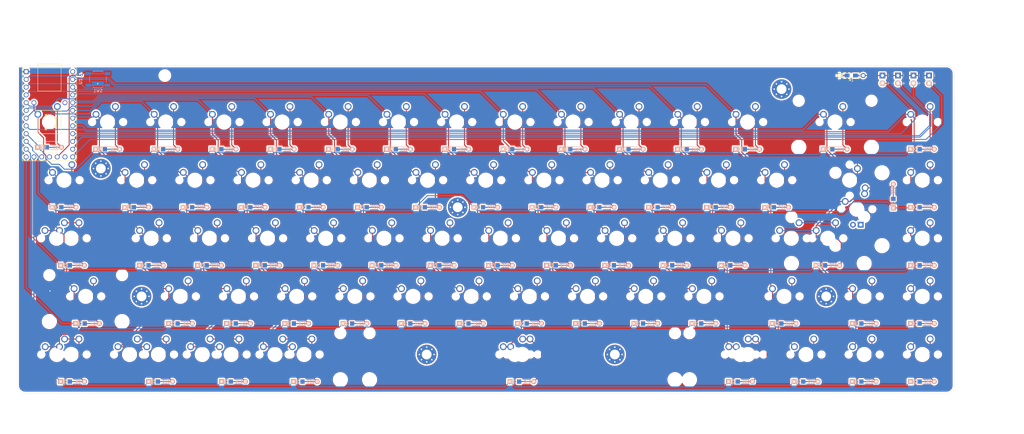
<source format=kicad_pcb>
(kicad_pcb (version 20171130) (host pcbnew "(5.1.6)-1")
  (layers (0 F.Cu signal) (31 B.Cu signal) (34 B.Paste user) (35 F.Paste user) (36 B.SilkS user) (37 F.SilkS user) (38 B.Mask user) (39 F.Mask user) (44 Edge.Cuts user))
  (net 0 "")
  (net 1 "Net-(D1-Pad2)")
  (net 2 /row1)
  (net 3 "Net-(D2-Pad2)")
  (net 4 /row2)
  (net 5 "Net-(D3-Pad2)")
  (net 6 /row3)
  (net 7 "Net-(D4-Pad2)")
  (net 8 /row4)
  (net 9 "Net-(D5-Pad2)")
  (net 10 /row5)
  (net 11 "Net-(D6-Pad2)")
  (net 12 "Net-(D7-Pad2)")
  (net 13 "Net-(D8-Pad2)")
  (net 14 "Net-(D9-Pad2)")
  (net 15 "Net-(D10-Pad2)")
  (net 16 "Net-(D11-Pad2)")
  (net 17 "Net-(D12-Pad2)")
  (net 18 "Net-(D13-Pad2)")
  (net 19 "Net-(D14-Pad2)")
  (net 20 "Net-(D15-Pad2)")
  (net 21 "Net-(D16-Pad2)")
  (net 22 "Net-(D17-Pad2)")
  (net 23 "Net-(D18-Pad2)")
  (net 24 "Net-(D19-Pad2)")
  (net 25 "Net-(D20-Pad2)")
  (net 26 "Net-(D21-Pad2)")
  (net 27 "Net-(D22-Pad2)")
  (net 28 "Net-(D23-Pad2)")
  (net 29 "Net-(D24-Pad2)")
  (net 30 "Net-(D26-Pad2)")
  (net 31 "Net-(D27-Pad2)")
  (net 32 "Net-(D28-Pad2)")
  (net 33 "Net-(D29-Pad2)")
  (net 34 "Net-(D31-Pad2)")
  (net 35 "Net-(D32-Pad2)")
  (net 36 "Net-(D33-Pad2)")
  (net 37 "Net-(D34-Pad2)")
  (net 38 "Net-(D36-Pad2)")
  (net 39 "Net-(D37-Pad2)")
  (net 40 "Net-(D38-Pad2)")
  (net 41 "Net-(D39-Pad2)")
  (net 42 "Net-(D40-Pad2)")
  (net 43 "Net-(D41-Pad2)")
  (net 44 "Net-(D42-Pad2)")
  (net 45 "Net-(D43-Pad2)")
  (net 46 "Net-(D44-Pad2)")
  (net 47 "Net-(D46-Pad2)")
  (net 48 "Net-(D47-Pad2)")
  (net 49 "Net-(D48-Pad2)")
  (net 50 "Net-(D49-Pad2)")
  (net 51 "Net-(D51-Pad2)")
  (net 52 "Net-(D52-Pad2)")
  (net 53 "Net-(D53-Pad2)")
  (net 54 "Net-(D54-Pad2)")
  (net 55 "Net-(D61-Pad2)")
  (net 56 "Net-(D62-Pad2)")
  (net 57 "Net-(D63-Pad2)")
  (net 58 "Net-(D65-Pad2)")
  (net 59 "Net-(D66-Pad2)")
  (net 60 "Net-(D67-Pad2)")
  (net 61 "Net-(D69-Pad2)")
  (net 62 "Net-(D70-Pad2)")
  (net 63 "Net-(D71-Pad2)")
  (net 64 "Net-(D72-Pad2)")
  (net 65 "Net-(D73-Pad2)")
  (net 66 "Net-(D74-Pad2)")
  (net 67 "Net-(D75-Pad2)")
  (net 68 "Net-(D76-Pad2)")
  (net 69 "Net-(D77-Pad2)")
  (net 70 "Net-(D78-Pad2)")
  (net 71 "Net-(D79-Pad2)")
  (net 72 "Net-(D80-Pad2)")
  (net 73 /col1)
  (net 74 /col2)
  (net 75 /col3)
  (net 76 /col4)
  (net 77 /col5)
  (net 78 /col6)
  (net 79 /col7)
  (net 80 /col8)
  (net 81 /col9)
  (net 82 /col10)
  (net 83 /col11)
  (net 84 /col12)
  (net 85 /col13)
  (net 86 /col14)
  (net 87 /col15)
  (net 88 "Net-(U1-Pad31)")
  (net 89 VCC)
  (net 90 "Net-(U1-Pad17)")
  (net 91 GND)
  (net 92 "Net-(U1-Pad14)")
  (net 93 "Net-(U1-Pad15)")
  (net 94 "Net-(SW1-Pad2)")
  (net 95 "Net-(LED1-Pad2)")
  (net 96 "Net-(LED1-Pad1)")
  (net 97 "Net-(LED2-Pad2)")
  (net 98 "Net-(LED3-Pad2)")
  (net 99 "Net-(LED4-Pad2)")
  (module teensy:Teensy2.0 (layer F.Cu) (at 49.2125 65.405 270)
    (fp_text reference U1 (at -10.795 -10.16 90) (layer F.SilkS))
    (fp_text value "Teensy2.0_(C)")
    (fp_text user MEGA32U4 (at 2.54 1.143 90) (layer F.SilkS) (effects (font (size 0.7 0.7))))
    (pad 31 thru_hole circle (at -3.81 -5.08 270) (size 1.6 1.6) (drill 1.1) (layers *.Cu *.Mask) (net 88 "Net-(U1-Pad31)"))
    (pad 30 thru_hole circle (at -3.81 5.08 270) (size 1.6 1.6) (drill 1.1) (layers *.Cu *.Mask) (net 73 /col1))
    (pad 29 thru_hole circle (at -13.97 -7.62 270) (size 1.6 1.6) (drill 1.1) (layers *.Cu *.Mask) (net 89 VCC))
    (pad 28 thru_hole circle (at -11.43 -7.62 270) (size 1.6 1.6) (drill 1.1) (layers *.Cu *.Mask) (net 84 /col12))
    (pad 27 thru_hole circle (at -8.89 -7.62 270) (size 1.6 1.6) (drill 1.1) (layers *.Cu *.Mask) (net 82 /col10))
    (pad 26 thru_hole circle (at -6.35 -7.62 270) (size 1.6 1.6) (drill 1.1) (layers *.Cu *.Mask) (net 80 /col8))
    (pad 25 thru_hole circle (at -3.81 -7.62 270) (size 1.6 1.6) (drill 1.1) (layers *.Cu *.Mask) (net 78 /col6))
    (pad 24 thru_hole circle (at -1.27 -7.62 270) (size 1.6 1.6) (drill 1.1) (layers *.Cu *.Mask) (net 76 /col4))
    (pad 23 thru_hole circle (at 1.27 -7.62 270) (size 1.6 1.6) (drill 1.1) (layers *.Cu *.Mask) (net 74 /col2))
    (pad 22 thru_hole circle (at 3.81 -7.62 270) (size 1.6 1.6) (drill 1.1) (layers *.Cu *.Mask) (net 86 /col14))
    (pad 21 thru_hole circle (at 6.35 -7.62 270) (size 1.6 1.6) (drill 1.1) (layers *.Cu *.Mask) (net 95 "Net-(LED1-Pad2)"))
    (pad 20 thru_hole circle (at 8.89 -7.62 270) (size 1.6 1.6) (drill 1.1) (layers *.Cu *.Mask) (net 97 "Net-(LED2-Pad2)"))
    (pad 19 thru_hole circle (at 11.43 -7.62 270) (size 1.6 1.6) (drill 1.1) (layers *.Cu *.Mask) (net 98 "Net-(LED3-Pad2)"))
    (pad 18 thru_hole circle (at 13.97 -7.62 270) (size 1.6 1.6) (drill 1.1) (layers *.Cu *.Mask) (net 99 "Net-(LED4-Pad2)"))
    (pad 17 thru_hole circle (at 13.97 -5.08 270) (size 1.6 1.6) (drill 1.1) (layers *.Cu *.Mask) (net 90 "Net-(U1-Pad17)"))
    (pad 16 thru_hole circle (at 13.97 -2.54 270) (size 1.6 1.6) (drill 1.1) (layers *.Cu *.Mask) (net 94 "Net-(SW1-Pad2)"))
    (pad 14 thru_hole circle (at 13.97 2.54 270) (size 1.6 1.6) (drill 1.1) (layers *.Cu *.Mask) (net 92 "Net-(U1-Pad14)"))
    (pad 13 thru_hole circle (at 13.97 5.08 270) (size 1.6 1.6) (drill 1.1) (layers *.Cu *.Mask) (net 10 /row5))
    (pad 12 thru_hole circle (at 13.97 7.62 270) (size 1.6 1.6) (drill 1.1) (layers *.Cu *.Mask) (net 8 /row4))
    (pad 11 thru_hole circle (at 11.43 7.62 270) (size 1.6 1.6) (drill 1.1) (layers *.Cu *.Mask) (net 6 /row3))
    (pad 10 thru_hole circle (at 8.89 7.62 270) (size 1.6 1.6) (drill 1.1) (layers *.Cu *.Mask) (net 4 /row2))
    (pad 9 thru_hole circle (at 6.35 7.62 270) (size 1.6 1.6) (drill 1.1) (layers *.Cu *.Mask) (net 2 /row1))
    (pad 8 thru_hole circle (at 3.81 7.62 270) (size 1.6 1.6) (drill 1.1) (layers *.Cu *.Mask) (net 87 /col15))
    (pad 7 thru_hole circle (at 1.27 7.62 270) (size 1.6 1.6) (drill 1.1) (layers *.Cu *.Mask) (net 75 /col3))
    (pad 6 thru_hole circle (at -1.27 7.62 270) (size 1.6 1.6) (drill 1.1) (layers *.Cu *.Mask) (net 77 /col5))
    (pad 5 thru_hole circle (at -3.81 7.62 270) (size 1.6 1.6) (drill 1.1) (layers *.Cu *.Mask) (net 79 /col7))
    (pad 4 thru_hole circle (at -6.35 7.62 270) (size 1.6 1.6) (drill 1.1) (layers *.Cu *.Mask) (net 81 /col9))
    (pad 3 thru_hole circle (at -8.89 7.62 270) (size 1.6 1.6) (drill 1.1) (layers *.Cu *.Mask) (net 83 /col11))
    (pad 2 thru_hole circle (at -11.43 7.62 270) (size 1.6 1.6) (drill 1.1) (layers *.Cu *.Mask) (net 85 /col13))
    (pad 1 thru_hole rect (at -13.97 7.62 270) (size 1.6 1.6) (drill 1.1) (layers *.Cu *.Mask) (net 91 GND))
    (pad 15 thru_hole circle (at 13.97 0 270) (size 1.6 1.6) (drill 1.1) (layers *.Cu *.Mask) (net 93 "Net-(U1-Pad15)"))
  )
  (module MountingHole:MountingHole_3.2mm_M3 (layer F.Cu) (at 86.995 52.705)
    (fp_text reference REF** hide)
    (fp_text value MountingHole_3.2mm_M3)
    (pad 1 np_thru_hole circle (at 0 0) (size 3.2 3.2) (drill 3.2) (layers *.Cu *.Mask))
  )
  (module MountingHole:MountingHole_3.2mm_M3_Pad_Via (layer F.Cu) (at 66.04 83.185)
    (fp_text reference REF** hide)
    (fp_text value MountingHole_3.2mm_M3_Pad_Via)
    (pad 1 thru_hole circle (at 1.697056 -1.697056) (size 0.8 0.8) (drill 0.5) (layers *.Cu *.Mask))
    (pad 1 thru_hole circle (at 0 -2.4) (size 0.8 0.8) (drill 0.5) (layers *.Cu *.Mask))
    (pad 1 thru_hole circle (at -1.697056 -1.697056) (size 0.8 0.8) (drill 0.5) (layers *.Cu *.Mask))
    (pad 1 thru_hole circle (at -2.4 0) (size 0.8 0.8) (drill 0.5) (layers *.Cu *.Mask))
    (pad 1 thru_hole circle (at -1.697056 1.697056) (size 0.8 0.8) (drill 0.5) (layers *.Cu *.Mask))
    (pad 1 thru_hole circle (at 0 2.4) (size 0.8 0.8) (drill 0.5) (layers *.Cu *.Mask))
    (pad 1 thru_hole circle (at 1.697056 1.697056) (size 0.8 0.8) (drill 0.5) (layers *.Cu *.Mask))
    (pad 1 thru_hole circle (at 2.4 0) (size 0.8 0.8) (drill 0.5) (layers *.Cu *.Mask))
    (pad 1 thru_hole circle (at 0 0) (size 6.4 6.4) (drill 3.2) (layers *.Cu *.Mask))
  )
  (module MountingHole:MountingHole_3.2mm_M3_Pad_Via (layer F.Cu) (at 182.88 95.885)
    (fp_text reference e hide)
    (fp_text value MountingHole_3.2mm_M3_Pad_Via)
    (pad 1 thru_hole circle (at 1.697056 -1.697056) (size 0.8 0.8) (drill 0.5) (layers *.Cu *.Mask))
    (pad 1 thru_hole circle (at 0 -2.4) (size 0.8 0.8) (drill 0.5) (layers *.Cu *.Mask))
    (pad 1 thru_hole circle (at -1.697056 -1.697056) (size 0.8 0.8) (drill 0.5) (layers *.Cu *.Mask))
    (pad 1 thru_hole circle (at -2.4 0) (size 0.8 0.8) (drill 0.5) (layers *.Cu *.Mask))
    (pad 1 thru_hole circle (at -1.697056 1.697056) (size 0.8 0.8) (drill 0.5) (layers *.Cu *.Mask))
    (pad 1 thru_hole circle (at 0 2.4) (size 0.8 0.8) (drill 0.5) (layers *.Cu *.Mask))
    (pad 1 thru_hole circle (at 1.697056 1.697056) (size 0.8 0.8) (drill 0.5) (layers *.Cu *.Mask))
    (pad 1 thru_hole circle (at 2.4 0) (size 0.8 0.8) (drill 0.5) (layers *.Cu *.Mask))
    (pad 1 thru_hole circle (at 0 0) (size 6.4 6.4) (drill 3.2) (layers *.Cu *.Mask))
  )
  (module MountingHole:MountingHole_3.2mm_M3_Pad_Via (layer F.Cu) (at 288.925 57.15)
    (fp_text reference REF** hide)
    (fp_text value MountingHole_3.2mm_M3_Pad_Via)
    (pad 1 thru_hole circle (at 1.697056 -1.697056) (size 0.8 0.8) (drill 0.5) (layers *.Cu *.Mask))
    (pad 1 thru_hole circle (at 0 -2.4) (size 0.8 0.8) (drill 0.5) (layers *.Cu *.Mask))
    (pad 1 thru_hole circle (at -1.697056 -1.697056) (size 0.8 0.8) (drill 0.5) (layers *.Cu *.Mask))
    (pad 1 thru_hole circle (at -2.4 0) (size 0.8 0.8) (drill 0.5) (layers *.Cu *.Mask))
    (pad 1 thru_hole circle (at -1.697056 1.697056) (size 0.8 0.8) (drill 0.5) (layers *.Cu *.Mask))
    (pad 1 thru_hole circle (at 0 2.4) (size 0.8 0.8) (drill 0.5) (layers *.Cu *.Mask))
    (pad 1 thru_hole circle (at 1.697056 1.697056) (size 0.8 0.8) (drill 0.5) (layers *.Cu *.Mask))
    (pad 1 thru_hole circle (at 2.4 0) (size 0.8 0.8) (drill 0.5) (layers *.Cu *.Mask))
    (pad 1 thru_hole circle (at 0 0) (size 6.4 6.4) (drill 3.2) (layers *.Cu *.Mask))
  )
  (module MountingHole:MountingHole_3.2mm_M3_Pad_Via (layer F.Cu) (at 303.53 125.095)
    (fp_text reference REF** hide)
    (fp_text value MountingHole_3.2mm_M3_Pad_Via)
    (pad 1 thru_hole circle (at 1.697056 -1.697056) (size 0.8 0.8) (drill 0.5) (layers *.Cu *.Mask))
    (pad 1 thru_hole circle (at 0 -2.4) (size 0.8 0.8) (drill 0.5) (layers *.Cu *.Mask))
    (pad 1 thru_hole circle (at -1.697056 -1.697056) (size 0.8 0.8) (drill 0.5) (layers *.Cu *.Mask))
    (pad 1 thru_hole circle (at -2.4 0) (size 0.8 0.8) (drill 0.5) (layers *.Cu *.Mask))
    (pad 1 thru_hole circle (at -1.697056 1.697056) (size 0.8 0.8) (drill 0.5) (layers *.Cu *.Mask))
    (pad 1 thru_hole circle (at 0 2.4) (size 0.8 0.8) (drill 0.5) (layers *.Cu *.Mask))
    (pad 1 thru_hole circle (at 1.697056 1.697056) (size 0.8 0.8) (drill 0.5) (layers *.Cu *.Mask))
    (pad 1 thru_hole circle (at 2.4 0) (size 0.8 0.8) (drill 0.5) (layers *.Cu *.Mask))
    (pad 1 thru_hole circle (at 0 0) (size 6.4 6.4) (drill 3.2) (layers *.Cu *.Mask))
  )
  (module MountingHole:MountingHole_3.2mm_M3_Pad_Via (layer F.Cu) (at 234.315 144.145)
    (fp_text reference REF** hide)
    (fp_text value MountingHole_3.2mm_M3_Pad_Via)
    (pad 1 thru_hole circle (at 1.697056 -1.697056) (size 0.8 0.8) (drill 0.5) (layers *.Cu *.Mask))
    (pad 1 thru_hole circle (at 0 -2.4) (size 0.8 0.8) (drill 0.5) (layers *.Cu *.Mask))
    (pad 1 thru_hole circle (at -1.697056 -1.697056) (size 0.8 0.8) (drill 0.5) (layers *.Cu *.Mask))
    (pad 1 thru_hole circle (at -2.4 0) (size 0.8 0.8) (drill 0.5) (layers *.Cu *.Mask))
    (pad 1 thru_hole circle (at -1.697056 1.697056) (size 0.8 0.8) (drill 0.5) (layers *.Cu *.Mask))
    (pad 1 thru_hole circle (at 0 2.4) (size 0.8 0.8) (drill 0.5) (layers *.Cu *.Mask))
    (pad 1 thru_hole circle (at 1.697056 1.697056) (size 0.8 0.8) (drill 0.5) (layers *.Cu *.Mask))
    (pad 1 thru_hole circle (at 2.4 0) (size 0.8 0.8) (drill 0.5) (layers *.Cu *.Mask))
    (pad 1 thru_hole circle (at 0 0) (size 6.4 6.4) (drill 3.2) (layers *.Cu *.Mask))
  )
  (module MountingHole:MountingHole_3.2mm_M3_Pad_Via (layer F.Cu) (at 172.72 144.145)
    (fp_text reference REF** hide)
    (fp_text value MountingHole_3.2mm_M3_Pad_Via)
    (pad 1 thru_hole circle (at 1.697056 -1.697056) (size 0.8 0.8) (drill 0.5) (layers *.Cu *.Mask))
    (pad 1 thru_hole circle (at 0 -2.4) (size 0.8 0.8) (drill 0.5) (layers *.Cu *.Mask))
    (pad 1 thru_hole circle (at -1.697056 -1.697056) (size 0.8 0.8) (drill 0.5) (layers *.Cu *.Mask))
    (pad 1 thru_hole circle (at -2.4 0) (size 0.8 0.8) (drill 0.5) (layers *.Cu *.Mask))
    (pad 1 thru_hole circle (at -1.697056 1.697056) (size 0.8 0.8) (drill 0.5) (layers *.Cu *.Mask))
    (pad 1 thru_hole circle (at 0 2.4) (size 0.8 0.8) (drill 0.5) (layers *.Cu *.Mask))
    (pad 1 thru_hole circle (at 1.697056 1.697056) (size 0.8 0.8) (drill 0.5) (layers *.Cu *.Mask))
    (pad 1 thru_hole circle (at 2.4 0) (size 0.8 0.8) (drill 0.5) (layers *.Cu *.Mask))
    (pad 1 thru_hole circle (at 0 0) (size 6.4 6.4) (drill 3.2) (layers *.Cu *.Mask))
  )
  (module MountingHole:MountingHole_3.2mm_M3_Pad_Via (layer F.Cu) (at 79.375 125.095)
    (fp_text reference REF** hide)
    (fp_text value MountingHole_3.2mm_M3_Pad_Via)
    (pad 1 thru_hole circle (at 1.697056 -1.697056) (size 0.8 0.8) (drill 0.5) (layers *.Cu *.Mask))
    (pad 1 thru_hole circle (at 0 -2.4) (size 0.8 0.8) (drill 0.5) (layers *.Cu *.Mask))
    (pad 1 thru_hole circle (at -1.697056 -1.697056) (size 0.8 0.8) (drill 0.5) (layers *.Cu *.Mask))
    (pad 1 thru_hole circle (at -2.4 0) (size 0.8 0.8) (drill 0.5) (layers *.Cu *.Mask))
    (pad 1 thru_hole circle (at -1.697056 1.697056) (size 0.8 0.8) (drill 0.5) (layers *.Cu *.Mask))
    (pad 1 thru_hole circle (at 0 2.4) (size 0.8 0.8) (drill 0.5) (layers *.Cu *.Mask))
    (pad 1 thru_hole circle (at 1.697056 1.697056) (size 0.8 0.8) (drill 0.5) (layers *.Cu *.Mask))
    (pad 1 thru_hole circle (at 2.4 0) (size 0.8 0.8) (drill 0.5) (layers *.Cu *.Mask))
    (pad 1 thru_hole circle (at 0 0) (size 6.4 6.4) (drill 3.2) (layers *.Cu *.Mask))
  )
  (module Keebio:Resistor-Hybrid (layer F.Cu) (at 311.745 52.705)
    (fp_text reference R1 (at -0.0254 1.5) (layer F.SilkS) (effects (font (size 0.8 0.8))))
    (fp_text value R hide)
    (pad 1 smd rect (at 2.5 0) (size 2.9 0.5) (layers F.Cu) (net 96 "Net-(LED1-Pad1)"))
    (pad 2 smd rect (at -2.5 0) (size 2.9 0.5) (layers F.Cu) (net 91 GND))
    (pad 1 thru_hole circle (at 3.9 0) (size 1.6 1.6) (drill 1) (layers *.Cu *.Mask) (net 96 "Net-(LED1-Pad1)"))
    (pad 2 thru_hole circle (at -3.9 0) (size 1.6 1.6) (drill 1) (layers *.Cu *.Mask F.SilkS) (net 91 GND))
    (pad 2 smd rect (at -1.35 0) (size 1.5 1.2) (layers F.Cu F.Paste F.Mask) (net 91 GND))
    (pad 1 smd rect (at 1.35 0) (size 1.5 1.2) (layers F.Cu F.Paste F.Mask) (net 96 "Net-(LED1-Pad1)"))
    (pad 1 smd rect (at 2.5 0) (size 2.9 0.5) (layers B.Cu) (net 96 "Net-(LED1-Pad1)"))
    (pad 1 smd rect (at 1.35 0) (size 1.5 1.2) (layers B.Cu B.Paste B.Mask) (net 96 "Net-(LED1-Pad1)"))
    (pad 2 smd rect (at -1.35 0) (size 1.5 1.2) (layers B.Cu B.Paste B.Mask) (net 91 GND))
    (pad 2 smd rect (at -2.5 0) (size 2.9 0.5) (layers B.Cu) (net 91 GND))
  )
  (module Keebio:MX_LED (layer F.Cu) (at 342.265 53.975 270)
    (fp_text reference LED4 hide)
    (fp_text value 4 hide)
    (fp_text user + (at 1.27 3.25 90) (layer F.SilkS))
    (fp_text user + (at 1.27 3.25 90) (layer B.SilkS) (effects (justify mirror)))
    (fp_text user - (at -1.27 3.25 90) (layer F.SilkS))
    (fp_text user - (at -1.27 3.25 90) (layer B.SilkS) (effects (justify mirror)))
    (pad 2 thru_hole circle (at 1.27 5.08 270) (size 1.905 1.905) (drill 0.9906) (layers *.Cu *.SilkS *.Mask) (net 99 "Net-(LED4-Pad2)"))
    (pad 1 thru_hole rect (at -1.27 5.08 270) (size 1.905 1.905) (drill 0.9906) (layers *.Cu *.Mask) (net 96 "Net-(LED1-Pad1)"))
  )
  (module Keebio:MX_LED (layer F.Cu) (at 337.185 53.975 270)
    (fp_text reference LED3 hide)
    (fp_text value NUM/3 hide)
    (fp_text user + (at 1.27 3.25 90) (layer F.SilkS))
    (fp_text user + (at 1.27 3.25 90) (layer B.SilkS) (effects (justify mirror)))
    (fp_text user - (at -1.27 3.25 90) (layer F.SilkS))
    (fp_text user - (at -1.27 3.25 90) (layer B.SilkS) (effects (justify mirror)))
    (pad 2 thru_hole circle (at 1.27 5.08 270) (size 1.905 1.905) (drill 0.9906) (layers *.Cu *.SilkS *.Mask) (net 98 "Net-(LED3-Pad2)"))
    (pad 1 thru_hole rect (at -1.27 5.08 270) (size 1.905 1.905) (drill 0.9906) (layers *.Cu *.Mask) (net 96 "Net-(LED1-Pad1)"))
  )
  (module Keebio:MX_LED (layer F.Cu) (at 332.105 53.975 270)
    (fp_text reference LED2 hide)
    (fp_text value SCROLL/2 hide)
    (fp_text user + (at 1.27 3.25 90) (layer F.SilkS))
    (fp_text user + (at 1.27 3.25 90) (layer B.SilkS) (effects (justify mirror)))
    (fp_text user - (at -1.27 3.25 90) (layer F.SilkS))
    (fp_text user - (at -1.27 3.25 90) (layer B.SilkS) (effects (justify mirror)))
    (pad 2 thru_hole circle (at 1.27 5.08 270) (size 1.905 1.905) (drill 0.9906) (layers *.Cu *.SilkS *.Mask) (net 97 "Net-(LED2-Pad2)"))
    (pad 1 thru_hole rect (at -1.27 5.08 270) (size 1.905 1.905) (drill 0.9906) (layers *.Cu *.Mask) (net 96 "Net-(LED1-Pad1)"))
  )
  (module Keebio:MX_LED (layer F.Cu) (at 327.025 53.975 270)
    (fp_text reference LED1 hide)
    (fp_text value CAPS/1 hide)
    (fp_text user + (at 1.27 3.25 90) (layer F.SilkS))
    (fp_text user + (at 1.27 3.25 90) (layer B.SilkS) (effects (justify mirror)))
    (fp_text user - (at -1.27 3.25 90) (layer F.SilkS))
    (fp_text user - (at -1.27 3.25 90) (layer B.SilkS) (effects (justify mirror)))
    (pad 2 thru_hole circle (at 1.27 5.08 270) (size 1.905 1.905) (drill 0.9906) (layers *.Cu *.SilkS *.Mask) (net 95 "Net-(LED1-Pad2)"))
    (pad 1 thru_hole rect (at -1.27 5.08 270) (size 1.905 1.905) (drill 0.9906) (layers *.Cu *.Mask) (net 96 "Net-(LED1-Pad1)"))
  )
  (module "MX Only:MXOnly-1.75U-NoLED" (layer F.Cu) (at 289.7505 125.095)
    (fp_text reference MX69)
    (fp_text value MX-NoLED)
    (pad 2 thru_hole circle (at 2.54 -5.08) (size 2.25 2.25) (drill 1.47) (layers *.Cu B.Mask) (net 61 "Net-(D69-Pad2)"))
    (pad "" np_thru_hole circle (at 0 0) (size 3.9878 3.9878) (drill 3.9878) (layers *.Cu *.Mask))
    (pad 1 thru_hole circle (at -3.81 -2.54) (size 2.25 2.25) (drill 1.47) (layers *.Cu B.Mask) (net 85 /col13))
    (pad "" np_thru_hole circle (at -5.08 0 48.0996) (size 1.75 1.75) (drill 1.75) (layers *.Cu *.Mask))
    (pad "" np_thru_hole circle (at 5.08 0 48.0996) (size 1.75 1.75) (drill 1.75) (layers *.Cu *.Mask))
  )
  (module "MX Only:MXOnly-2.25U-NoLED" (layer F.Cu) (at 61.087 125.095)
    (fp_text reference MX4)
    (fp_text value MX-NoLED)
    (pad 2 thru_hole circle (at 2.54 -5.08) (size 2.25 2.25) (drill 1.47) (layers *.Cu B.Mask) (net 7 "Net-(D4-Pad2)"))
    (pad "" np_thru_hole circle (at 0 0) (size 3.9878 3.9878) (drill 3.9878) (layers *.Cu *.Mask))
    (pad 1 thru_hole circle (at -3.81 -2.54) (size 2.25 2.25) (drill 1.47) (layers *.Cu B.Mask) (net 73 /col1))
    (pad "" np_thru_hole circle (at -5.08 0 48.0996) (size 1.75 1.75) (drill 1.75) (layers *.Cu *.Mask))
    (pad "" np_thru_hole circle (at 5.08 0 48.0996) (size 1.75 1.75) (drill 1.75) (layers *.Cu *.Mask))
    (pad "" np_thru_hole circle (at -11.90625 -6.985) (size 3.048 3.048) (drill 3.048) (layers *.Cu *.Mask))
    (pad "" np_thru_hole circle (at 11.90625 -6.985) (size 3.048 3.048) (drill 3.048) (layers *.Cu *.Mask))
    (pad "" np_thru_hole circle (at -11.90625 8.255) (size 3.9878 3.9878) (drill 3.9878) (layers *.Cu *.Mask))
    (pad "" np_thru_hole circle (at 11.90625 8.255) (size 3.9878 3.9878) (drill 3.9878) (layers *.Cu *.Mask))
  )
  (module "MX Only:MXOnly-1.5U-Vertical-NoLED" (layer F.Cu) (at 311.2135 86.995 270)
    (fp_text reference MX72)
    (fp_text value MX-NoLED)
    (pad "" np_thru_hole circle (at 5.08 0 318.0996) (size 1.75 1.75) (drill 1.75) (layers *.Cu *.Mask))
    (pad "" np_thru_hole circle (at -5.08 0 318.0996) (size 1.75 1.75) (drill 1.75) (layers *.Cu *.Mask))
    (pad 1 thru_hole circle (at -3.81 -2.54 270) (size 2.25 2.25) (drill 1.47) (layers *.Cu B.Mask) (net 86 /col14))
    (pad "" np_thru_hole circle (at 0 0 270) (size 3.9878 3.9878) (drill 3.9878) (layers *.Cu *.Mask))
    (pad 2 thru_hole circle (at 2.54 -5.08 270) (size 2.25 2.25) (drill 1.47) (layers *.Cu B.Mask) (net 64 "Net-(D72-Pad2)"))
  )
  (module "MX Only:MXOnly-1U-NoLED" (layer F.Cu) (at 292.1 106.045)
    (fp_text reference MX73ALT1)
    (fp_text value MX-NoLED)
    (pad 2 thru_hole circle (at 2.54 -5.08) (size 2.25 2.25) (drill 1.47) (layers *.Cu B.Mask) (net 65 "Net-(D73-Pad2)"))
    (pad "" np_thru_hole circle (at 0 0) (size 3.9878 3.9878) (drill 3.9878) (layers *.Cu *.Mask))
    (pad 1 thru_hole circle (at -3.81 -2.54) (size 2.25 2.25) (drill 1.47) (layers *.Cu B.Mask) (net 86 /col14))
    (pad "" np_thru_hole circle (at -5.08 0 48.0996) (size 1.75 1.75) (drill 1.75) (layers *.Cu *.Mask))
    (pad "" np_thru_hole circle (at 5.08 0 48.0996) (size 1.75 1.75) (drill 1.75) (layers *.Cu *.Mask))
  )
  (module "MX Only:MXOnly-ISO" (layer F.Cu) (at 313.563 96.52)
    (fp_text reference MX72ALT1)
    (fp_text value MX-NoLED)
    (pad "" np_thru_hole circle (at 8.255 -11.938) (size 3.9878 3.9878) (drill 3.9878) (layers *.Cu *.Mask))
    (pad "" np_thru_hole circle (at 8.255 11.938) (size 3.9878 3.9878) (drill 3.9878) (layers *.Cu *.Mask))
    (pad "" np_thru_hole circle (at -6.985 -11.938) (size 3.048 3.048) (drill 3.048) (layers *.Cu *.Mask))
    (pad "" np_thru_hole circle (at -6.985 11.938) (size 3.048 3.048) (drill 3.048) (layers *.Cu *.Mask))
    (pad "" np_thru_hole circle (at 5.08 0 48.0996) (size 1.75 1.75) (drill 1.75) (layers *.Cu *.Mask))
    (pad "" np_thru_hole circle (at -5.08 0 48.0996) (size 1.75 1.75) (drill 1.75) (layers *.Cu *.Mask))
    (pad 4 thru_hole rect (at 1.27 5.08) (size 1.905 1.905) (drill 1.04) (layers *.Cu B.Mask))
    (pad 3 thru_hole circle (at -1.27 5.08) (size 1.905 1.905) (drill 1.04) (layers *.Cu B.Mask))
    (pad 1 thru_hole circle (at -3.81 -2.54) (size 2.25 2.25) (drill 1.47) (layers *.Cu B.Mask) (net 86 /col14))
    (pad "" np_thru_hole circle (at 0 0) (size 3.9878 3.9878) (drill 3.9878) (layers *.Cu *.Mask))
    (pad 2 thru_hole circle (at 2.54 -5.08) (size 2.25 2.25) (drill 1.47) (layers *.Cu B.Mask) (net 64 "Net-(D72-Pad2)"))
  )
  (module "MX Only:MXOnly-1.25U-NoLED" (layer F.Cu) (at 51.562 106.045)
    (fp_text reference MX3ALT1)
    (fp_text value MX-NoLED)
    (pad 2 thru_hole circle (at 2.54 -5.08) (size 2.25 2.25) (drill 1.47) (layers *.Cu B.Mask) (net 5 "Net-(D3-Pad2)"))
    (pad "" np_thru_hole circle (at 0 0) (size 3.9878 3.9878) (drill 3.9878) (layers *.Cu *.Mask))
    (pad 1 thru_hole circle (at -3.81 -2.54) (size 2.25 2.25) (drill 1.47) (layers *.Cu B.Mask) (net 73 /col1))
    (pad "" np_thru_hole circle (at -5.08 0 48.0996) (size 1.75 1.75) (drill 1.75) (layers *.Cu *.Mask))
    (pad "" np_thru_hole circle (at 5.08 0 48.0996) (size 1.75 1.75) (drill 1.75) (layers *.Cu *.Mask))
  )
  (module "MX Only:MXOnly-1U-NoLED" (layer F.Cu) (at 277.876 144.145)
    (fp_text reference MX65ALT1)
    (fp_text value MX-NoLED)
    (pad 2 thru_hole circle (at 2.54 -5.08) (size 2.25 2.25) (drill 1.47) (layers *.Cu B.Mask) (net 58 "Net-(D65-Pad2)"))
    (pad "" np_thru_hole circle (at 0 0) (size 3.9878 3.9878) (drill 3.9878) (layers *.Cu *.Mask))
    (pad 1 thru_hole circle (at -3.81 -2.54) (size 2.25 2.25) (drill 1.47) (layers *.Cu B.Mask) (net 84 /col12))
    (pad "" np_thru_hole circle (at -5.08 0 48.0996) (size 1.75 1.75) (drill 1.75) (layers *.Cu *.Mask))
    (pad "" np_thru_hole circle (at 5.08 0 48.0996) (size 1.75 1.75) (drill 1.75) (layers *.Cu *.Mask))
  )
  (module "MX Only:MXOnly-7U-NoLED" (layer F.Cu) (at 201.6125 144.145)
    (fp_text reference MX40ALT1)
    (fp_text value MX-NoLED)
    (pad 2 thru_hole circle (at 2.54 -5.08) (size 2.25 2.25) (drill 1.47) (layers *.Cu B.Mask) (net 42 "Net-(D40-Pad2)"))
    (pad "" np_thru_hole circle (at 0 0) (size 3.9878 3.9878) (drill 3.9878) (layers *.Cu *.Mask))
    (pad 1 thru_hole circle (at -3.81 -2.54) (size 2.25 2.25) (drill 1.47) (layers *.Cu B.Mask) (net 80 /col8))
    (pad "" np_thru_hole circle (at -5.08 0 48.0996) (size 1.75 1.75) (drill 1.75) (layers *.Cu *.Mask))
    (pad "" np_thru_hole circle (at 5.08 0 48.0996) (size 1.75 1.75) (drill 1.75) (layers *.Cu *.Mask))
    (pad "" np_thru_hole circle (at -57.15 -6.985) (size 3.048 3.048) (drill 3.048) (layers *.Cu *.Mask))
    (pad "" np_thru_hole circle (at 57.15 -6.985) (size 3.048 3.048) (drill 3.048) (layers *.Cu *.Mask))
    (pad "" np_thru_hole circle (at -57.15 8.255) (size 3.9878 3.9878) (drill 3.9878) (layers *.Cu *.Mask))
    (pad "" np_thru_hole circle (at 57.15 8.255) (size 3.9878 3.9878) (drill 3.9878) (layers *.Cu *.Mask))
  )
  (module "MX Only:MXOnly-1.25U-NoLED" (layer F.Cu) (at 123.063 144.145)
    (fp_text reference MX20ALT1)
    (fp_text value MX-NoLED)
    (pad 2 thru_hole circle (at 2.54 -5.08) (size 2.25 2.25) (drill 1.47) (layers *.Cu B.Mask) (net 25 "Net-(D20-Pad2)"))
    (pad "" np_thru_hole circle (at 0 0) (size 3.9878 3.9878) (drill 3.9878) (layers *.Cu *.Mask))
    (pad 1 thru_hole circle (at -3.81 -2.54) (size 2.25 2.25) (drill 1.47) (layers *.Cu B.Mask) (net 76 /col4))
    (pad "" np_thru_hole circle (at -5.08 0 48.0996) (size 1.75 1.75) (drill 1.75) (layers *.Cu *.Mask))
    (pad "" np_thru_hole circle (at 5.08 0 48.0996) (size 1.75 1.75) (drill 1.75) (layers *.Cu *.Mask))
  )
  (module "MX Only:MXOnly-1.25U-NoLED" (layer F.Cu) (at 99.2505 144.145)
    (fp_text reference MX15ALT1)
    (fp_text value MX-NoLED)
    (pad 2 thru_hole circle (at 2.54 -5.08) (size 2.25 2.25) (drill 1.47) (layers *.Cu B.Mask) (net 20 "Net-(D15-Pad2)"))
    (pad "" np_thru_hole circle (at 0 0) (size 3.9878 3.9878) (drill 3.9878) (layers *.Cu *.Mask))
    (pad 1 thru_hole circle (at -3.81 -2.54) (size 2.25 2.25) (drill 1.47) (layers *.Cu B.Mask) (net 75 /col3))
    (pad "" np_thru_hole circle (at -5.08 0 48.0996) (size 1.75 1.75) (drill 1.75) (layers *.Cu *.Mask))
    (pad "" np_thru_hole circle (at 5.08 0 48.0996) (size 1.75 1.75) (drill 1.75) (layers *.Cu *.Mask))
  )
  (module "MX Only:MXOnly-1.25U-NoLED" (layer F.Cu) (at 75.438 144.145)
    (fp_text reference MX10ALT1)
    (fp_text value MX-NoLED)
    (pad 2 thru_hole circle (at 2.54 -5.08) (size 2.25 2.25) (drill 1.47) (layers *.Cu B.Mask) (net 15 "Net-(D10-Pad2)"))
    (pad "" np_thru_hole circle (at 0 0) (size 3.9878 3.9878) (drill 3.9878) (layers *.Cu *.Mask))
    (pad 1 thru_hole circle (at -3.81 -2.54) (size 2.25 2.25) (drill 1.47) (layers *.Cu B.Mask) (net 74 /col2))
    (pad "" np_thru_hole circle (at -5.08 0 48.0996) (size 1.75 1.75) (drill 1.75) (layers *.Cu *.Mask))
    (pad "" np_thru_hole circle (at 5.08 0 48.0996) (size 1.75 1.75) (drill 1.75) (layers *.Cu *.Mask))
  )
  (module "MX Only:MXOnly-1.25U-NoLED" (layer F.Cu) (at 51.6255 144.145)
    (fp_text reference MX5ALT1)
    (fp_text value MX-NoLED)
    (pad 2 thru_hole circle (at 2.54 -5.08) (size 2.25 2.25) (drill 1.47) (layers *.Cu B.Mask) (net 9 "Net-(D5-Pad2)"))
    (pad "" np_thru_hole circle (at 0 0) (size 3.9878 3.9878) (drill 3.9878) (layers *.Cu *.Mask))
    (pad 1 thru_hole circle (at -3.81 -2.54) (size 2.25 2.25) (drill 1.47) (layers *.Cu B.Mask) (net 73 /col1))
    (pad "" np_thru_hole circle (at -5.08 0 48.0996) (size 1.75 1.75) (drill 1.75) (layers *.Cu *.Mask))
    (pad "" np_thru_hole circle (at 5.08 0 48.0996) (size 1.75 1.75) (drill 1.75) (layers *.Cu *.Mask))
  )
  (module "MX Only:MXOnly-1U-NoLED" (layer F.Cu) (at 335.026 144.145)
    (fp_text reference MX80)
    (fp_text value MX-NoLED)
    (pad 2 thru_hole circle (at 2.54 -5.08) (size 2.25 2.25) (drill 1.47) (layers *.Cu B.Mask) (net 72 "Net-(D80-Pad2)"))
    (pad "" np_thru_hole circle (at 0 0) (size 3.9878 3.9878) (drill 3.9878) (layers *.Cu *.Mask))
    (pad 1 thru_hole circle (at -3.81 -2.54) (size 2.25 2.25) (drill 1.47) (layers *.Cu B.Mask) (net 87 /col15))
    (pad "" np_thru_hole circle (at -5.08 0 48.0996) (size 1.75 1.75) (drill 1.75) (layers *.Cu *.Mask))
    (pad "" np_thru_hole circle (at 5.08 0 48.0996) (size 1.75 1.75) (drill 1.75) (layers *.Cu *.Mask))
  )
  (module "MX Only:MXOnly-1U-NoLED" (layer F.Cu) (at 335.026 125.095)
    (fp_text reference MX79)
    (fp_text value MX-NoLED)
    (pad 2 thru_hole circle (at 2.54 -5.08) (size 2.25 2.25) (drill 1.47) (layers *.Cu B.Mask) (net 71 "Net-(D79-Pad2)"))
    (pad "" np_thru_hole circle (at 0 0) (size 3.9878 3.9878) (drill 3.9878) (layers *.Cu *.Mask))
    (pad 1 thru_hole circle (at -3.81 -2.54) (size 2.25 2.25) (drill 1.47) (layers *.Cu B.Mask) (net 87 /col15))
    (pad "" np_thru_hole circle (at -5.08 0 48.0996) (size 1.75 1.75) (drill 1.75) (layers *.Cu *.Mask))
    (pad "" np_thru_hole circle (at 5.08 0 48.0996) (size 1.75 1.75) (drill 1.75) (layers *.Cu *.Mask))
  )
  (module "MX Only:MXOnly-1U-NoLED" (layer F.Cu) (at 335.026 106.045)
    (fp_text reference MX78)
    (fp_text value MX-NoLED)
    (pad 2 thru_hole circle (at 2.54 -5.08) (size 2.25 2.25) (drill 1.47) (layers *.Cu B.Mask) (net 70 "Net-(D78-Pad2)"))
    (pad "" np_thru_hole circle (at 0 0) (size 3.9878 3.9878) (drill 3.9878) (layers *.Cu *.Mask))
    (pad 1 thru_hole circle (at -3.81 -2.54) (size 2.25 2.25) (drill 1.47) (layers *.Cu B.Mask) (net 87 /col15))
    (pad "" np_thru_hole circle (at -5.08 0 48.0996) (size 1.75 1.75) (drill 1.75) (layers *.Cu *.Mask))
    (pad "" np_thru_hole circle (at 5.08 0 48.0996) (size 1.75 1.75) (drill 1.75) (layers *.Cu *.Mask))
  )
  (module "MX Only:MXOnly-1U-NoLED" (layer F.Cu) (at 335.026 86.995)
    (fp_text reference MX77)
    (fp_text value MX-NoLED)
    (pad 2 thru_hole circle (at 2.54 -5.08) (size 2.25 2.25) (drill 1.47) (layers *.Cu B.Mask) (net 69 "Net-(D77-Pad2)"))
    (pad "" np_thru_hole circle (at 0 0) (size 3.9878 3.9878) (drill 3.9878) (layers *.Cu *.Mask))
    (pad 1 thru_hole circle (at -3.81 -2.54) (size 2.25 2.25) (drill 1.47) (layers *.Cu B.Mask) (net 87 /col15))
    (pad "" np_thru_hole circle (at -5.08 0 48.0996) (size 1.75 1.75) (drill 1.75) (layers *.Cu *.Mask))
    (pad "" np_thru_hole circle (at 5.08 0 48.0996) (size 1.75 1.75) (drill 1.75) (layers *.Cu *.Mask))
  )
  (module "MX Only:MXOnly-1U-NoLED" (layer F.Cu) (at 335.026 67.945)
    (fp_text reference MX76)
    (fp_text value MX-NoLED)
    (pad 2 thru_hole circle (at 2.54 -5.08) (size 2.25 2.25) (drill 1.47) (layers *.Cu B.Mask) (net 68 "Net-(D76-Pad2)"))
    (pad "" np_thru_hole circle (at 0 0) (size 3.9878 3.9878) (drill 3.9878) (layers *.Cu *.Mask))
    (pad 1 thru_hole circle (at -3.81 -2.54) (size 2.25 2.25) (drill 1.47) (layers *.Cu B.Mask) (net 87 /col15))
    (pad "" np_thru_hole circle (at -5.08 0 48.0996) (size 1.75 1.75) (drill 1.75) (layers *.Cu *.Mask))
    (pad "" np_thru_hole circle (at 5.08 0 48.0996) (size 1.75 1.75) (drill 1.75) (layers *.Cu *.Mask))
  )
  (module "MX Only:MXOnly-1U-NoLED" (layer F.Cu) (at 315.976 144.145)
    (fp_text reference MX75)
    (fp_text value MX-NoLED)
    (pad 2 thru_hole circle (at 2.54 -5.08) (size 2.25 2.25) (drill 1.47) (layers *.Cu B.Mask) (net 67 "Net-(D75-Pad2)"))
    (pad "" np_thru_hole circle (at 0 0) (size 3.9878 3.9878) (drill 3.9878) (layers *.Cu *.Mask))
    (pad 1 thru_hole circle (at -3.81 -2.54) (size 2.25 2.25) (drill 1.47) (layers *.Cu B.Mask) (net 86 /col14))
    (pad "" np_thru_hole circle (at -5.08 0 48.0996) (size 1.75 1.75) (drill 1.75) (layers *.Cu *.Mask))
    (pad "" np_thru_hole circle (at 5.08 0 48.0996) (size 1.75 1.75) (drill 1.75) (layers *.Cu *.Mask))
  )
  (module "MX Only:MXOnly-1U-NoLED" (layer F.Cu) (at 315.976 125.095)
    (fp_text reference MX74)
    (fp_text value MX-NoLED)
    (pad 2 thru_hole circle (at 2.54 -5.08) (size 2.25 2.25) (drill 1.47) (layers *.Cu B.Mask) (net 66 "Net-(D74-Pad2)"))
    (pad "" np_thru_hole circle (at 0 0) (size 3.9878 3.9878) (drill 3.9878) (layers *.Cu *.Mask))
    (pad 1 thru_hole circle (at -3.81 -2.54) (size 2.25 2.25) (drill 1.47) (layers *.Cu B.Mask) (net 86 /col14))
    (pad "" np_thru_hole circle (at -5.08 0 48.0996) (size 1.75 1.75) (drill 1.75) (layers *.Cu *.Mask))
    (pad "" np_thru_hole circle (at 5.08 0 48.0996) (size 1.75 1.75) (drill 1.75) (layers *.Cu *.Mask))
  )
  (module "MX Only:MXOnly-2.25U-NoLED" (layer F.Cu) (at 304.06975 106.045)
    (fp_text reference MX73)
    (fp_text value MX-NoLED)
    (pad 2 thru_hole circle (at 2.54 -5.08) (size 2.25 2.25) (drill 1.47) (layers *.Cu B.Mask) (net 65 "Net-(D73-Pad2)"))
    (pad "" np_thru_hole circle (at 0 0) (size 3.9878 3.9878) (drill 3.9878) (layers *.Cu *.Mask))
    (pad 1 thru_hole circle (at -3.81 -2.54) (size 2.25 2.25) (drill 1.47) (layers *.Cu B.Mask) (net 86 /col14))
    (pad "" np_thru_hole circle (at -5.08 0 48.0996) (size 1.75 1.75) (drill 1.75) (layers *.Cu *.Mask))
    (pad "" np_thru_hole circle (at 5.08 0 48.0996) (size 1.75 1.75) (drill 1.75) (layers *.Cu *.Mask))
    (pad "" np_thru_hole circle (at -11.90625 -6.985) (size 3.048 3.048) (drill 3.048) (layers *.Cu *.Mask))
    (pad "" np_thru_hole circle (at 11.90625 -6.985) (size 3.048 3.048) (drill 3.048) (layers *.Cu *.Mask))
    (pad "" np_thru_hole circle (at -11.90625 8.255) (size 3.9878 3.9878) (drill 3.9878) (layers *.Cu *.Mask))
    (pad "" np_thru_hole circle (at 11.90625 8.255) (size 3.9878 3.9878) (drill 3.9878) (layers *.Cu *.Mask))
  )
  (module "MX Only:MXOnly-2U-NoLED" (layer F.Cu) (at 306.451 67.945)
    (fp_text reference MX71)
    (fp_text value MX-NoLED)
    (pad 2 thru_hole circle (at 2.54 -5.08) (size 2.25 2.25) (drill 1.47) (layers *.Cu B.Mask) (net 63 "Net-(D71-Pad2)"))
    (pad "" np_thru_hole circle (at 0 0) (size 3.9878 3.9878) (drill 3.9878) (layers *.Cu *.Mask))
    (pad 1 thru_hole circle (at -3.81 -2.54) (size 2.25 2.25) (drill 1.47) (layers *.Cu B.Mask) (net 86 /col14))
    (pad "" np_thru_hole circle (at -5.08 0 48.0996) (size 1.75 1.75) (drill 1.75) (layers *.Cu *.Mask))
    (pad "" np_thru_hole circle (at 5.08 0 48.0996) (size 1.75 1.75) (drill 1.75) (layers *.Cu *.Mask))
    (pad "" np_thru_hole circle (at -11.90625 -6.985) (size 3.048 3.048) (drill 3.048) (layers *.Cu *.Mask))
    (pad "" np_thru_hole circle (at 11.90625 -6.985) (size 3.048 3.048) (drill 3.048) (layers *.Cu *.Mask))
    (pad "" np_thru_hole circle (at -11.90625 8.255) (size 3.9878 3.9878) (drill 3.9878) (layers *.Cu *.Mask))
    (pad "" np_thru_hole circle (at 11.90625 8.255) (size 3.9878 3.9878) (drill 3.9878) (layers *.Cu *.Mask))
  )
  (module "MX Only:MXOnly-1U-NoLED" (layer F.Cu) (at 296.926 144.145)
    (fp_text reference MX70)
    (fp_text value MX-NoLED)
    (pad 2 thru_hole circle (at 2.54 -5.08) (size 2.25 2.25) (drill 1.47) (layers *.Cu B.Mask) (net 62 "Net-(D70-Pad2)"))
    (pad "" np_thru_hole circle (at 0 0) (size 3.9878 3.9878) (drill 3.9878) (layers *.Cu *.Mask))
    (pad 1 thru_hole circle (at -3.81 -2.54) (size 2.25 2.25) (drill 1.47) (layers *.Cu B.Mask) (net 85 /col13))
    (pad "" np_thru_hole circle (at -5.08 0 48.0996) (size 1.75 1.75) (drill 1.75) (layers *.Cu *.Mask))
    (pad "" np_thru_hole circle (at 5.08 0 48.0996) (size 1.75 1.75) (drill 1.75) (layers *.Cu *.Mask))
  )
  (module "MX Only:MXOnly-1U-NoLED" (layer F.Cu) (at 287.3375 86.995)
    (fp_text reference MX67)
    (fp_text value MX-NoLED)
    (pad 2 thru_hole circle (at 2.54 -5.08) (size 2.25 2.25) (drill 1.47) (layers *.Cu B.Mask) (net 60 "Net-(D67-Pad2)"))
    (pad "" np_thru_hole circle (at 0 0) (size 3.9878 3.9878) (drill 3.9878) (layers *.Cu *.Mask))
    (pad 1 thru_hole circle (at -3.81 -2.54) (size 2.25 2.25) (drill 1.47) (layers *.Cu B.Mask) (net 85 /col13))
    (pad "" np_thru_hole circle (at -5.08 0 48.0996) (size 1.75 1.75) (drill 1.75) (layers *.Cu *.Mask))
    (pad "" np_thru_hole circle (at 5.08 0 48.0996) (size 1.75 1.75) (drill 1.75) (layers *.Cu *.Mask))
  )
  (module "MX Only:MXOnly-1U-NoLED" (layer F.Cu) (at 277.8125 67.945)
    (fp_text reference MX66)
    (fp_text value MX-NoLED)
    (pad 2 thru_hole circle (at 2.54 -5.08) (size 2.25 2.25) (drill 1.47) (layers *.Cu B.Mask) (net 59 "Net-(D66-Pad2)"))
    (pad "" np_thru_hole circle (at 0 0) (size 3.9878 3.9878) (drill 3.9878) (layers *.Cu *.Mask))
    (pad 1 thru_hole circle (at -3.81 -2.54) (size 2.25 2.25) (drill 1.47) (layers *.Cu B.Mask) (net 85 /col13))
    (pad "" np_thru_hole circle (at -5.08 0 48.0996) (size 1.75 1.75) (drill 1.75) (layers *.Cu *.Mask))
    (pad "" np_thru_hole circle (at 5.08 0 48.0996) (size 1.75 1.75) (drill 1.75) (layers *.Cu *.Mask))
  )
  (module "MX Only:MXOnly-1.25U-NoLED" (layer F.Cu) (at 275.463 144.145)
    (fp_text reference MX65)
    (fp_text value MX-NoLED)
    (pad 2 thru_hole circle (at 2.54 -5.08) (size 2.25 2.25) (drill 1.47) (layers *.Cu B.Mask) (net 58 "Net-(D65-Pad2)"))
    (pad "" np_thru_hole circle (at 0 0) (size 3.9878 3.9878) (drill 3.9878) (layers *.Cu *.Mask))
    (pad 1 thru_hole circle (at -3.81 -2.54) (size 2.25 2.25) (drill 1.47) (layers *.Cu B.Mask) (net 84 /col12))
    (pad "" np_thru_hole circle (at -5.08 0 48.0996) (size 1.75 1.75) (drill 1.75) (layers *.Cu *.Mask))
    (pad "" np_thru_hole circle (at 5.08 0 48.0996) (size 1.75 1.75) (drill 1.75) (layers *.Cu *.Mask))
  )
  (module "MX Only:MXOnly-1U-NoLED" (layer F.Cu) (at 273.05 106.045)
    (fp_text reference MX63)
    (fp_text value MX-NoLED)
    (pad 2 thru_hole circle (at 2.54 -5.08) (size 2.25 2.25) (drill 1.47) (layers *.Cu B.Mask) (net 57 "Net-(D63-Pad2)"))
    (pad "" np_thru_hole circle (at 0 0) (size 3.9878 3.9878) (drill 3.9878) (layers *.Cu *.Mask))
    (pad 1 thru_hole circle (at -3.81 -2.54) (size 2.25 2.25) (drill 1.47) (layers *.Cu B.Mask) (net 84 /col12))
    (pad "" np_thru_hole circle (at -5.08 0 48.0996) (size 1.75 1.75) (drill 1.75) (layers *.Cu *.Mask))
    (pad "" np_thru_hole circle (at 5.08 0 48.0996) (size 1.75 1.75) (drill 1.75) (layers *.Cu *.Mask))
  )
  (module "MX Only:MXOnly-1U-NoLED" (layer F.Cu) (at 268.2875 86.995)
    (fp_text reference MX62)
    (fp_text value MX-NoLED)
    (pad 2 thru_hole circle (at 2.54 -5.08) (size 2.25 2.25) (drill 1.47) (layers *.Cu B.Mask) (net 56 "Net-(D62-Pad2)"))
    (pad "" np_thru_hole circle (at 0 0) (size 3.9878 3.9878) (drill 3.9878) (layers *.Cu *.Mask))
    (pad 1 thru_hole circle (at -3.81 -2.54) (size 2.25 2.25) (drill 1.47) (layers *.Cu B.Mask) (net 84 /col12))
    (pad "" np_thru_hole circle (at -5.08 0 48.0996) (size 1.75 1.75) (drill 1.75) (layers *.Cu *.Mask))
    (pad "" np_thru_hole circle (at 5.08 0 48.0996) (size 1.75 1.75) (drill 1.75) (layers *.Cu *.Mask))
  )
  (module "MX Only:MXOnly-1U-NoLED" (layer F.Cu) (at 258.7625 67.945)
    (fp_text reference MX61)
    (fp_text value MX-NoLED)
    (pad 2 thru_hole circle (at 2.54 -5.08) (size 2.25 2.25) (drill 1.47) (layers *.Cu B.Mask) (net 55 "Net-(D61-Pad2)"))
    (pad "" np_thru_hole circle (at 0 0) (size 3.9878 3.9878) (drill 3.9878) (layers *.Cu *.Mask))
    (pad 1 thru_hole circle (at -3.81 -2.54) (size 2.25 2.25) (drill 1.47) (layers *.Cu B.Mask) (net 84 /col12))
    (pad "" np_thru_hole circle (at -5.08 0 48.0996) (size 1.75 1.75) (drill 1.75) (layers *.Cu *.Mask))
    (pad "" np_thru_hole circle (at 5.08 0 48.0996) (size 1.75 1.75) (drill 1.75) (layers *.Cu *.Mask))
  )
  (module "MX Only:MXOnly-1U-NoLED" (layer F.Cu) (at 263.525 125.095)
    (fp_text reference MX54)
    (fp_text value MX-NoLED)
    (pad 2 thru_hole circle (at 2.54 -5.08) (size 2.25 2.25) (drill 1.47) (layers *.Cu B.Mask) (net 54 "Net-(D54-Pad2)"))
    (pad "" np_thru_hole circle (at 0 0) (size 3.9878 3.9878) (drill 3.9878) (layers *.Cu *.Mask))
    (pad 1 thru_hole circle (at -3.81 -2.54) (size 2.25 2.25) (drill 1.47) (layers *.Cu B.Mask) (net 83 /col11))
    (pad "" np_thru_hole circle (at -5.08 0 48.0996) (size 1.75 1.75) (drill 1.75) (layers *.Cu *.Mask))
    (pad "" np_thru_hole circle (at 5.08 0 48.0996) (size 1.75 1.75) (drill 1.75) (layers *.Cu *.Mask))
  )
  (module "MX Only:MXOnly-1U-NoLED" (layer F.Cu) (at 254 106.045)
    (fp_text reference MX53)
    (fp_text value MX-NoLED)
    (pad 2 thru_hole circle (at 2.54 -5.08) (size 2.25 2.25) (drill 1.47) (layers *.Cu B.Mask) (net 53 "Net-(D53-Pad2)"))
    (pad "" np_thru_hole circle (at 0 0) (size 3.9878 3.9878) (drill 3.9878) (layers *.Cu *.Mask))
    (pad 1 thru_hole circle (at -3.81 -2.54) (size 2.25 2.25) (drill 1.47) (layers *.Cu B.Mask) (net 83 /col11))
    (pad "" np_thru_hole circle (at -5.08 0 48.0996) (size 1.75 1.75) (drill 1.75) (layers *.Cu *.Mask))
    (pad "" np_thru_hole circle (at 5.08 0 48.0996) (size 1.75 1.75) (drill 1.75) (layers *.Cu *.Mask))
  )
  (module "MX Only:MXOnly-1U-NoLED" (layer F.Cu) (at 249.2375 86.995)
    (fp_text reference MX52)
    (fp_text value MX-NoLED)
    (pad 2 thru_hole circle (at 2.54 -5.08) (size 2.25 2.25) (drill 1.47) (layers *.Cu B.Mask) (net 52 "Net-(D52-Pad2)"))
    (pad "" np_thru_hole circle (at 0 0) (size 3.9878 3.9878) (drill 3.9878) (layers *.Cu *.Mask))
    (pad 1 thru_hole circle (at -3.81 -2.54) (size 2.25 2.25) (drill 1.47) (layers *.Cu B.Mask) (net 83 /col11))
    (pad "" np_thru_hole circle (at -5.08 0 48.0996) (size 1.75 1.75) (drill 1.75) (layers *.Cu *.Mask))
    (pad "" np_thru_hole circle (at 5.08 0 48.0996) (size 1.75 1.75) (drill 1.75) (layers *.Cu *.Mask))
  )
  (module "MX Only:MXOnly-1U-NoLED" (layer F.Cu) (at 239.7125 67.945)
    (fp_text reference MX51)
    (fp_text value MX-NoLED)
    (pad 2 thru_hole circle (at 2.54 -5.08) (size 2.25 2.25) (drill 1.47) (layers *.Cu B.Mask) (net 51 "Net-(D51-Pad2)"))
    (pad "" np_thru_hole circle (at 0 0) (size 3.9878 3.9878) (drill 3.9878) (layers *.Cu *.Mask))
    (pad 1 thru_hole circle (at -3.81 -2.54) (size 2.25 2.25) (drill 1.47) (layers *.Cu B.Mask) (net 83 /col11))
    (pad "" np_thru_hole circle (at -5.08 0 48.0996) (size 1.75 1.75) (drill 1.75) (layers *.Cu *.Mask))
    (pad "" np_thru_hole circle (at 5.08 0 48.0996) (size 1.75 1.75) (drill 1.75) (layers *.Cu *.Mask))
  )
  (module "MX Only:MXOnly-1U-NoLED" (layer F.Cu) (at 244.475 125.095)
    (fp_text reference MX49)
    (fp_text value MX-NoLED)
    (pad 2 thru_hole circle (at 2.54 -5.08) (size 2.25 2.25) (drill 1.47) (layers *.Cu B.Mask) (net 50 "Net-(D49-Pad2)"))
    (pad "" np_thru_hole circle (at 0 0) (size 3.9878 3.9878) (drill 3.9878) (layers *.Cu *.Mask))
    (pad 1 thru_hole circle (at -3.81 -2.54) (size 2.25 2.25) (drill 1.47) (layers *.Cu B.Mask) (net 82 /col10))
    (pad "" np_thru_hole circle (at -5.08 0 48.0996) (size 1.75 1.75) (drill 1.75) (layers *.Cu *.Mask))
    (pad "" np_thru_hole circle (at 5.08 0 48.0996) (size 1.75 1.75) (drill 1.75) (layers *.Cu *.Mask))
  )
  (module "MX Only:MXOnly-1U-NoLED" (layer F.Cu) (at 234.95 106.045)
    (fp_text reference MX48)
    (fp_text value MX-NoLED)
    (pad 2 thru_hole circle (at 2.54 -5.08) (size 2.25 2.25) (drill 1.47) (layers *.Cu B.Mask) (net 49 "Net-(D48-Pad2)"))
    (pad "" np_thru_hole circle (at 0 0) (size 3.9878 3.9878) (drill 3.9878) (layers *.Cu *.Mask))
    (pad 1 thru_hole circle (at -3.81 -2.54) (size 2.25 2.25) (drill 1.47) (layers *.Cu B.Mask) (net 82 /col10))
    (pad "" np_thru_hole circle (at -5.08 0 48.0996) (size 1.75 1.75) (drill 1.75) (layers *.Cu *.Mask))
    (pad "" np_thru_hole circle (at 5.08 0 48.0996) (size 1.75 1.75) (drill 1.75) (layers *.Cu *.Mask))
  )
  (module "MX Only:MXOnly-1U-NoLED" (layer F.Cu) (at 230.1875 86.995)
    (fp_text reference MX47)
    (fp_text value MX-NoLED)
    (pad 2 thru_hole circle (at 2.54 -5.08) (size 2.25 2.25) (drill 1.47) (layers *.Cu B.Mask) (net 48 "Net-(D47-Pad2)"))
    (pad "" np_thru_hole circle (at 0 0) (size 3.9878 3.9878) (drill 3.9878) (layers *.Cu *.Mask))
    (pad 1 thru_hole circle (at -3.81 -2.54) (size 2.25 2.25) (drill 1.47) (layers *.Cu B.Mask) (net 82 /col10))
    (pad "" np_thru_hole circle (at -5.08 0 48.0996) (size 1.75 1.75) (drill 1.75) (layers *.Cu *.Mask))
    (pad "" np_thru_hole circle (at 5.08 0 48.0996) (size 1.75 1.75) (drill 1.75) (layers *.Cu *.Mask))
  )
  (module "MX Only:MXOnly-1U-NoLED" (layer F.Cu) (at 220.6625 67.945)
    (fp_text reference MX46)
    (fp_text value MX-NoLED)
    (pad 2 thru_hole circle (at 2.54 -5.08) (size 2.25 2.25) (drill 1.47) (layers *.Cu B.Mask) (net 47 "Net-(D46-Pad2)"))
    (pad "" np_thru_hole circle (at 0 0) (size 3.9878 3.9878) (drill 3.9878) (layers *.Cu *.Mask))
    (pad 1 thru_hole circle (at -3.81 -2.54) (size 2.25 2.25) (drill 1.47) (layers *.Cu B.Mask) (net 82 /col10))
    (pad "" np_thru_hole circle (at -5.08 0 48.0996) (size 1.75 1.75) (drill 1.75) (layers *.Cu *.Mask))
    (pad "" np_thru_hole circle (at 5.08 0 48.0996) (size 1.75 1.75) (drill 1.75) (layers *.Cu *.Mask))
  )
  (module "MX Only:MXOnly-1U-NoLED" (layer F.Cu) (at 225.425 125.095)
    (fp_text reference MX44)
    (fp_text value MX-NoLED)
    (pad 2 thru_hole circle (at 2.54 -5.08) (size 2.25 2.25) (drill 1.47) (layers *.Cu B.Mask) (net 46 "Net-(D44-Pad2)"))
    (pad "" np_thru_hole circle (at 0 0) (size 3.9878 3.9878) (drill 3.9878) (layers *.Cu *.Mask))
    (pad 1 thru_hole circle (at -3.81 -2.54) (size 2.25 2.25) (drill 1.47) (layers *.Cu B.Mask) (net 81 /col9))
    (pad "" np_thru_hole circle (at -5.08 0 48.0996) (size 1.75 1.75) (drill 1.75) (layers *.Cu *.Mask))
    (pad "" np_thru_hole circle (at 5.08 0 48.0996) (size 1.75 1.75) (drill 1.75) (layers *.Cu *.Mask))
  )
  (module "MX Only:MXOnly-1U-NoLED" (layer F.Cu) (at 215.9 106.045)
    (fp_text reference MX43)
    (fp_text value MX-NoLED)
    (pad 2 thru_hole circle (at 2.54 -5.08) (size 2.25 2.25) (drill 1.47) (layers *.Cu B.Mask) (net 45 "Net-(D43-Pad2)"))
    (pad "" np_thru_hole circle (at 0 0) (size 3.9878 3.9878) (drill 3.9878) (layers *.Cu *.Mask))
    (pad 1 thru_hole circle (at -3.81 -2.54) (size 2.25 2.25) (drill 1.47) (layers *.Cu B.Mask) (net 81 /col9))
    (pad "" np_thru_hole circle (at -5.08 0 48.0996) (size 1.75 1.75) (drill 1.75) (layers *.Cu *.Mask))
    (pad "" np_thru_hole circle (at 5.08 0 48.0996) (size 1.75 1.75) (drill 1.75) (layers *.Cu *.Mask))
  )
  (module "MX Only:MXOnly-1U-NoLED" (layer F.Cu) (at 211.1375 86.995)
    (fp_text reference MX42)
    (fp_text value MX-NoLED)
    (pad 2 thru_hole circle (at 2.54 -5.08) (size 2.25 2.25) (drill 1.47) (layers *.Cu B.Mask) (net 44 "Net-(D42-Pad2)"))
    (pad "" np_thru_hole circle (at 0 0) (size 3.9878 3.9878) (drill 3.9878) (layers *.Cu *.Mask))
    (pad 1 thru_hole circle (at -3.81 -2.54) (size 2.25 2.25) (drill 1.47) (layers *.Cu B.Mask) (net 81 /col9))
    (pad "" np_thru_hole circle (at -5.08 0 48.0996) (size 1.75 1.75) (drill 1.75) (layers *.Cu *.Mask))
    (pad "" np_thru_hole circle (at 5.08 0 48.0996) (size 1.75 1.75) (drill 1.75) (layers *.Cu *.Mask))
  )
  (module "MX Only:MXOnly-1U-NoLED" (layer F.Cu) (at 201.6125 67.945)
    (fp_text reference MX41)
    (fp_text value MX-NoLED)
    (pad 2 thru_hole circle (at 2.54 -5.08) (size 2.25 2.25) (drill 1.47) (layers *.Cu B.Mask) (net 43 "Net-(D41-Pad2)"))
    (pad "" np_thru_hole circle (at 0 0) (size 3.9878 3.9878) (drill 3.9878) (layers *.Cu *.Mask))
    (pad 1 thru_hole circle (at -3.81 -2.54) (size 2.25 2.25) (drill 1.47) (layers *.Cu B.Mask) (net 81 /col9))
    (pad "" np_thru_hole circle (at -5.08 0 48.0996) (size 1.75 1.75) (drill 1.75) (layers *.Cu *.Mask))
    (pad "" np_thru_hole circle (at 5.08 0 48.0996) (size 1.75 1.75) (drill 1.75) (layers *.Cu *.Mask))
  )
  (module "MX Only:MXOnly-6.25U-NoLED" (layer F.Cu) (at 204.0255 144.145)
    (fp_text reference MX40)
    (fp_text value MX-NoLED)
    (pad 2 thru_hole circle (at 2.54 -5.08) (size 2.25 2.25) (drill 1.47) (layers *.Cu B.Mask) (net 42 "Net-(D40-Pad2)"))
    (pad "" np_thru_hole circle (at 0 0) (size 3.9878 3.9878) (drill 3.9878) (layers *.Cu *.Mask))
    (pad 1 thru_hole circle (at -3.81 -2.54) (size 2.25 2.25) (drill 1.47) (layers *.Cu B.Mask) (net 80 /col8))
    (pad "" np_thru_hole circle (at -5.08 0 48.0996) (size 1.75 1.75) (drill 1.75) (layers *.Cu *.Mask))
    (pad "" np_thru_hole circle (at 5.08 0 48.0996) (size 1.75 1.75) (drill 1.75) (layers *.Cu *.Mask))
    (pad "" np_thru_hole circle (at -49.9999 -6.985) (size 3.048 3.048) (drill 3.048) (layers *.Cu *.Mask))
    (pad "" np_thru_hole circle (at 49.9999 -6.985) (size 3.048 3.048) (drill 3.048) (layers *.Cu *.Mask))
    (pad "" np_thru_hole circle (at -49.9999 8.255) (size 3.9878 3.9878) (drill 3.9878) (layers *.Cu *.Mask))
    (pad "" np_thru_hole circle (at 49.9999 8.255) (size 3.9878 3.9878) (drill 3.9878) (layers *.Cu *.Mask))
  )
  (module "MX Only:MXOnly-1U-NoLED" (layer F.Cu) (at 206.375 125.095)
    (fp_text reference MX39)
    (fp_text value MX-NoLED)
    (pad 2 thru_hole circle (at 2.54 -5.08) (size 2.25 2.25) (drill 1.47) (layers *.Cu B.Mask) (net 41 "Net-(D39-Pad2)"))
    (pad "" np_thru_hole circle (at 0 0) (size 3.9878 3.9878) (drill 3.9878) (layers *.Cu *.Mask))
    (pad 1 thru_hole circle (at -3.81 -2.54) (size 2.25 2.25) (drill 1.47) (layers *.Cu B.Mask) (net 80 /col8))
    (pad "" np_thru_hole circle (at -5.08 0 48.0996) (size 1.75 1.75) (drill 1.75) (layers *.Cu *.Mask))
    (pad "" np_thru_hole circle (at 5.08 0 48.0996) (size 1.75 1.75) (drill 1.75) (layers *.Cu *.Mask))
  )
  (module "MX Only:MXOnly-1U-NoLED" (layer F.Cu) (at 196.85 106.045)
    (fp_text reference MX38)
    (fp_text value MX-NoLED)
    (pad 2 thru_hole circle (at 2.54 -5.08) (size 2.25 2.25) (drill 1.47) (layers *.Cu B.Mask) (net 40 "Net-(D38-Pad2)"))
    (pad "" np_thru_hole circle (at 0 0) (size 3.9878 3.9878) (drill 3.9878) (layers *.Cu *.Mask))
    (pad 1 thru_hole circle (at -3.81 -2.54) (size 2.25 2.25) (drill 1.47) (layers *.Cu B.Mask) (net 80 /col8))
    (pad "" np_thru_hole circle (at -5.08 0 48.0996) (size 1.75 1.75) (drill 1.75) (layers *.Cu *.Mask))
    (pad "" np_thru_hole circle (at 5.08 0 48.0996) (size 1.75 1.75) (drill 1.75) (layers *.Cu *.Mask))
  )
  (module "MX Only:MXOnly-1U-NoLED" (layer F.Cu) (at 192.0875 86.995)
    (fp_text reference MX37)
    (fp_text value MX-NoLED)
    (pad 2 thru_hole circle (at 2.54 -5.08) (size 2.25 2.25) (drill 1.47) (layers *.Cu B.Mask) (net 39 "Net-(D37-Pad2)"))
    (pad "" np_thru_hole circle (at 0 0) (size 3.9878 3.9878) (drill 3.9878) (layers *.Cu *.Mask))
    (pad 1 thru_hole circle (at -3.81 -2.54) (size 2.25 2.25) (drill 1.47) (layers *.Cu B.Mask) (net 80 /col8))
    (pad "" np_thru_hole circle (at -5.08 0 48.0996) (size 1.75 1.75) (drill 1.75) (layers *.Cu *.Mask))
    (pad "" np_thru_hole circle (at 5.08 0 48.0996) (size 1.75 1.75) (drill 1.75) (layers *.Cu *.Mask))
  )
  (module "MX Only:MXOnly-1U-NoLED" (layer F.Cu) (at 182.5625 67.945)
    (fp_text reference MX36)
    (fp_text value MX-NoLED)
    (pad 2 thru_hole circle (at 2.54 -5.08) (size 2.25 2.25) (drill 1.47) (layers *.Cu B.Mask) (net 38 "Net-(D36-Pad2)"))
    (pad "" np_thru_hole circle (at 0 0) (size 3.9878 3.9878) (drill 3.9878) (layers *.Cu *.Mask))
    (pad 1 thru_hole circle (at -3.81 -2.54) (size 2.25 2.25) (drill 1.47) (layers *.Cu B.Mask) (net 80 /col8))
    (pad "" np_thru_hole circle (at -5.08 0 48.0996) (size 1.75 1.75) (drill 1.75) (layers *.Cu *.Mask))
    (pad "" np_thru_hole circle (at 5.08 0 48.0996) (size 1.75 1.75) (drill 1.75) (layers *.Cu *.Mask))
  )
  (module "MX Only:MXOnly-1U-NoLED" (layer F.Cu) (at 187.325 125.095)
    (fp_text reference MX34)
    (fp_text value MX-NoLED)
    (pad 2 thru_hole circle (at 2.54 -5.08) (size 2.25 2.25) (drill 1.47) (layers *.Cu B.Mask) (net 37 "Net-(D34-Pad2)"))
    (pad "" np_thru_hole circle (at 0 0) (size 3.9878 3.9878) (drill 3.9878) (layers *.Cu *.Mask))
    (pad 1 thru_hole circle (at -3.81 -2.54) (size 2.25 2.25) (drill 1.47) (layers *.Cu B.Mask) (net 79 /col7))
    (pad "" np_thru_hole circle (at -5.08 0 48.0996) (size 1.75 1.75) (drill 1.75) (layers *.Cu *.Mask))
    (pad "" np_thru_hole circle (at 5.08 0 48.0996) (size 1.75 1.75) (drill 1.75) (layers *.Cu *.Mask))
  )
  (module "MX Only:MXOnly-1U-NoLED" (layer F.Cu) (at 177.8 106.045)
    (fp_text reference MX33)
    (fp_text value MX-NoLED)
    (pad 2 thru_hole circle (at 2.54 -5.08) (size 2.25 2.25) (drill 1.47) (layers *.Cu B.Mask) (net 36 "Net-(D33-Pad2)"))
    (pad "" np_thru_hole circle (at 0 0) (size 3.9878 3.9878) (drill 3.9878) (layers *.Cu *.Mask))
    (pad 1 thru_hole circle (at -3.81 -2.54) (size 2.25 2.25) (drill 1.47) (layers *.Cu B.Mask) (net 79 /col7))
    (pad "" np_thru_hole circle (at -5.08 0 48.0996) (size 1.75 1.75) (drill 1.75) (layers *.Cu *.Mask))
    (pad "" np_thru_hole circle (at 5.08 0 48.0996) (size 1.75 1.75) (drill 1.75) (layers *.Cu *.Mask))
  )
  (module "MX Only:MXOnly-1U-NoLED" (layer F.Cu) (at 173.0375 86.995)
    (fp_text reference MX32)
    (fp_text value MX-NoLED)
    (pad 2 thru_hole circle (at 2.54 -5.08) (size 2.25 2.25) (drill 1.47) (layers *.Cu B.Mask) (net 35 "Net-(D32-Pad2)"))
    (pad "" np_thru_hole circle (at 0 0) (size 3.9878 3.9878) (drill 3.9878) (layers *.Cu *.Mask))
    (pad 1 thru_hole circle (at -3.81 -2.54) (size 2.25 2.25) (drill 1.47) (layers *.Cu B.Mask) (net 79 /col7))
    (pad "" np_thru_hole circle (at -5.08 0 48.0996) (size 1.75 1.75) (drill 1.75) (layers *.Cu *.Mask))
    (pad "" np_thru_hole circle (at 5.08 0 48.0996) (size 1.75 1.75) (drill 1.75) (layers *.Cu *.Mask))
  )
  (module "MX Only:MXOnly-1U-NoLED" (layer F.Cu) (at 163.5125 67.945)
    (fp_text reference MX31)
    (fp_text value MX-NoLED)
    (pad 2 thru_hole circle (at 2.54 -5.08) (size 2.25 2.25) (drill 1.47) (layers *.Cu B.Mask) (net 34 "Net-(D31-Pad2)"))
    (pad "" np_thru_hole circle (at 0 0) (size 3.9878 3.9878) (drill 3.9878) (layers *.Cu *.Mask))
    (pad 1 thru_hole circle (at -3.81 -2.54) (size 2.25 2.25) (drill 1.47) (layers *.Cu B.Mask) (net 79 /col7))
    (pad "" np_thru_hole circle (at -5.08 0 48.0996) (size 1.75 1.75) (drill 1.75) (layers *.Cu *.Mask))
    (pad "" np_thru_hole circle (at 5.08 0 48.0996) (size 1.75 1.75) (drill 1.75) (layers *.Cu *.Mask))
  )
  (module "MX Only:MXOnly-1U-NoLED" (layer F.Cu) (at 168.275 125.095)
    (fp_text reference MX29)
    (fp_text value MX-NoLED)
    (pad 2 thru_hole circle (at 2.54 -5.08) (size 2.25 2.25) (drill 1.47) (layers *.Cu B.Mask) (net 33 "Net-(D29-Pad2)"))
    (pad "" np_thru_hole circle (at 0 0) (size 3.9878 3.9878) (drill 3.9878) (layers *.Cu *.Mask))
    (pad 1 thru_hole circle (at -3.81 -2.54) (size 2.25 2.25) (drill 1.47) (layers *.Cu B.Mask) (net 78 /col6))
    (pad "" np_thru_hole circle (at -5.08 0 48.0996) (size 1.75 1.75) (drill 1.75) (layers *.Cu *.Mask))
    (pad "" np_thru_hole circle (at 5.08 0 48.0996) (size 1.75 1.75) (drill 1.75) (layers *.Cu *.Mask))
  )
  (module "MX Only:MXOnly-1U-NoLED" (layer F.Cu) (at 158.75 106.045)
    (fp_text reference MX28)
    (fp_text value MX-NoLED)
    (pad 2 thru_hole circle (at 2.54 -5.08) (size 2.25 2.25) (drill 1.47) (layers *.Cu B.Mask) (net 32 "Net-(D28-Pad2)"))
    (pad "" np_thru_hole circle (at 0 0) (size 3.9878 3.9878) (drill 3.9878) (layers *.Cu *.Mask))
    (pad 1 thru_hole circle (at -3.81 -2.54) (size 2.25 2.25) (drill 1.47) (layers *.Cu B.Mask) (net 78 /col6))
    (pad "" np_thru_hole circle (at -5.08 0 48.0996) (size 1.75 1.75) (drill 1.75) (layers *.Cu *.Mask))
    (pad "" np_thru_hole circle (at 5.08 0 48.0996) (size 1.75 1.75) (drill 1.75) (layers *.Cu *.Mask))
  )
  (module "MX Only:MXOnly-1U-NoLED" (layer F.Cu) (at 153.9875 86.995)
    (fp_text reference MX27)
    (fp_text value MX-NoLED)
    (pad 2 thru_hole circle (at 2.54 -5.08) (size 2.25 2.25) (drill 1.47) (layers *.Cu B.Mask) (net 31 "Net-(D27-Pad2)"))
    (pad "" np_thru_hole circle (at 0 0) (size 3.9878 3.9878) (drill 3.9878) (layers *.Cu *.Mask))
    (pad 1 thru_hole circle (at -3.81 -2.54) (size 2.25 2.25) (drill 1.47) (layers *.Cu B.Mask) (net 78 /col6))
    (pad "" np_thru_hole circle (at -5.08 0 48.0996) (size 1.75 1.75) (drill 1.75) (layers *.Cu *.Mask))
    (pad "" np_thru_hole circle (at 5.08 0 48.0996) (size 1.75 1.75) (drill 1.75) (layers *.Cu *.Mask))
  )
  (module "MX Only:MXOnly-1U-NoLED" (layer F.Cu) (at 144.4625 67.945)
    (fp_text reference MX26)
    (fp_text value MX-NoLED)
    (pad 2 thru_hole circle (at 2.54 -5.08) (size 2.25 2.25) (drill 1.47) (layers *.Cu B.Mask) (net 30 "Net-(D26-Pad2)"))
    (pad "" np_thru_hole circle (at 0 0) (size 3.9878 3.9878) (drill 3.9878) (layers *.Cu *.Mask))
    (pad 1 thru_hole circle (at -3.81 -2.54) (size 2.25 2.25) (drill 1.47) (layers *.Cu B.Mask) (net 78 /col6))
    (pad "" np_thru_hole circle (at -5.08 0 48.0996) (size 1.75 1.75) (drill 1.75) (layers *.Cu *.Mask))
    (pad "" np_thru_hole circle (at 5.08 0 48.0996) (size 1.75 1.75) (drill 1.75) (layers *.Cu *.Mask))
  )
  (module "MX Only:MXOnly-1U-NoLED" (layer F.Cu) (at 149.225 125.095)
    (fp_text reference MX24)
    (fp_text value MX-NoLED)
    (pad 2 thru_hole circle (at 2.54 -5.08) (size 2.25 2.25) (drill 1.47) (layers *.Cu B.Mask) (net 29 "Net-(D24-Pad2)"))
    (pad "" np_thru_hole circle (at 0 0) (size 3.9878 3.9878) (drill 3.9878) (layers *.Cu *.Mask))
    (pad 1 thru_hole circle (at -3.81 -2.54) (size 2.25 2.25) (drill 1.47) (layers *.Cu B.Mask) (net 77 /col5))
    (pad "" np_thru_hole circle (at -5.08 0 48.0996) (size 1.75 1.75) (drill 1.75) (layers *.Cu *.Mask))
    (pad "" np_thru_hole circle (at 5.08 0 48.0996) (size 1.75 1.75) (drill 1.75) (layers *.Cu *.Mask))
  )
  (module "MX Only:MXOnly-1U-NoLED" (layer F.Cu) (at 139.7 106.045)
    (fp_text reference MX23)
    (fp_text value MX-NoLED)
    (pad 2 thru_hole circle (at 2.54 -5.08) (size 2.25 2.25) (drill 1.47) (layers *.Cu B.Mask) (net 28 "Net-(D23-Pad2)"))
    (pad "" np_thru_hole circle (at 0 0) (size 3.9878 3.9878) (drill 3.9878) (layers *.Cu *.Mask))
    (pad 1 thru_hole circle (at -3.81 -2.54) (size 2.25 2.25) (drill 1.47) (layers *.Cu B.Mask) (net 77 /col5))
    (pad "" np_thru_hole circle (at -5.08 0 48.0996) (size 1.75 1.75) (drill 1.75) (layers *.Cu *.Mask))
    (pad "" np_thru_hole circle (at 5.08 0 48.0996) (size 1.75 1.75) (drill 1.75) (layers *.Cu *.Mask))
  )
  (module "MX Only:MXOnly-1U-NoLED" (layer F.Cu) (at 134.9375 86.995)
    (fp_text reference MX22)
    (fp_text value MX-NoLED)
    (pad 2 thru_hole circle (at 2.54 -5.08) (size 2.25 2.25) (drill 1.47) (layers *.Cu B.Mask) (net 27 "Net-(D22-Pad2)"))
    (pad "" np_thru_hole circle (at 0 0) (size 3.9878 3.9878) (drill 3.9878) (layers *.Cu *.Mask))
    (pad 1 thru_hole circle (at -3.81 -2.54) (size 2.25 2.25) (drill 1.47) (layers *.Cu B.Mask) (net 77 /col5))
    (pad "" np_thru_hole circle (at -5.08 0 48.0996) (size 1.75 1.75) (drill 1.75) (layers *.Cu *.Mask))
    (pad "" np_thru_hole circle (at 5.08 0 48.0996) (size 1.75 1.75) (drill 1.75) (layers *.Cu *.Mask))
  )
  (module "MX Only:MXOnly-1U-NoLED" (layer F.Cu) (at 125.4125 67.945)
    (fp_text reference MX21)
    (fp_text value MX-NoLED)
    (pad 2 thru_hole circle (at 2.54 -5.08) (size 2.25 2.25) (drill 1.47) (layers *.Cu B.Mask) (net 26 "Net-(D21-Pad2)"))
    (pad "" np_thru_hole circle (at 0 0) (size 3.9878 3.9878) (drill 3.9878) (layers *.Cu *.Mask))
    (pad 1 thru_hole circle (at -3.81 -2.54) (size 2.25 2.25) (drill 1.47) (layers *.Cu B.Mask) (net 77 /col5))
    (pad "" np_thru_hole circle (at -5.08 0 48.0996) (size 1.75 1.75) (drill 1.75) (layers *.Cu *.Mask))
    (pad "" np_thru_hole circle (at 5.08 0 48.0996) (size 1.75 1.75) (drill 1.75) (layers *.Cu *.Mask))
  )
  (module "MX Only:MXOnly-1.25U-NoLED" (layer F.Cu) (at 132.588 144.145)
    (fp_text reference MX20)
    (fp_text value MX-NoLED)
    (pad 2 thru_hole circle (at 2.54 -5.08) (size 2.25 2.25) (drill 1.47) (layers *.Cu B.Mask) (net 25 "Net-(D20-Pad2)"))
    (pad "" np_thru_hole circle (at 0 0) (size 3.9878 3.9878) (drill 3.9878) (layers *.Cu *.Mask))
    (pad 1 thru_hole circle (at -3.81 -2.54) (size 2.25 2.25) (drill 1.47) (layers *.Cu B.Mask) (net 76 /col4))
    (pad "" np_thru_hole circle (at -5.08 0 48.0996) (size 1.75 1.75) (drill 1.75) (layers *.Cu *.Mask))
    (pad "" np_thru_hole circle (at 5.08 0 48.0996) (size 1.75 1.75) (drill 1.75) (layers *.Cu *.Mask))
  )
  (module "MX Only:MXOnly-1U-NoLED" (layer F.Cu) (at 130.175 125.095)
    (fp_text reference MX19)
    (fp_text value MX-NoLED)
    (pad 2 thru_hole circle (at 2.54 -5.08) (size 2.25 2.25) (drill 1.47) (layers *.Cu B.Mask) (net 24 "Net-(D19-Pad2)"))
    (pad "" np_thru_hole circle (at 0 0) (size 3.9878 3.9878) (drill 3.9878) (layers *.Cu *.Mask))
    (pad 1 thru_hole circle (at -3.81 -2.54) (size 2.25 2.25) (drill 1.47) (layers *.Cu B.Mask) (net 76 /col4))
    (pad "" np_thru_hole circle (at -5.08 0 48.0996) (size 1.75 1.75) (drill 1.75) (layers *.Cu *.Mask))
    (pad "" np_thru_hole circle (at 5.08 0 48.0996) (size 1.75 1.75) (drill 1.75) (layers *.Cu *.Mask))
  )
  (module "MX Only:MXOnly-1U-NoLED" (layer F.Cu) (at 120.65 106.045)
    (fp_text reference MX18)
    (fp_text value MX-NoLED)
    (pad 2 thru_hole circle (at 2.54 -5.08) (size 2.25 2.25) (drill 1.47) (layers *.Cu B.Mask) (net 23 "Net-(D18-Pad2)"))
    (pad "" np_thru_hole circle (at 0 0) (size 3.9878 3.9878) (drill 3.9878) (layers *.Cu *.Mask))
    (pad 1 thru_hole circle (at -3.81 -2.54) (size 2.25 2.25) (drill 1.47) (layers *.Cu B.Mask) (net 76 /col4))
    (pad "" np_thru_hole circle (at -5.08 0 48.0996) (size 1.75 1.75) (drill 1.75) (layers *.Cu *.Mask))
    (pad "" np_thru_hole circle (at 5.08 0 48.0996) (size 1.75 1.75) (drill 1.75) (layers *.Cu *.Mask))
  )
  (module "MX Only:MXOnly-1U-NoLED" (layer F.Cu) (at 115.8875 86.995)
    (fp_text reference MX17)
    (fp_text value MX-NoLED)
    (pad 2 thru_hole circle (at 2.54 -5.08) (size 2.25 2.25) (drill 1.47) (layers *.Cu B.Mask) (net 22 "Net-(D17-Pad2)"))
    (pad "" np_thru_hole circle (at 0 0) (size 3.9878 3.9878) (drill 3.9878) (layers *.Cu *.Mask))
    (pad 1 thru_hole circle (at -3.81 -2.54) (size 2.25 2.25) (drill 1.47) (layers *.Cu B.Mask) (net 76 /col4))
    (pad "" np_thru_hole circle (at -5.08 0 48.0996) (size 1.75 1.75) (drill 1.75) (layers *.Cu *.Mask))
    (pad "" np_thru_hole circle (at 5.08 0 48.0996) (size 1.75 1.75) (drill 1.75) (layers *.Cu *.Mask))
  )
  (module "MX Only:MXOnly-1U-NoLED" (layer F.Cu) (at 106.3625 67.945)
    (fp_text reference MX16)
    (fp_text value MX-NoLED)
    (pad 2 thru_hole circle (at 2.54 -5.08) (size 2.25 2.25) (drill 1.47) (layers *.Cu B.Mask) (net 21 "Net-(D16-Pad2)"))
    (pad "" np_thru_hole circle (at 0 0) (size 3.9878 3.9878) (drill 3.9878) (layers *.Cu *.Mask))
    (pad 1 thru_hole circle (at -3.81 -2.54) (size 2.25 2.25) (drill 1.47) (layers *.Cu B.Mask) (net 76 /col4))
    (pad "" np_thru_hole circle (at -5.08 0 48.0996) (size 1.75 1.75) (drill 1.75) (layers *.Cu *.Mask))
    (pad "" np_thru_hole circle (at 5.08 0 48.0996) (size 1.75 1.75) (drill 1.75) (layers *.Cu *.Mask))
  )
  (module "MX Only:MXOnly-1.25U-NoLED" (layer F.Cu) (at 108.712 144.145)
    (fp_text reference MX15)
    (fp_text value MX-NoLED)
    (pad 2 thru_hole circle (at 2.54 -5.08) (size 2.25 2.25) (drill 1.47) (layers *.Cu B.Mask) (net 20 "Net-(D15-Pad2)"))
    (pad "" np_thru_hole circle (at 0 0) (size 3.9878 3.9878) (drill 3.9878) (layers *.Cu *.Mask))
    (pad 1 thru_hole circle (at -3.81 -2.54) (size 2.25 2.25) (drill 1.47) (layers *.Cu B.Mask) (net 75 /col3))
    (pad "" np_thru_hole circle (at -5.08 0 48.0996) (size 1.75 1.75) (drill 1.75) (layers *.Cu *.Mask))
    (pad "" np_thru_hole circle (at 5.08 0 48.0996) (size 1.75 1.75) (drill 1.75) (layers *.Cu *.Mask))
  )
  (module "MX Only:MXOnly-1U-NoLED" (layer F.Cu) (at 111.125 125.095)
    (fp_text reference MX14)
    (fp_text value MX-NoLED)
    (pad 2 thru_hole circle (at 2.54 -5.08) (size 2.25 2.25) (drill 1.47) (layers *.Cu B.Mask) (net 19 "Net-(D14-Pad2)"))
    (pad "" np_thru_hole circle (at 0 0) (size 3.9878 3.9878) (drill 3.9878) (layers *.Cu *.Mask))
    (pad 1 thru_hole circle (at -3.81 -2.54) (size 2.25 2.25) (drill 1.47) (layers *.Cu B.Mask) (net 75 /col3))
    (pad "" np_thru_hole circle (at -5.08 0 48.0996) (size 1.75 1.75) (drill 1.75) (layers *.Cu *.Mask))
    (pad "" np_thru_hole circle (at 5.08 0 48.0996) (size 1.75 1.75) (drill 1.75) (layers *.Cu *.Mask))
  )
  (module "MX Only:MXOnly-1U-NoLED" (layer F.Cu) (at 101.6 106.045)
    (fp_text reference MX13)
    (fp_text value MX-NoLED)
    (pad 2 thru_hole circle (at 2.54 -5.08) (size 2.25 2.25) (drill 1.47) (layers *.Cu B.Mask) (net 18 "Net-(D13-Pad2)"))
    (pad "" np_thru_hole circle (at 0 0) (size 3.9878 3.9878) (drill 3.9878) (layers *.Cu *.Mask))
    (pad 1 thru_hole circle (at -3.81 -2.54) (size 2.25 2.25) (drill 1.47) (layers *.Cu B.Mask) (net 75 /col3))
    (pad "" np_thru_hole circle (at -5.08 0 48.0996) (size 1.75 1.75) (drill 1.75) (layers *.Cu *.Mask))
    (pad "" np_thru_hole circle (at 5.08 0 48.0996) (size 1.75 1.75) (drill 1.75) (layers *.Cu *.Mask))
  )
  (module "MX Only:MXOnly-1U-NoLED" (layer F.Cu) (at 96.8375 86.995)
    (fp_text reference MX12)
    (fp_text value MX-NoLED)
    (pad 2 thru_hole circle (at 2.54 -5.08) (size 2.25 2.25) (drill 1.47) (layers *.Cu B.Mask) (net 17 "Net-(D12-Pad2)"))
    (pad "" np_thru_hole circle (at 0 0) (size 3.9878 3.9878) (drill 3.9878) (layers *.Cu *.Mask))
    (pad 1 thru_hole circle (at -3.81 -2.54) (size 2.25 2.25) (drill 1.47) (layers *.Cu B.Mask) (net 75 /col3))
    (pad "" np_thru_hole circle (at -5.08 0 48.0996) (size 1.75 1.75) (drill 1.75) (layers *.Cu *.Mask))
    (pad "" np_thru_hole circle (at 5.08 0 48.0996) (size 1.75 1.75) (drill 1.75) (layers *.Cu *.Mask))
  )
  (module "MX Only:MXOnly-1U-NoLED" (layer F.Cu) (at 87.3125 67.945)
    (fp_text reference MX11)
    (fp_text value MX-NoLED)
    (pad 2 thru_hole circle (at 2.54 -5.08) (size 2.25 2.25) (drill 1.47) (layers *.Cu B.Mask) (net 16 "Net-(D11-Pad2)"))
    (pad "" np_thru_hole circle (at 0 0) (size 3.9878 3.9878) (drill 3.9878) (layers *.Cu *.Mask))
    (pad 1 thru_hole circle (at -3.81 -2.54) (size 2.25 2.25) (drill 1.47) (layers *.Cu B.Mask) (net 75 /col3))
    (pad "" np_thru_hole circle (at -5.08 0 48.0996) (size 1.75 1.75) (drill 1.75) (layers *.Cu *.Mask))
    (pad "" np_thru_hole circle (at 5.08 0 48.0996) (size 1.75 1.75) (drill 1.75) (layers *.Cu *.Mask))
  )
  (module "MX Only:MXOnly-1.25U-NoLED" (layer F.Cu) (at 84.8995 144.145)
    (fp_text reference MX10)
    (fp_text value MX-NoLED)
    (pad 2 thru_hole circle (at 2.54 -5.08) (size 2.25 2.25) (drill 1.47) (layers *.Cu B.Mask) (net 15 "Net-(D10-Pad2)"))
    (pad "" np_thru_hole circle (at 0 0) (size 3.9878 3.9878) (drill 3.9878) (layers *.Cu *.Mask))
    (pad 1 thru_hole circle (at -3.81 -2.54) (size 2.25 2.25) (drill 1.47) (layers *.Cu B.Mask) (net 74 /col2))
    (pad "" np_thru_hole circle (at -5.08 0 48.0996) (size 1.75 1.75) (drill 1.75) (layers *.Cu *.Mask))
    (pad "" np_thru_hole circle (at 5.08 0 48.0996) (size 1.75 1.75) (drill 1.75) (layers *.Cu *.Mask))
  )
  (module "MX Only:MXOnly-1U-NoLED" (layer F.Cu) (at 92.075 125.095)
    (fp_text reference MX9)
    (fp_text value MX-NoLED)
    (pad 2 thru_hole circle (at 2.54 -5.08) (size 2.25 2.25) (drill 1.47) (layers *.Cu B.Mask) (net 14 "Net-(D9-Pad2)"))
    (pad "" np_thru_hole circle (at 0 0) (size 3.9878 3.9878) (drill 3.9878) (layers *.Cu *.Mask))
    (pad 1 thru_hole circle (at -3.81 -2.54) (size 2.25 2.25) (drill 1.47) (layers *.Cu B.Mask) (net 74 /col2))
    (pad "" np_thru_hole circle (at -5.08 0 48.0996) (size 1.75 1.75) (drill 1.75) (layers *.Cu *.Mask))
    (pad "" np_thru_hole circle (at 5.08 0 48.0996) (size 1.75 1.75) (drill 1.75) (layers *.Cu *.Mask))
  )
  (module "MX Only:MXOnly-1U-NoLED" (layer F.Cu) (at 82.55 106.045)
    (fp_text reference MX8)
    (fp_text value MX-NoLED)
    (pad 2 thru_hole circle (at 2.54 -5.08) (size 2.25 2.25) (drill 1.47) (layers *.Cu B.Mask) (net 13 "Net-(D8-Pad2)"))
    (pad "" np_thru_hole circle (at 0 0) (size 3.9878 3.9878) (drill 3.9878) (layers *.Cu *.Mask))
    (pad 1 thru_hole circle (at -3.81 -2.54) (size 2.25 2.25) (drill 1.47) (layers *.Cu B.Mask) (net 74 /col2))
    (pad "" np_thru_hole circle (at -5.08 0 48.0996) (size 1.75 1.75) (drill 1.75) (layers *.Cu *.Mask))
    (pad "" np_thru_hole circle (at 5.08 0 48.0996) (size 1.75 1.75) (drill 1.75) (layers *.Cu *.Mask))
  )
  (module "MX Only:MXOnly-1U-NoLED" (layer F.Cu) (at 77.7875 86.995)
    (fp_text reference MX7)
    (fp_text value MX-NoLED)
    (pad 2 thru_hole circle (at 2.54 -5.08) (size 2.25 2.25) (drill 1.47) (layers *.Cu B.Mask) (net 12 "Net-(D7-Pad2)"))
    (pad "" np_thru_hole circle (at 0 0) (size 3.9878 3.9878) (drill 3.9878) (layers *.Cu *.Mask))
    (pad 1 thru_hole circle (at -3.81 -2.54) (size 2.25 2.25) (drill 1.47) (layers *.Cu B.Mask) (net 74 /col2))
    (pad "" np_thru_hole circle (at -5.08 0 48.0996) (size 1.75 1.75) (drill 1.75) (layers *.Cu *.Mask))
    (pad "" np_thru_hole circle (at 5.08 0 48.0996) (size 1.75 1.75) (drill 1.75) (layers *.Cu *.Mask))
  )
  (module "MX Only:MXOnly-1U-NoLED" (layer F.Cu) (at 68.2625 67.945)
    (fp_text reference MX6)
    (fp_text value MX-NoLED)
    (pad 2 thru_hole circle (at 2.54 -5.08) (size 2.25 2.25) (drill 1.47) (layers *.Cu B.Mask) (net 11 "Net-(D6-Pad2)"))
    (pad "" np_thru_hole circle (at 0 0) (size 3.9878 3.9878) (drill 3.9878) (layers *.Cu *.Mask))
    (pad 1 thru_hole circle (at -3.81 -2.54) (size 2.25 2.25) (drill 1.47) (layers *.Cu B.Mask) (net 74 /col2))
    (pad "" np_thru_hole circle (at -5.08 0 48.0996) (size 1.75 1.75) (drill 1.75) (layers *.Cu *.Mask))
    (pad "" np_thru_hole circle (at 5.08 0 48.0996) (size 1.75 1.75) (drill 1.75) (layers *.Cu *.Mask))
  )
  (module "MX Only:MXOnly-1.75U-NoLED" (layer F.Cu) (at 56.3245 144.145)
    (fp_text reference MX5)
    (fp_text value MX-NoLED)
    (pad 2 thru_hole circle (at 2.54 -5.08) (size 2.25 2.25) (drill 1.47) (layers *.Cu B.Mask) (net 9 "Net-(D5-Pad2)"))
    (pad "" np_thru_hole circle (at 0 0) (size 3.9878 3.9878) (drill 3.9878) (layers *.Cu *.Mask))
    (pad 1 thru_hole circle (at -3.81 -2.54) (size 2.25 2.25) (drill 1.47) (layers *.Cu B.Mask) (net 73 /col1))
    (pad "" np_thru_hole circle (at -5.08 0 48.0996) (size 1.75 1.75) (drill 1.75) (layers *.Cu *.Mask))
    (pad "" np_thru_hole circle (at 5.08 0 48.0996) (size 1.75 1.75) (drill 1.75) (layers *.Cu *.Mask))
  )
  (module "MX Only:MXOnly-1.75U-NoLED" (layer F.Cu) (at 56.3245 106.045)
    (fp_text reference MX3)
    (fp_text value MX-NoLED)
    (pad 2 thru_hole circle (at 2.54 -5.08) (size 2.25 2.25) (drill 1.47) (layers *.Cu B.Mask) (net 5 "Net-(D3-Pad2)"))
    (pad "" np_thru_hole circle (at 0 0) (size 3.9878 3.9878) (drill 3.9878) (layers *.Cu *.Mask))
    (pad 1 thru_hole circle (at -3.81 -2.54) (size 2.25 2.25) (drill 1.47) (layers *.Cu B.Mask) (net 73 /col1))
    (pad "" np_thru_hole circle (at -5.08 0 48.0996) (size 1.75 1.75) (drill 1.75) (layers *.Cu *.Mask))
    (pad "" np_thru_hole circle (at 5.08 0 48.0996) (size 1.75 1.75) (drill 1.75) (layers *.Cu *.Mask))
  )
  (module "MX Only:MXOnly-1.5U-NoLED" (layer F.Cu) (at 54.00675 86.995)
    (fp_text reference MX2)
    (fp_text value MX-NoLED)
    (pad 2 thru_hole circle (at 2.54 -5.08) (size 2.25 2.25) (drill 1.47) (layers *.Cu B.Mask) (net 3 "Net-(D2-Pad2)"))
    (pad "" np_thru_hole circle (at 0 0) (size 3.9878 3.9878) (drill 3.9878) (layers *.Cu *.Mask))
    (pad 1 thru_hole circle (at -3.81 -2.54) (size 2.25 2.25) (drill 1.47) (layers *.Cu B.Mask) (net 73 /col1))
    (pad "" np_thru_hole circle (at -5.08 0 48.0996) (size 1.75 1.75) (drill 1.75) (layers *.Cu *.Mask))
    (pad "" np_thru_hole circle (at 5.08 0 48.0996) (size 1.75 1.75) (drill 1.75) (layers *.Cu *.Mask))
  )
  (module "MX Only:MXOnly-1U-NoLED" (layer F.Cu) (at 49.24425 67.945)
    (fp_text reference MX1)
    (fp_text value MX-NoLED)
    (pad 2 thru_hole circle (at 2.54 -5.08) (size 2.25 2.25) (drill 1.47) (layers *.Cu B.Mask) (net 1 "Net-(D1-Pad2)"))
    (pad "" np_thru_hole circle (at 0 0) (size 3.9878 3.9878) (drill 3.9878) (layers *.Cu *.Mask))
    (pad 1 thru_hole circle (at -3.81 -2.54) (size 2.25 2.25) (drill 1.47) (layers *.Cu B.Mask) (net 73 /col1))
    (pad "" np_thru_hole circle (at -5.08 0 48.0996) (size 1.75 1.75) (drill 1.75) (layers *.Cu *.Mask))
    (pad "" np_thru_hole circle (at 5.08 0 48.0996) (size 1.75 1.75) (drill 1.75) (layers *.Cu *.Mask))
  )
  (module Keebio:SW_SPST_TL3342 (layer B.Cu) (at 65.0875 53.975)
    (fp_text reference SW1 (at 0 3.75) (layer B.SilkS) (effects (justify mirror)))
    (fp_text value SW_Push)
    (pad 1 smd rect (at -3.15 1.9) (size 1.7 1) (layers B.Cu B.Paste B.Mask) (net 91 GND))
    (pad 1 smd rect (at 3.15 1.9) (size 1.7 1) (layers B.Cu B.Paste B.Mask) (net 91 GND))
    (pad 2 smd rect (at -3.15 -1.9) (size 1.7 1) (layers B.Cu B.Paste B.Mask) (net 94 "Net-(SW1-Pad2)"))
    (pad 2 smd rect (at 3.15 -1.9) (size 1.7 1) (layers B.Cu B.Paste B.Mask) (net 94 "Net-(SW1-Pad2)"))
  )
  (module Keebio:Diode-hybrid-3pad (layer B.Cu) (at 120.65 114.935 180)
    (fp_text reference D18 (at -1.8 -0.0508) (layer B.SilkS) (effects (font (size 0.8 0.8)) (justify mirror)))
    (fp_text value D_Small hide)
    (pad 2 smd rect (at -1.5 0 180) (size 4 0.25) (layers B.Cu) (net 23 "Net-(D18-Pad2)"))
    (pad 1 thru_hole rect (at 3.9 0 180) (size 1.6 1.6) (drill 0.7) (layers *.Cu *.Mask B.SilkS) (net 6 /row3))
    (pad 2 thru_hole circle (at -3.9 0 180) (size 1.6 1.6) (drill 0.7) (layers *.Cu *.Mask B.SilkS) (net 23 "Net-(D18-Pad2)"))
    (pad 2 smd rect (at 0.91 0 180) (size 1.34 1.34) (layers B.Cu B.Paste B.Mask) (net 23 "Net-(D18-Pad2)"))
    (pad 2 smd rect (at 0.91 0 180) (size 1.34 1.34) (layers F.Cu F.Paste F.Mask) (net 23 "Net-(D18-Pad2)"))
    (pad 2 smd rect (at -1.5 0 180) (size 4 0.25) (layers F.Cu) (net 23 "Net-(D18-Pad2)"))
  )
  (module Keebio:Diode-hybrid-3pad (layer B.Cu) (at 149.225 133.985 180)
    (fp_text reference D24 (at -1.8 -0.0508) (layer B.SilkS) (effects (font (size 0.8 0.8)) (justify mirror)))
    (fp_text value D_Small hide)
    (pad 2 smd rect (at -1.5 0 180) (size 4 0.25) (layers B.Cu) (net 29 "Net-(D24-Pad2)"))
    (pad 1 thru_hole rect (at 3.9 0 180) (size 1.6 1.6) (drill 0.7) (layers *.Cu *.Mask B.SilkS) (net 8 /row4))
    (pad 2 thru_hole circle (at -3.9 0 180) (size 1.6 1.6) (drill 0.7) (layers *.Cu *.Mask B.SilkS) (net 29 "Net-(D24-Pad2)"))
    (pad 2 smd rect (at 0.91 0 180) (size 1.34 1.34) (layers B.Cu B.Paste B.Mask) (net 29 "Net-(D24-Pad2)"))
    (pad 2 smd rect (at 0.91 0 180) (size 1.34 1.34) (layers F.Cu F.Paste F.Mask) (net 29 "Net-(D24-Pad2)"))
    (pad 2 smd rect (at -1.5 0 180) (size 4 0.25) (layers F.Cu) (net 29 "Net-(D24-Pad2)"))
  )
  (module Keebio:Diode-hybrid-3pad (layer B.Cu) (at 68.291604 76.835 180)
    (fp_text reference D6 (at -1.8 -0.0508) (layer B.SilkS) (effects (font (size 0.8 0.8)) (justify mirror)))
    (fp_text value D_Small hide)
    (pad 2 smd rect (at -1.5 0 180) (size 4 0.25) (layers B.Cu) (net 11 "Net-(D6-Pad2)"))
    (pad 1 thru_hole rect (at 3.9 0 180) (size 1.6 1.6) (drill 0.7) (layers *.Cu *.Mask B.SilkS) (net 2 /row1))
    (pad 2 thru_hole circle (at -3.9 0 180) (size 1.6 1.6) (drill 0.7) (layers *.Cu *.Mask B.SilkS) (net 11 "Net-(D6-Pad2)"))
    (pad 2 smd rect (at 0.91 0 180) (size 1.34 1.34) (layers B.Cu B.Paste B.Mask) (net 11 "Net-(D6-Pad2)"))
    (pad 2 smd rect (at 0.91 0 180) (size 1.34 1.34) (layers F.Cu F.Paste F.Mask) (net 11 "Net-(D6-Pad2)"))
    (pad 2 smd rect (at -1.5 0 180) (size 4 0.25) (layers F.Cu) (net 11 "Net-(D6-Pad2)"))
  )
  (module Keebio:Diode-hybrid-3pad (layer B.Cu) (at 96.8375 95.885 180)
    (fp_text reference D12 (at -1.8 -0.0508) (layer B.SilkS) (effects (font (size 0.8 0.8)) (justify mirror)))
    (fp_text value D_Small hide)
    (pad 2 smd rect (at -1.5 0 180) (size 4 0.25) (layers B.Cu) (net 17 "Net-(D12-Pad2)"))
    (pad 1 thru_hole rect (at 3.9 0 180) (size 1.6 1.6) (drill 0.7) (layers *.Cu *.Mask B.SilkS) (net 4 /row2))
    (pad 2 thru_hole circle (at -3.9 0 180) (size 1.6 1.6) (drill 0.7) (layers *.Cu *.Mask B.SilkS) (net 17 "Net-(D12-Pad2)"))
    (pad 2 smd rect (at 0.91 0 180) (size 1.34 1.34) (layers B.Cu B.Paste B.Mask) (net 17 "Net-(D12-Pad2)"))
    (pad 2 smd rect (at 0.91 0 180) (size 1.34 1.34) (layers F.Cu F.Paste F.Mask) (net 17 "Net-(D12-Pad2)"))
    (pad 2 smd rect (at -1.5 0 180) (size 4 0.25) (layers F.Cu) (net 17 "Net-(D12-Pad2)"))
  )
  (module Keebio:Diode-hybrid-3pad (layer B.Cu) (at 182.575728 76.835 180)
    (fp_text reference D36 (at -1.8 -0.0508) (layer B.SilkS) (effects (font (size 0.8 0.8)) (justify mirror)))
    (fp_text value D_Small hide)
    (pad 2 smd rect (at -1.5 0 180) (size 4 0.25) (layers B.Cu) (net 38 "Net-(D36-Pad2)"))
    (pad 1 thru_hole rect (at 3.9 0 180) (size 1.6 1.6) (drill 0.7) (layers *.Cu *.Mask B.SilkS) (net 2 /row1))
    (pad 2 thru_hole circle (at -3.9 0 180) (size 1.6 1.6) (drill 0.7) (layers *.Cu *.Mask B.SilkS) (net 38 "Net-(D36-Pad2)"))
    (pad 2 smd rect (at 0.91 0 180) (size 1.34 1.34) (layers B.Cu B.Paste B.Mask) (net 38 "Net-(D36-Pad2)"))
    (pad 2 smd rect (at 0.91 0 180) (size 1.34 1.34) (layers F.Cu F.Paste F.Mask) (net 38 "Net-(D36-Pad2)"))
    (pad 2 smd rect (at -1.5 0 180) (size 4 0.25) (layers F.Cu) (net 38 "Net-(D36-Pad2)"))
  )
  (module Keebio:Diode-hybrid-3pad (layer B.Cu) (at 203.8985 153.035 180)
    (fp_text reference D40 (at -1.8 -0.0508) (layer B.SilkS) (effects (font (size 0.8 0.8)) (justify mirror)))
    (fp_text value D_Small hide)
    (pad 2 smd rect (at -1.5 0 180) (size 4 0.25) (layers F.Cu) (net 42 "Net-(D40-Pad2)"))
    (pad 2 smd rect (at 0.91 0 180) (size 1.34 1.34) (layers F.Cu F.Paste F.Mask) (net 42 "Net-(D40-Pad2)"))
    (pad 2 smd rect (at 0.91 0 180) (size 1.34 1.34) (layers B.Cu B.Paste B.Mask) (net 42 "Net-(D40-Pad2)"))
    (pad 2 thru_hole circle (at -3.9 0 180) (size 1.6 1.6) (drill 0.7) (layers *.Cu *.Mask B.SilkS) (net 42 "Net-(D40-Pad2)"))
    (pad 1 thru_hole rect (at 3.9 0 180) (size 1.6 1.6) (drill 0.7) (layers *.Cu *.Mask B.SilkS) (net 10 /row5))
    (pad 2 smd rect (at -1.5 0 180) (size 4 0.25) (layers B.Cu) (net 42 "Net-(D40-Pad2)"))
  )
  (module Keebio:Diode-hybrid-3pad (layer B.Cu) (at 196.85 114.935 180)
    (fp_text reference D38 (at -1.8 -0.0508) (layer B.SilkS) (effects (font (size 0.8 0.8)) (justify mirror)))
    (fp_text value D_Small hide)
    (pad 2 smd rect (at -1.5 0 180) (size 4 0.25) (layers B.Cu) (net 40 "Net-(D38-Pad2)"))
    (pad 1 thru_hole rect (at 3.9 0 180) (size 1.6 1.6) (drill 0.7) (layers *.Cu *.Mask B.SilkS) (net 6 /row3))
    (pad 2 thru_hole circle (at -3.9 0 180) (size 1.6 1.6) (drill 0.7) (layers *.Cu *.Mask B.SilkS) (net 40 "Net-(D38-Pad2)"))
    (pad 2 smd rect (at 0.91 0 180) (size 1.34 1.34) (layers B.Cu B.Paste B.Mask) (net 40 "Net-(D38-Pad2)"))
    (pad 2 smd rect (at 0.91 0 180) (size 1.34 1.34) (layers F.Cu F.Paste F.Mask) (net 40 "Net-(D38-Pad2)"))
    (pad 2 smd rect (at -1.5 0 180) (size 4 0.25) (layers F.Cu) (net 40 "Net-(D38-Pad2)"))
  )
  (module Keebio:Diode-hybrid-3pad (layer B.Cu) (at 225.425 133.985 180)
    (fp_text reference D44 (at -1.8 -0.0508) (layer B.SilkS) (effects (font (size 0.8 0.8)) (justify mirror)))
    (fp_text value D_Small hide)
    (pad 2 smd rect (at -1.5 0 180) (size 4 0.25) (layers B.Cu) (net 46 "Net-(D44-Pad2)"))
    (pad 1 thru_hole rect (at 3.9 0 180) (size 1.6 1.6) (drill 0.7) (layers *.Cu *.Mask B.SilkS) (net 8 /row4))
    (pad 2 thru_hole circle (at -3.9 0 180) (size 1.6 1.6) (drill 0.7) (layers *.Cu *.Mask B.SilkS) (net 46 "Net-(D44-Pad2)"))
    (pad 2 smd rect (at 0.91 0 180) (size 1.34 1.34) (layers B.Cu B.Paste B.Mask) (net 46 "Net-(D44-Pad2)"))
    (pad 2 smd rect (at 0.91 0 180) (size 1.34 1.34) (layers F.Cu F.Paste F.Mask) (net 46 "Net-(D44-Pad2)"))
    (pad 2 smd rect (at -1.5 0 180) (size 4 0.25) (layers F.Cu) (net 46 "Net-(D44-Pad2)"))
  )
  (module Keebio:Diode-hybrid-3pad (layer B.Cu) (at 220.670436 76.835 180)
    (fp_text reference D46 (at -1.8 -0.0508) (layer B.SilkS) (effects (font (size 0.8 0.8)) (justify mirror)))
    (fp_text value D_Small hide)
    (pad 2 smd rect (at -1.5 0 180) (size 4 0.25) (layers B.Cu) (net 47 "Net-(D46-Pad2)"))
    (pad 1 thru_hole rect (at 3.9 0 180) (size 1.6 1.6) (drill 0.7) (layers *.Cu *.Mask B.SilkS) (net 2 /row1))
    (pad 2 thru_hole circle (at -3.9 0 180) (size 1.6 1.6) (drill 0.7) (layers *.Cu *.Mask B.SilkS) (net 47 "Net-(D46-Pad2)"))
    (pad 2 smd rect (at 0.91 0 180) (size 1.34 1.34) (layers B.Cu B.Paste B.Mask) (net 47 "Net-(D46-Pad2)"))
    (pad 2 smd rect (at 0.91 0 180) (size 1.34 1.34) (layers F.Cu F.Paste F.Mask) (net 47 "Net-(D46-Pad2)"))
    (pad 2 smd rect (at -1.5 0 180) (size 4 0.25) (layers F.Cu) (net 47 "Net-(D46-Pad2)"))
  )
  (module Keebio:Diode-hybrid-3pad (layer B.Cu) (at 211.1375 95.885 180)
    (fp_text reference D42 (at -1.8 -0.0508) (layer B.SilkS) (effects (font (size 0.8 0.8)) (justify mirror)))
    (fp_text value D_Small hide)
    (pad 2 smd rect (at -1.5 0 180) (size 4 0.25) (layers B.Cu) (net 44 "Net-(D42-Pad2)"))
    (pad 1 thru_hole rect (at 3.9 0 180) (size 1.6 1.6) (drill 0.7) (layers *.Cu *.Mask B.SilkS) (net 4 /row2))
    (pad 2 thru_hole circle (at -3.9 0 180) (size 1.6 1.6) (drill 0.7) (layers *.Cu *.Mask B.SilkS) (net 44 "Net-(D42-Pad2)"))
    (pad 2 smd rect (at 0.91 0 180) (size 1.34 1.34) (layers B.Cu B.Paste B.Mask) (net 44 "Net-(D42-Pad2)"))
    (pad 2 smd rect (at 0.91 0 180) (size 1.34 1.34) (layers F.Cu F.Paste F.Mask) (net 44 "Net-(D42-Pad2)"))
    (pad 2 smd rect (at -1.5 0 180) (size 4 0.25) (layers F.Cu) (net 44 "Net-(D42-Pad2)"))
  )
  (module Keebio:Diode-hybrid-3pad (layer B.Cu) (at 263.525 133.985 180)
    (fp_text reference D54 (at -1.8 -0.0508) (layer B.SilkS) (effects (font (size 0.8 0.8)) (justify mirror)))
    (fp_text value D_Small hide)
    (pad 2 smd rect (at -1.5 0 180) (size 4 0.25) (layers B.Cu) (net 54 "Net-(D54-Pad2)"))
    (pad 1 thru_hole rect (at 3.9 0 180) (size 1.6 1.6) (drill 0.7) (layers *.Cu *.Mask B.SilkS) (net 8 /row4))
    (pad 2 thru_hole circle (at -3.9 0 180) (size 1.6 1.6) (drill 0.7) (layers *.Cu *.Mask B.SilkS) (net 54 "Net-(D54-Pad2)"))
    (pad 2 smd rect (at 0.91 0 180) (size 1.34 1.34) (layers B.Cu B.Paste B.Mask) (net 54 "Net-(D54-Pad2)"))
    (pad 2 smd rect (at 0.91 0 180) (size 1.34 1.34) (layers F.Cu F.Paste F.Mask) (net 54 "Net-(D54-Pad2)"))
    (pad 2 smd rect (at -1.5 0 180) (size 4 0.25) (layers F.Cu) (net 54 "Net-(D54-Pad2)"))
  )
  (module Keebio:Diode-hybrid-3pad (layer B.Cu) (at 249.2375 95.885 180)
    (fp_text reference D52 (at -1.8 -0.0508) (layer B.SilkS) (effects (font (size 0.8 0.8)) (justify mirror)))
    (fp_text value D_Small hide)
    (pad 2 smd rect (at -1.5 0 180) (size 4 0.25) (layers B.Cu) (net 52 "Net-(D52-Pad2)"))
    (pad 1 thru_hole rect (at 3.9 0 180) (size 1.6 1.6) (drill 0.7) (layers *.Cu *.Mask B.SilkS) (net 4 /row2))
    (pad 2 thru_hole circle (at -3.9 0 180) (size 1.6 1.6) (drill 0.7) (layers *.Cu *.Mask B.SilkS) (net 52 "Net-(D52-Pad2)"))
    (pad 2 smd rect (at 0.91 0 180) (size 1.34 1.34) (layers B.Cu B.Paste B.Mask) (net 52 "Net-(D52-Pad2)"))
    (pad 2 smd rect (at 0.91 0 180) (size 1.34 1.34) (layers F.Cu F.Paste F.Mask) (net 52 "Net-(D52-Pad2)"))
    (pad 2 smd rect (at -1.5 0 180) (size 4 0.25) (layers F.Cu) (net 52 "Net-(D52-Pad2)"))
  )
  (module Keebio:Diode-hybrid-3pad (layer B.Cu) (at 85.619 153.035 180)
    (fp_text reference D10 (at -1.8 -0.0508) (layer B.SilkS) (effects (font (size 0.8 0.8)) (justify mirror)))
    (fp_text value D_Small hide)
    (pad 2 smd rect (at -1.5 0 180) (size 4 0.25) (layers F.Cu) (net 15 "Net-(D10-Pad2)"))
    (pad 2 smd rect (at 0.91 0 180) (size 1.34 1.34) (layers F.Cu F.Paste F.Mask) (net 15 "Net-(D10-Pad2)"))
    (pad 2 smd rect (at 0.91 0 180) (size 1.34 1.34) (layers B.Cu B.Paste B.Mask) (net 15 "Net-(D10-Pad2)"))
    (pad 2 thru_hole circle (at -3.9 0 180) (size 1.6 1.6) (drill 0.7) (layers *.Cu *.Mask B.SilkS) (net 15 "Net-(D10-Pad2)"))
    (pad 1 thru_hole rect (at 3.9 0 180) (size 1.6 1.6) (drill 0.7) (layers *.Cu *.Mask B.SilkS) (net 10 /row5))
    (pad 2 smd rect (at -1.5 0 180) (size 4 0.25) (layers B.Cu) (net 15 "Net-(D10-Pad2)"))
  )
  (module Keebio:Diode-hybrid-3pad (layer B.Cu) (at 158.75 114.935 180)
    (fp_text reference D28 (at -1.8 -0.0508) (layer B.SilkS) (effects (font (size 0.8 0.8)) (justify mirror)))
    (fp_text value D_Small hide)
    (pad 2 smd rect (at -1.5 0 180) (size 4 0.25) (layers B.Cu) (net 32 "Net-(D28-Pad2)"))
    (pad 1 thru_hole rect (at 3.9 0 180) (size 1.6 1.6) (drill 0.7) (layers *.Cu *.Mask B.SilkS) (net 6 /row3))
    (pad 2 thru_hole circle (at -3.9 0 180) (size 1.6 1.6) (drill 0.7) (layers *.Cu *.Mask B.SilkS) (net 32 "Net-(D28-Pad2)"))
    (pad 2 smd rect (at 0.91 0 180) (size 1.34 1.34) (layers B.Cu B.Paste B.Mask) (net 32 "Net-(D28-Pad2)"))
    (pad 2 smd rect (at 0.91 0 180) (size 1.34 1.34) (layers F.Cu F.Paste F.Mask) (net 32 "Net-(D28-Pad2)"))
    (pad 2 smd rect (at -1.5 0 180) (size 4 0.25) (layers F.Cu) (net 32 "Net-(D28-Pad2)"))
  )
  (module Keebio:Diode-hybrid-3pad (layer B.Cu) (at 335.026 76.835 180)
    (fp_text reference D76 (at -1.8 -0.0508) (layer B.SilkS) (effects (font (size 0.8 0.8)) (justify mirror)))
    (fp_text value D_Small hide)
    (pad 2 smd rect (at -1.5 0 180) (size 4 0.25) (layers B.Cu) (net 68 "Net-(D76-Pad2)"))
    (pad 1 thru_hole rect (at 3.9 0 180) (size 1.6 1.6) (drill 0.7) (layers *.Cu *.Mask B.SilkS) (net 2 /row1))
    (pad 2 thru_hole circle (at -3.9 0 180) (size 1.6 1.6) (drill 0.7) (layers *.Cu *.Mask B.SilkS) (net 68 "Net-(D76-Pad2)"))
    (pad 2 smd rect (at 0.91 0 180) (size 1.34 1.34) (layers B.Cu B.Paste B.Mask) (net 68 "Net-(D76-Pad2)"))
    (pad 2 smd rect (at 0.91 0 180) (size 1.34 1.34) (layers F.Cu F.Paste F.Mask) (net 68 "Net-(D76-Pad2)"))
    (pad 2 smd rect (at -1.5 0 180) (size 4 0.25) (layers F.Cu) (net 68 "Net-(D76-Pad2)"))
  )
  (module Keebio:Diode-hybrid-3pad (layer B.Cu) (at 106.386312 76.835 180)
    (fp_text reference D16 (at -1.8 -0.0508) (layer B.SilkS) (effects (font (size 0.8 0.8)) (justify mirror)))
    (fp_text value D_Small hide)
    (pad 2 smd rect (at -1.5 0 180) (size 4 0.25) (layers B.Cu) (net 21 "Net-(D16-Pad2)"))
    (pad 1 thru_hole rect (at 3.9 0 180) (size 1.6 1.6) (drill 0.7) (layers *.Cu *.Mask B.SilkS) (net 2 /row1))
    (pad 2 thru_hole circle (at -3.9 0 180) (size 1.6 1.6) (drill 0.7) (layers *.Cu *.Mask B.SilkS) (net 21 "Net-(D16-Pad2)"))
    (pad 2 smd rect (at 0.91 0 180) (size 1.34 1.34) (layers B.Cu B.Paste B.Mask) (net 21 "Net-(D16-Pad2)"))
    (pad 2 smd rect (at 0.91 0 180) (size 1.34 1.34) (layers F.Cu F.Paste F.Mask) (net 21 "Net-(D16-Pad2)"))
    (pad 2 smd rect (at -1.5 0 180) (size 4 0.25) (layers F.Cu) (net 21 "Net-(D16-Pad2)"))
  )
  (module Keebio:Diode-hybrid-3pad (layer B.Cu) (at 187.325 133.985 180)
    (fp_text reference D34 (at -1.8 -0.0508) (layer B.SilkS) (effects (font (size 0.8 0.8)) (justify mirror)))
    (fp_text value D_Small hide)
    (pad 2 smd rect (at -1.5 0 180) (size 4 0.25) (layers B.Cu) (net 37 "Net-(D34-Pad2)"))
    (pad 1 thru_hole rect (at 3.9 0 180) (size 1.6 1.6) (drill 0.7) (layers *.Cu *.Mask B.SilkS) (net 8 /row4))
    (pad 2 thru_hole circle (at -3.9 0 180) (size 1.6 1.6) (drill 0.7) (layers *.Cu *.Mask B.SilkS) (net 37 "Net-(D34-Pad2)"))
    (pad 2 smd rect (at 0.91 0 180) (size 1.34 1.34) (layers B.Cu B.Paste B.Mask) (net 37 "Net-(D34-Pad2)"))
    (pad 2 smd rect (at 0.91 0 180) (size 1.34 1.34) (layers F.Cu F.Paste F.Mask) (net 37 "Net-(D34-Pad2)"))
    (pad 2 smd rect (at -1.5 0 180) (size 4 0.25) (layers F.Cu) (net 37 "Net-(D34-Pad2)"))
  )
  (module Keebio:Diode-hybrid-3pad (layer B.Cu) (at 268.2875 95.885 180)
    (fp_text reference D62 (at -1.8 -0.0508) (layer B.SilkS) (effects (font (size 0.8 0.8)) (justify mirror)))
    (fp_text value D_Small hide)
    (pad 2 smd rect (at -1.5 0 180) (size 4 0.25) (layers B.Cu) (net 56 "Net-(D62-Pad2)"))
    (pad 1 thru_hole rect (at 3.9 0 180) (size 1.6 1.6) (drill 0.7) (layers *.Cu *.Mask B.SilkS) (net 4 /row2))
    (pad 2 thru_hole circle (at -3.9 0 180) (size 1.6 1.6) (drill 0.7) (layers *.Cu *.Mask B.SilkS) (net 56 "Net-(D62-Pad2)"))
    (pad 2 smd rect (at 0.91 0 180) (size 1.34 1.34) (layers B.Cu B.Paste B.Mask) (net 56 "Net-(D62-Pad2)"))
    (pad 2 smd rect (at 0.91 0 180) (size 1.34 1.34) (layers F.Cu F.Paste F.Mask) (net 56 "Net-(D62-Pad2)"))
    (pad 2 smd rect (at -1.5 0 180) (size 4 0.25) (layers F.Cu) (net 56 "Net-(D62-Pad2)"))
  )
  (module Keebio:Diode-hybrid-3pad (layer B.Cu) (at 277.8125 76.835 180)
    (fp_text reference D66 (at -1.8 -0.0508) (layer B.SilkS) (effects (font (size 0.8 0.8)) (justify mirror)))
    (fp_text value D_Small hide)
    (pad 2 smd rect (at -1.5 0 180) (size 4 0.25) (layers B.Cu) (net 59 "Net-(D66-Pad2)"))
    (pad 1 thru_hole rect (at 3.9 0 180) (size 1.6 1.6) (drill 0.7) (layers *.Cu *.Mask B.SilkS) (net 2 /row1))
    (pad 2 thru_hole circle (at -3.9 0 180) (size 1.6 1.6) (drill 0.7) (layers *.Cu *.Mask B.SilkS) (net 59 "Net-(D66-Pad2)"))
    (pad 2 smd rect (at 0.91 0 180) (size 1.34 1.34) (layers B.Cu B.Paste B.Mask) (net 59 "Net-(D66-Pad2)"))
    (pad 2 smd rect (at 0.91 0 180) (size 1.34 1.34) (layers F.Cu F.Paste F.Mask) (net 59 "Net-(D66-Pad2)"))
    (pad 2 smd rect (at -1.5 0 180) (size 4 0.25) (layers F.Cu) (net 59 "Net-(D66-Pad2)"))
  )
  (module Keebio:Diode-hybrid-3pad (layer B.Cu) (at 134.9375 95.885 180)
    (fp_text reference D22 (at -1.8 -0.0508) (layer B.SilkS) (effects (font (size 0.8 0.8)) (justify mirror)))
    (fp_text value D_Small hide)
    (pad 2 smd rect (at -1.5 0 180) (size 4 0.25) (layers B.Cu) (net 27 "Net-(D22-Pad2)"))
    (pad 1 thru_hole rect (at 3.9 0 180) (size 1.6 1.6) (drill 0.7) (layers *.Cu *.Mask B.SilkS) (net 4 /row2))
    (pad 2 thru_hole circle (at -3.9 0 180) (size 1.6 1.6) (drill 0.7) (layers *.Cu *.Mask B.SilkS) (net 27 "Net-(D22-Pad2)"))
    (pad 2 smd rect (at 0.91 0 180) (size 1.34 1.34) (layers B.Cu B.Paste B.Mask) (net 27 "Net-(D22-Pad2)"))
    (pad 2 smd rect (at 0.91 0 180) (size 1.34 1.34) (layers F.Cu F.Paste F.Mask) (net 27 "Net-(D22-Pad2)"))
    (pad 2 smd rect (at -1.5 0 180) (size 4 0.25) (layers F.Cu) (net 27 "Net-(D22-Pad2)"))
  )
  (module Keebio:Diode-hybrid-3pad (layer B.Cu) (at 325.501 92.202 270)
    (fp_text reference D72 (at -1.8 -0.0508 90) (layer B.SilkS) (effects (font (size 0.8 0.8)) (justify mirror)))
    (fp_text value D_Small hide)
    (pad 2 smd rect (at -1.5 0 270) (size 4 0.25) (layers B.Cu) (net 64 "Net-(D72-Pad2)"))
    (pad 1 thru_hole rect (at 3.9 0 270) (size 1.6 1.6) (drill 0.7) (layers *.Cu *.Mask B.SilkS) (net 4 /row2))
    (pad 2 thru_hole circle (at -3.9 0 270) (size 1.6 1.6) (drill 0.7) (layers *.Cu *.Mask B.SilkS) (net 64 "Net-(D72-Pad2)"))
    (pad 2 smd rect (at 0.91 0 270) (size 1.34 1.34) (layers B.Cu B.Paste B.Mask) (net 64 "Net-(D72-Pad2)"))
    (pad 2 smd rect (at 0.91 0 270) (size 1.34 1.34) (layers F.Cu F.Paste F.Mask) (net 64 "Net-(D72-Pad2)"))
    (pad 2 smd rect (at -1.5 0 270) (size 4 0.25) (layers F.Cu) (net 64 "Net-(D72-Pad2)"))
  )
  (module Keebio:Diode-hybrid-3pad (layer B.Cu) (at 315.976 133.985 180)
    (fp_text reference D74 (at -1.8 -0.0508) (layer B.SilkS) (effects (font (size 0.8 0.8)) (justify mirror)))
    (fp_text value D_Small hide)
    (pad 2 smd rect (at -1.5 0 180) (size 4 0.25) (layers B.Cu) (net 66 "Net-(D74-Pad2)"))
    (pad 1 thru_hole rect (at 3.9 0 180) (size 1.6 1.6) (drill 0.7) (layers *.Cu *.Mask B.SilkS) (net 8 /row4))
    (pad 2 thru_hole circle (at -3.9 0 180) (size 1.6 1.6) (drill 0.7) (layers *.Cu *.Mask B.SilkS) (net 66 "Net-(D74-Pad2)"))
    (pad 2 smd rect (at 0.91 0 180) (size 1.34 1.34) (layers B.Cu B.Paste B.Mask) (net 66 "Net-(D74-Pad2)"))
    (pad 2 smd rect (at 0.91 0 180) (size 1.34 1.34) (layers F.Cu F.Paste F.Mask) (net 66 "Net-(D74-Pad2)"))
    (pad 2 smd rect (at -1.5 0 180) (size 4 0.25) (layers F.Cu) (net 66 "Net-(D74-Pad2)"))
  )
  (module Keebio:Diode-hybrid-3pad (layer B.Cu) (at 335.026 153.035 180)
    (fp_text reference D80 (at -1.8 -0.0508) (layer B.SilkS) (effects (font (size 0.8 0.8)) (justify mirror)))
    (fp_text value D_Small hide)
    (pad 2 smd rect (at -1.5 0 180) (size 4 0.25) (layers B.Cu) (net 72 "Net-(D80-Pad2)"))
    (pad 1 thru_hole rect (at 3.9 0 180) (size 1.6 1.6) (drill 0.7) (layers *.Cu *.Mask B.SilkS) (net 10 /row5))
    (pad 2 thru_hole circle (at -3.9 0 180) (size 1.6 1.6) (drill 0.7) (layers *.Cu *.Mask B.SilkS) (net 72 "Net-(D80-Pad2)"))
    (pad 2 smd rect (at 0.91 0 180) (size 1.34 1.34) (layers B.Cu B.Paste B.Mask) (net 72 "Net-(D80-Pad2)"))
    (pad 2 smd rect (at 0.91 0 180) (size 1.34 1.34) (layers F.Cu F.Paste F.Mask) (net 72 "Net-(D80-Pad2)"))
    (pad 2 smd rect (at -1.5 0 180) (size 4 0.25) (layers F.Cu) (net 72 "Net-(D80-Pad2)"))
  )
  (module Keebio:Diode-hybrid-3pad (layer B.Cu) (at 296.926 153.035 180)
    (fp_text reference D70 (at -1.8 -0.0508) (layer B.SilkS) (effects (font (size 0.8 0.8)) (justify mirror)))
    (fp_text value D_Small hide)
    (pad 2 smd rect (at -1.5 0 180) (size 4 0.25) (layers B.Cu) (net 62 "Net-(D70-Pad2)"))
    (pad 1 thru_hole rect (at 3.9 0 180) (size 1.6 1.6) (drill 0.7) (layers *.Cu *.Mask B.SilkS) (net 10 /row5))
    (pad 2 thru_hole circle (at -3.9 0 180) (size 1.6 1.6) (drill 0.7) (layers *.Cu *.Mask B.SilkS) (net 62 "Net-(D70-Pad2)"))
    (pad 2 smd rect (at 0.91 0 180) (size 1.34 1.34) (layers B.Cu B.Paste B.Mask) (net 62 "Net-(D70-Pad2)"))
    (pad 2 smd rect (at 0.91 0 180) (size 1.34 1.34) (layers F.Cu F.Paste F.Mask) (net 62 "Net-(D70-Pad2)"))
    (pad 2 smd rect (at -1.5 0 180) (size 4 0.25) (layers F.Cu) (net 62 "Net-(D70-Pad2)"))
  )
  (module Keebio:Diode-hybrid-3pad (layer B.Cu) (at 335.026 114.935 180)
    (fp_text reference D78 (at -1.8 -0.0508) (layer B.SilkS) (effects (font (size 0.8 0.8)) (justify mirror)))
    (fp_text value D_Small hide)
    (pad 2 smd rect (at -1.5 0 180) (size 4 0.25) (layers B.Cu) (net 70 "Net-(D78-Pad2)"))
    (pad 1 thru_hole rect (at 3.9 0 180) (size 1.6 1.6) (drill 0.7) (layers *.Cu *.Mask B.SilkS) (net 6 /row3))
    (pad 2 thru_hole circle (at -3.9 0 180) (size 1.6 1.6) (drill 0.7) (layers *.Cu *.Mask B.SilkS) (net 70 "Net-(D78-Pad2)"))
    (pad 2 smd rect (at 0.91 0 180) (size 1.34 1.34) (layers B.Cu B.Paste B.Mask) (net 70 "Net-(D78-Pad2)"))
    (pad 2 smd rect (at 0.91 0 180) (size 1.34 1.34) (layers F.Cu F.Paste F.Mask) (net 70 "Net-(D78-Pad2)"))
    (pad 2 smd rect (at -1.5 0 180) (size 4 0.25) (layers F.Cu) (net 70 "Net-(D78-Pad2)"))
  )
  (module Keebio:Diode-hybrid-3pad (layer B.Cu) (at 173.0375 95.885 180)
    (fp_text reference D32 (at -1.8 -0.0508) (layer B.SilkS) (effects (font (size 0.8 0.8)) (justify mirror)))
    (fp_text value D_Small hide)
    (pad 2 smd rect (at -1.5 0 180) (size 4 0.25) (layers B.Cu) (net 35 "Net-(D32-Pad2)"))
    (pad 1 thru_hole rect (at 3.9 0 180) (size 1.6 1.6) (drill 0.7) (layers *.Cu *.Mask B.SilkS) (net 4 /row2))
    (pad 2 thru_hole circle (at -3.9 0 180) (size 1.6 1.6) (drill 0.7) (layers *.Cu *.Mask B.SilkS) (net 35 "Net-(D32-Pad2)"))
    (pad 2 smd rect (at 0.91 0 180) (size 1.34 1.34) (layers B.Cu B.Paste B.Mask) (net 35 "Net-(D32-Pad2)"))
    (pad 2 smd rect (at 0.91 0 180) (size 1.34 1.34) (layers F.Cu F.Paste F.Mask) (net 35 "Net-(D32-Pad2)"))
    (pad 2 smd rect (at -1.5 0 180) (size 4 0.25) (layers F.Cu) (net 35 "Net-(D32-Pad2)"))
  )
  (module Keebio:Diode-hybrid-3pad (layer B.Cu) (at 132.969 153.035 180)
    (fp_text reference D20 (at -1.8 -0.0508) (layer B.SilkS) (effects (font (size 0.8 0.8)) (justify mirror)))
    (fp_text value D_Small hide)
    (pad 2 smd rect (at -1.5 0 180) (size 4 0.25) (layers F.Cu) (net 25 "Net-(D20-Pad2)"))
    (pad 2 smd rect (at 0.91 0 180) (size 1.34 1.34) (layers F.Cu F.Paste F.Mask) (net 25 "Net-(D20-Pad2)"))
    (pad 2 smd rect (at 0.91 0 180) (size 1.34 1.34) (layers B.Cu B.Paste B.Mask) (net 25 "Net-(D20-Pad2)"))
    (pad 2 thru_hole circle (at -3.9 0 180) (size 1.6 1.6) (drill 0.7) (layers *.Cu *.Mask B.SilkS) (net 25 "Net-(D20-Pad2)"))
    (pad 1 thru_hole rect (at 3.9 0 180) (size 1.6 1.6) (drill 0.7) (layers *.Cu *.Mask B.SilkS) (net 10 /row5))
    (pad 2 smd rect (at -1.5 0 180) (size 4 0.25) (layers B.Cu) (net 25 "Net-(D20-Pad2)"))
  )
  (module Keebio:Diode-hybrid-3pad (layer B.Cu) (at 82.55 114.935 180)
    (fp_text reference D8 (at -1.8 -0.0508) (layer B.SilkS) (effects (font (size 0.8 0.8)) (justify mirror)))
    (fp_text value D_Small hide)
    (pad 2 smd rect (at -1.5 0 180) (size 4 0.25) (layers B.Cu) (net 13 "Net-(D8-Pad2)"))
    (pad 1 thru_hole rect (at 3.9 0 180) (size 1.6 1.6) (drill 0.7) (layers *.Cu *.Mask B.SilkS) (net 6 /row3))
    (pad 2 thru_hole circle (at -3.9 0 180) (size 1.6 1.6) (drill 0.7) (layers *.Cu *.Mask B.SilkS) (net 13 "Net-(D8-Pad2)"))
    (pad 2 smd rect (at 0.91 0 180) (size 1.34 1.34) (layers B.Cu B.Paste B.Mask) (net 13 "Net-(D8-Pad2)"))
    (pad 2 smd rect (at 0.91 0 180) (size 1.34 1.34) (layers F.Cu F.Paste F.Mask) (net 13 "Net-(D8-Pad2)"))
    (pad 2 smd rect (at -1.5 0 180) (size 4 0.25) (layers F.Cu) (net 13 "Net-(D8-Pad2)"))
  )
  (module Keebio:Diode-hybrid-3pad (layer B.Cu) (at 144.48102 76.835 180)
    (fp_text reference D26 (at -1.8 -0.0508) (layer B.SilkS) (effects (font (size 0.8 0.8)) (justify mirror)))
    (fp_text value D_Small hide)
    (pad 2 smd rect (at -1.5 0 180) (size 4 0.25) (layers B.Cu) (net 30 "Net-(D26-Pad2)"))
    (pad 1 thru_hole rect (at 3.9 0 180) (size 1.6 1.6) (drill 0.7) (layers *.Cu *.Mask B.SilkS) (net 2 /row1))
    (pad 2 thru_hole circle (at -3.9 0 180) (size 1.6 1.6) (drill 0.7) (layers *.Cu *.Mask B.SilkS) (net 30 "Net-(D26-Pad2)"))
    (pad 2 smd rect (at 0.91 0 180) (size 1.34 1.34) (layers B.Cu B.Paste B.Mask) (net 30 "Net-(D26-Pad2)"))
    (pad 2 smd rect (at 0.91 0 180) (size 1.34 1.34) (layers F.Cu F.Paste F.Mask) (net 30 "Net-(D26-Pad2)"))
    (pad 2 smd rect (at -1.5 0 180) (size 4 0.25) (layers F.Cu) (net 30 "Net-(D26-Pad2)"))
  )
  (module Keebio:Diode-hybrid-3pad (layer B.Cu) (at 111.125 133.985 180)
    (fp_text reference D14 (at -1.8 -0.0508) (layer B.SilkS) (effects (font (size 0.8 0.8)) (justify mirror)))
    (fp_text value D_Small hide)
    (pad 2 smd rect (at -1.5 0 180) (size 4 0.25) (layers B.Cu) (net 19 "Net-(D14-Pad2)"))
    (pad 1 thru_hole rect (at 3.9 0 180) (size 1.6 1.6) (drill 0.7) (layers *.Cu *.Mask B.SilkS) (net 8 /row4))
    (pad 2 thru_hole circle (at -3.9 0 180) (size 1.6 1.6) (drill 0.7) (layers *.Cu *.Mask B.SilkS) (net 19 "Net-(D14-Pad2)"))
    (pad 2 smd rect (at 0.91 0 180) (size 1.34 1.34) (layers B.Cu B.Paste B.Mask) (net 19 "Net-(D14-Pad2)"))
    (pad 2 smd rect (at 0.91 0 180) (size 1.34 1.34) (layers F.Cu F.Paste F.Mask) (net 19 "Net-(D14-Pad2)"))
    (pad 2 smd rect (at -1.5 0 180) (size 4 0.25) (layers F.Cu) (net 19 "Net-(D14-Pad2)"))
  )
  (module Keebio:Diode-hybrid-3pad (layer B.Cu) (at 77.7875 95.885 180)
    (fp_text reference D7 (at -1.8 -0.0508) (layer B.SilkS) (effects (font (size 0.8 0.8)) (justify mirror)))
    (fp_text value D_Small hide)
    (pad 2 smd rect (at -1.5 0 180) (size 4 0.25) (layers B.Cu) (net 12 "Net-(D7-Pad2)"))
    (pad 1 thru_hole rect (at 3.9 0 180) (size 1.6 1.6) (drill 0.7) (layers *.Cu *.Mask B.SilkS) (net 4 /row2))
    (pad 2 thru_hole circle (at -3.9 0 180) (size 1.6 1.6) (drill 0.7) (layers *.Cu *.Mask B.SilkS) (net 12 "Net-(D7-Pad2)"))
    (pad 2 smd rect (at 0.91 0 180) (size 1.34 1.34) (layers B.Cu B.Paste B.Mask) (net 12 "Net-(D7-Pad2)"))
    (pad 2 smd rect (at 0.91 0 180) (size 1.34 1.34) (layers F.Cu F.Paste F.Mask) (net 12 "Net-(D7-Pad2)"))
    (pad 2 smd rect (at -1.5 0 180) (size 4 0.25) (layers F.Cu) (net 12 "Net-(D7-Pad2)"))
  )
  (module Keebio:Diode-hybrid-3pad (layer B.Cu) (at 244.475 133.985 180)
    (fp_text reference D49 (at -1.8 -0.0508) (layer B.SilkS) (effects (font (size 0.8 0.8)) (justify mirror)))
    (fp_text value D_Small hide)
    (pad 2 smd rect (at -1.5 0 180) (size 4 0.25) (layers B.Cu) (net 50 "Net-(D49-Pad2)"))
    (pad 1 thru_hole rect (at 3.9 0 180) (size 1.6 1.6) (drill 0.7) (layers *.Cu *.Mask B.SilkS) (net 8 /row4))
    (pad 2 thru_hole circle (at -3.9 0 180) (size 1.6 1.6) (drill 0.7) (layers *.Cu *.Mask B.SilkS) (net 50 "Net-(D49-Pad2)"))
    (pad 2 smd rect (at 0.91 0 180) (size 1.34 1.34) (layers B.Cu B.Paste B.Mask) (net 50 "Net-(D49-Pad2)"))
    (pad 2 smd rect (at 0.91 0 180) (size 1.34 1.34) (layers F.Cu F.Paste F.Mask) (net 50 "Net-(D49-Pad2)"))
    (pad 2 smd rect (at -1.5 0 180) (size 4 0.25) (layers F.Cu) (net 50 "Net-(D49-Pad2)"))
  )
  (module Keebio:Diode-hybrid-3pad (layer B.Cu) (at 87.338958 76.835 180)
    (fp_text reference D11 (at -1.8 -0.0508) (layer B.SilkS) (effects (font (size 0.8 0.8)) (justify mirror)))
    (fp_text value D_Small hide)
    (pad 2 smd rect (at -1.5 0 180) (size 4 0.25) (layers B.Cu) (net 16 "Net-(D11-Pad2)"))
    (pad 1 thru_hole rect (at 3.9 0 180) (size 1.6 1.6) (drill 0.7) (layers *.Cu *.Mask B.SilkS) (net 2 /row1))
    (pad 2 thru_hole circle (at -3.9 0 180) (size 1.6 1.6) (drill 0.7) (layers *.Cu *.Mask B.SilkS) (net 16 "Net-(D11-Pad2)"))
    (pad 2 smd rect (at 0.91 0 180) (size 1.34 1.34) (layers B.Cu B.Paste B.Mask) (net 16 "Net-(D11-Pad2)"))
    (pad 2 smd rect (at 0.91 0 180) (size 1.34 1.34) (layers F.Cu F.Paste F.Mask) (net 16 "Net-(D11-Pad2)"))
    (pad 2 smd rect (at -1.5 0 180) (size 4 0.25) (layers F.Cu) (net 16 "Net-(D11-Pad2)"))
  )
  (module Keebio:Diode-hybrid-3pad (layer B.Cu) (at 230.1875 95.885 180)
    (fp_text reference D47 (at -1.8 -0.0508) (layer B.SilkS) (effects (font (size 0.8 0.8)) (justify mirror)))
    (fp_text value D_Small hide)
    (pad 2 smd rect (at -1.5 0 180) (size 4 0.25) (layers B.Cu) (net 48 "Net-(D47-Pad2)"))
    (pad 1 thru_hole rect (at 3.9 0 180) (size 1.6 1.6) (drill 0.7) (layers *.Cu *.Mask B.SilkS) (net 4 /row2))
    (pad 2 thru_hole circle (at -3.9 0 180) (size 1.6 1.6) (drill 0.7) (layers *.Cu *.Mask B.SilkS) (net 48 "Net-(D47-Pad2)"))
    (pad 2 smd rect (at 0.91 0 180) (size 1.34 1.34) (layers B.Cu B.Paste B.Mask) (net 48 "Net-(D47-Pad2)"))
    (pad 2 smd rect (at 0.91 0 180) (size 1.34 1.34) (layers F.Cu F.Paste F.Mask) (net 48 "Net-(D47-Pad2)"))
    (pad 2 smd rect (at -1.5 0 180) (size 4 0.25) (layers F.Cu) (net 48 "Net-(D47-Pad2)"))
  )
  (module Keebio:Diode-hybrid-3pad (layer B.Cu) (at 201.623082 76.835 180)
    (fp_text reference D41 (at -1.8 -0.0508) (layer B.SilkS) (effects (font (size 0.8 0.8)) (justify mirror)))
    (fp_text value D_Small hide)
    (pad 2 smd rect (at -1.5 0 180) (size 4 0.25) (layers B.Cu) (net 43 "Net-(D41-Pad2)"))
    (pad 1 thru_hole rect (at 3.9 0 180) (size 1.6 1.6) (drill 0.7) (layers *.Cu *.Mask B.SilkS) (net 2 /row1))
    (pad 2 thru_hole circle (at -3.9 0 180) (size 1.6 1.6) (drill 0.7) (layers *.Cu *.Mask B.SilkS) (net 43 "Net-(D41-Pad2)"))
    (pad 2 smd rect (at 0.91 0 180) (size 1.34 1.34) (layers B.Cu B.Paste B.Mask) (net 43 "Net-(D41-Pad2)"))
    (pad 2 smd rect (at 0.91 0 180) (size 1.34 1.34) (layers F.Cu F.Paste F.Mask) (net 43 "Net-(D41-Pad2)"))
    (pad 2 smd rect (at -1.5 0 180) (size 4 0.25) (layers F.Cu) (net 43 "Net-(D41-Pad2)"))
  )
  (module Keebio:Diode-hybrid-3pad (layer B.Cu) (at 163.528374 76.835 180)
    (fp_text reference D31 (at -1.8 -0.0508) (layer B.SilkS) (effects (font (size 0.8 0.8)) (justify mirror)))
    (fp_text value D_Small hide)
    (pad 2 smd rect (at -1.5 0 180) (size 4 0.25) (layers B.Cu) (net 34 "Net-(D31-Pad2)"))
    (pad 1 thru_hole rect (at 3.9 0 180) (size 1.6 1.6) (drill 0.7) (layers *.Cu *.Mask B.SilkS) (net 2 /row1))
    (pad 2 thru_hole circle (at -3.9 0 180) (size 1.6 1.6) (drill 0.7) (layers *.Cu *.Mask B.SilkS) (net 34 "Net-(D31-Pad2)"))
    (pad 2 smd rect (at 0.91 0 180) (size 1.34 1.34) (layers B.Cu B.Paste B.Mask) (net 34 "Net-(D31-Pad2)"))
    (pad 2 smd rect (at 0.91 0 180) (size 1.34 1.34) (layers F.Cu F.Paste F.Mask) (net 34 "Net-(D31-Pad2)"))
    (pad 2 smd rect (at -1.5 0 180) (size 4 0.25) (layers F.Cu) (net 34 "Net-(D31-Pad2)"))
  )
  (module Keebio:Diode-hybrid-3pad (layer B.Cu) (at 139.7 114.935 180)
    (fp_text reference D23 (at -1.8 -0.0508) (layer B.SilkS) (effects (font (size 0.8 0.8)) (justify mirror)))
    (fp_text value D_Small hide)
    (pad 2 smd rect (at -1.5 0 180) (size 4 0.25) (layers B.Cu) (net 28 "Net-(D23-Pad2)"))
    (pad 1 thru_hole rect (at 3.9 0 180) (size 1.6 1.6) (drill 0.7) (layers *.Cu *.Mask B.SilkS) (net 6 /row3))
    (pad 2 thru_hole circle (at -3.9 0 180) (size 1.6 1.6) (drill 0.7) (layers *.Cu *.Mask B.SilkS) (net 28 "Net-(D23-Pad2)"))
    (pad 2 smd rect (at 0.91 0 180) (size 1.34 1.34) (layers B.Cu B.Paste B.Mask) (net 28 "Net-(D23-Pad2)"))
    (pad 2 smd rect (at 0.91 0 180) (size 1.34 1.34) (layers F.Cu F.Paste F.Mask) (net 28 "Net-(D23-Pad2)"))
    (pad 2 smd rect (at -1.5 0 180) (size 4 0.25) (layers F.Cu) (net 28 "Net-(D23-Pad2)"))
  )
  (module Keebio:Diode-hybrid-3pad (layer B.Cu) (at 109.474 153.035 180)
    (fp_text reference D15 (at -1.8 -0.0508) (layer B.SilkS) (effects (font (size 0.8 0.8)) (justify mirror)))
    (fp_text value D_Small hide)
    (pad 2 smd rect (at -1.5 0 180) (size 4 0.25) (layers F.Cu) (net 20 "Net-(D15-Pad2)"))
    (pad 2 smd rect (at 0.91 0 180) (size 1.34 1.34) (layers F.Cu F.Paste F.Mask) (net 20 "Net-(D15-Pad2)"))
    (pad 2 smd rect (at 0.91 0 180) (size 1.34 1.34) (layers B.Cu B.Paste B.Mask) (net 20 "Net-(D15-Pad2)"))
    (pad 2 thru_hole circle (at -3.9 0 180) (size 1.6 1.6) (drill 0.7) (layers *.Cu *.Mask B.SilkS) (net 20 "Net-(D15-Pad2)"))
    (pad 1 thru_hole rect (at 3.9 0 180) (size 1.6 1.6) (drill 0.7) (layers *.Cu *.Mask B.SilkS) (net 10 /row5))
    (pad 2 smd rect (at -1.5 0 180) (size 4 0.25) (layers B.Cu) (net 20 "Net-(D15-Pad2)"))
  )
  (module Keebio:Diode-hybrid-3pad (layer B.Cu) (at 215.9 114.935 180)
    (fp_text reference D43 (at -1.8 -0.0508) (layer B.SilkS) (effects (font (size 0.8 0.8)) (justify mirror)))
    (fp_text value D_Small hide)
    (pad 2 smd rect (at -1.5 0 180) (size 4 0.25) (layers B.Cu) (net 45 "Net-(D43-Pad2)"))
    (pad 1 thru_hole rect (at 3.9 0 180) (size 1.6 1.6) (drill 0.7) (layers *.Cu *.Mask B.SilkS) (net 6 /row3))
    (pad 2 thru_hole circle (at -3.9 0 180) (size 1.6 1.6) (drill 0.7) (layers *.Cu *.Mask B.SilkS) (net 45 "Net-(D43-Pad2)"))
    (pad 2 smd rect (at 0.91 0 180) (size 1.34 1.34) (layers B.Cu B.Paste B.Mask) (net 45 "Net-(D43-Pad2)"))
    (pad 2 smd rect (at 0.91 0 180) (size 1.34 1.34) (layers F.Cu F.Paste F.Mask) (net 45 "Net-(D43-Pad2)"))
    (pad 2 smd rect (at -1.5 0 180) (size 4 0.25) (layers F.Cu) (net 45 "Net-(D43-Pad2)"))
  )
  (module Keebio:Diode-hybrid-3pad (layer B.Cu) (at 153.9875 95.885 180)
    (fp_text reference D27 (at -1.8 -0.0508) (layer B.SilkS) (effects (font (size 0.8 0.8)) (justify mirror)))
    (fp_text value D_Small hide)
    (pad 2 smd rect (at -1.5 0 180) (size 4 0.25) (layers B.Cu) (net 31 "Net-(D27-Pad2)"))
    (pad 1 thru_hole rect (at 3.9 0 180) (size 1.6 1.6) (drill 0.7) (layers *.Cu *.Mask B.SilkS) (net 4 /row2))
    (pad 2 thru_hole circle (at -3.9 0 180) (size 1.6 1.6) (drill 0.7) (layers *.Cu *.Mask B.SilkS) (net 31 "Net-(D27-Pad2)"))
    (pad 2 smd rect (at 0.91 0 180) (size 1.34 1.34) (layers B.Cu B.Paste B.Mask) (net 31 "Net-(D27-Pad2)"))
    (pad 2 smd rect (at 0.91 0 180) (size 1.34 1.34) (layers F.Cu F.Paste F.Mask) (net 31 "Net-(D27-Pad2)"))
    (pad 2 smd rect (at -1.5 0 180) (size 4 0.25) (layers F.Cu) (net 31 "Net-(D27-Pad2)"))
  )
  (module Keebio:Diode-hybrid-3pad (layer B.Cu) (at 254 114.935 180)
    (fp_text reference D53 (at -1.8 -0.0508) (layer B.SilkS) (effects (font (size 0.8 0.8)) (justify mirror)))
    (fp_text value D_Small hide)
    (pad 2 smd rect (at -1.5 0 180) (size 4 0.25) (layers B.Cu) (net 53 "Net-(D53-Pad2)"))
    (pad 1 thru_hole rect (at 3.9 0 180) (size 1.6 1.6) (drill 0.7) (layers *.Cu *.Mask B.SilkS) (net 6 /row3))
    (pad 2 thru_hole circle (at -3.9 0 180) (size 1.6 1.6) (drill 0.7) (layers *.Cu *.Mask B.SilkS) (net 53 "Net-(D53-Pad2)"))
    (pad 2 smd rect (at 0.91 0 180) (size 1.34 1.34) (layers B.Cu B.Paste B.Mask) (net 53 "Net-(D53-Pad2)"))
    (pad 2 smd rect (at 0.91 0 180) (size 1.34 1.34) (layers F.Cu F.Paste F.Mask) (net 53 "Net-(D53-Pad2)"))
    (pad 2 smd rect (at -1.5 0 180) (size 4 0.25) (layers F.Cu) (net 53 "Net-(D53-Pad2)"))
  )
  (module Keebio:Diode-hybrid-3pad (layer B.Cu) (at 54.00675 95.885 180)
    (fp_text reference D2 (at -1.8 -0.0508) (layer B.SilkS) (effects (font (size 0.8 0.8)) (justify mirror)))
    (fp_text value D_Small hide)
    (pad 2 smd rect (at -1.5 0 180) (size 4 0.25) (layers B.Cu) (net 3 "Net-(D2-Pad2)"))
    (pad 1 thru_hole rect (at 3.9 0 180) (size 1.6 1.6) (drill 0.7) (layers *.Cu *.Mask B.SilkS) (net 4 /row2))
    (pad 2 thru_hole circle (at -3.9 0 180) (size 1.6 1.6) (drill 0.7) (layers *.Cu *.Mask B.SilkS) (net 3 "Net-(D2-Pad2)"))
    (pad 2 smd rect (at 0.91 0 180) (size 1.34 1.34) (layers B.Cu B.Paste B.Mask) (net 3 "Net-(D2-Pad2)"))
    (pad 2 smd rect (at 0.91 0 180) (size 1.34 1.34) (layers F.Cu F.Paste F.Mask) (net 3 "Net-(D2-Pad2)"))
    (pad 2 smd rect (at -1.5 0 180) (size 4 0.25) (layers F.Cu) (net 3 "Net-(D2-Pad2)"))
  )
  (module Keebio:Diode-hybrid-3pad (layer B.Cu) (at 61.6585 133.985 180)
    (fp_text reference D4 (at -1.8 -0.0508) (layer B.SilkS) (effects (font (size 0.8 0.8)) (justify mirror)))
    (fp_text value D_Small hide)
    (pad 2 smd rect (at -1.5 0 180) (size 4 0.25) (layers B.Cu) (net 7 "Net-(D4-Pad2)"))
    (pad 1 thru_hole rect (at 3.9 0 180) (size 1.6 1.6) (drill 0.7) (layers *.Cu *.Mask B.SilkS) (net 8 /row4))
    (pad 2 thru_hole circle (at -3.9 0 180) (size 1.6 1.6) (drill 0.7) (layers *.Cu *.Mask B.SilkS) (net 7 "Net-(D4-Pad2)"))
    (pad 2 smd rect (at 0.91 0 180) (size 1.34 1.34) (layers B.Cu B.Paste B.Mask) (net 7 "Net-(D4-Pad2)"))
    (pad 2 smd rect (at 0.91 0 180) (size 1.34 1.34) (layers F.Cu F.Paste F.Mask) (net 7 "Net-(D4-Pad2)"))
    (pad 2 smd rect (at -1.5 0 180) (size 4 0.25) (layers F.Cu) (net 7 "Net-(D4-Pad2)"))
  )
  (module Keebio:Diode-hybrid-3pad (layer B.Cu) (at 177.8 114.935 180)
    (fp_text reference D33 (at -1.8 -0.0508) (layer B.SilkS) (effects (font (size 0.8 0.8)) (justify mirror)))
    (fp_text value D_Small hide)
    (pad 2 smd rect (at -1.5 0 180) (size 4 0.25) (layers B.Cu) (net 36 "Net-(D33-Pad2)"))
    (pad 1 thru_hole rect (at 3.9 0 180) (size 1.6 1.6) (drill 0.7) (layers *.Cu *.Mask B.SilkS) (net 6 /row3))
    (pad 2 thru_hole circle (at -3.9 0 180) (size 1.6 1.6) (drill 0.7) (layers *.Cu *.Mask B.SilkS) (net 36 "Net-(D33-Pad2)"))
    (pad 2 smd rect (at 0.91 0 180) (size 1.34 1.34) (layers B.Cu B.Paste B.Mask) (net 36 "Net-(D33-Pad2)"))
    (pad 2 smd rect (at 0.91 0 180) (size 1.34 1.34) (layers F.Cu F.Paste F.Mask) (net 36 "Net-(D33-Pad2)"))
    (pad 2 smd rect (at -1.5 0 180) (size 4 0.25) (layers F.Cu) (net 36 "Net-(D33-Pad2)"))
  )
  (module Keebio:Diode-hybrid-3pad (layer B.Cu) (at 206.375 133.985 180)
    (fp_text reference D39 (at -1.8 -0.0508) (layer B.SilkS) (effects (font (size 0.8 0.8)) (justify mirror)))
    (fp_text value D_Small hide)
    (pad 2 smd rect (at -1.5 0 180) (size 4 0.25) (layers B.Cu) (net 41 "Net-(D39-Pad2)"))
    (pad 1 thru_hole rect (at 3.9 0 180) (size 1.6 1.6) (drill 0.7) (layers *.Cu *.Mask B.SilkS) (net 8 /row4))
    (pad 2 thru_hole circle (at -3.9 0 180) (size 1.6 1.6) (drill 0.7) (layers *.Cu *.Mask B.SilkS) (net 41 "Net-(D39-Pad2)"))
    (pad 2 smd rect (at 0.91 0 180) (size 1.34 1.34) (layers B.Cu B.Paste B.Mask) (net 41 "Net-(D39-Pad2)"))
    (pad 2 smd rect (at 0.91 0 180) (size 1.34 1.34) (layers F.Cu F.Paste F.Mask) (net 41 "Net-(D39-Pad2)"))
    (pad 2 smd rect (at -1.5 0 180) (size 4 0.25) (layers F.Cu) (net 41 "Net-(D39-Pad2)"))
  )
  (module Keebio:Diode-hybrid-3pad (layer B.Cu) (at 92.075 133.985 180)
    (fp_text reference D9 (at -1.8 -0.0508) (layer B.SilkS) (effects (font (size 0.8 0.8)) (justify mirror)))
    (fp_text value D_Small hide)
    (pad 2 smd rect (at -1.5 0 180) (size 4 0.25) (layers B.Cu) (net 14 "Net-(D9-Pad2)"))
    (pad 1 thru_hole rect (at 3.9 0 180) (size 1.6 1.6) (drill 0.7) (layers *.Cu *.Mask B.SilkS) (net 8 /row4))
    (pad 2 thru_hole circle (at -3.9 0 180) (size 1.6 1.6) (drill 0.7) (layers *.Cu *.Mask B.SilkS) (net 14 "Net-(D9-Pad2)"))
    (pad 2 smd rect (at 0.91 0 180) (size 1.34 1.34) (layers B.Cu B.Paste B.Mask) (net 14 "Net-(D9-Pad2)"))
    (pad 2 smd rect (at 0.91 0 180) (size 1.34 1.34) (layers F.Cu F.Paste F.Mask) (net 14 "Net-(D9-Pad2)"))
    (pad 2 smd rect (at -1.5 0 180) (size 4 0.25) (layers F.Cu) (net 14 "Net-(D9-Pad2)"))
  )
  (module Keebio:Diode-hybrid-3pad (layer B.Cu) (at 125.433666 76.835 180)
    (fp_text reference D21 (at -1.8 -0.0508) (layer B.SilkS) (effects (font (size 0.8 0.8)) (justify mirror)))
    (fp_text value D_Small hide)
    (pad 2 smd rect (at -1.5 0 180) (size 4 0.25) (layers B.Cu) (net 26 "Net-(D21-Pad2)"))
    (pad 1 thru_hole rect (at 3.9 0 180) (size 1.6 1.6) (drill 0.7) (layers *.Cu *.Mask B.SilkS) (net 2 /row1))
    (pad 2 thru_hole circle (at -3.9 0 180) (size 1.6 1.6) (drill 0.7) (layers *.Cu *.Mask B.SilkS) (net 26 "Net-(D21-Pad2)"))
    (pad 2 smd rect (at 0.91 0 180) (size 1.34 1.34) (layers B.Cu B.Paste B.Mask) (net 26 "Net-(D21-Pad2)"))
    (pad 2 smd rect (at 0.91 0 180) (size 1.34 1.34) (layers F.Cu F.Paste F.Mask) (net 26 "Net-(D21-Pad2)"))
    (pad 2 smd rect (at -1.5 0 180) (size 4 0.25) (layers F.Cu) (net 26 "Net-(D21-Pad2)"))
  )
  (module Keebio:Diode-hybrid-3pad (layer B.Cu) (at 168.275 133.985 180)
    (fp_text reference D29 (at -1.8 -0.0508) (layer B.SilkS) (effects (font (size 0.8 0.8)) (justify mirror)))
    (fp_text value D_Small hide)
    (pad 2 smd rect (at -1.5 0 180) (size 4 0.25) (layers B.Cu) (net 33 "Net-(D29-Pad2)"))
    (pad 1 thru_hole rect (at 3.9 0 180) (size 1.6 1.6) (drill 0.7) (layers *.Cu *.Mask B.SilkS) (net 8 /row4))
    (pad 2 thru_hole circle (at -3.9 0 180) (size 1.6 1.6) (drill 0.7) (layers *.Cu *.Mask B.SilkS) (net 33 "Net-(D29-Pad2)"))
    (pad 2 smd rect (at 0.91 0 180) (size 1.34 1.34) (layers B.Cu B.Paste B.Mask) (net 33 "Net-(D29-Pad2)"))
    (pad 2 smd rect (at 0.91 0 180) (size 1.34 1.34) (layers F.Cu F.Paste F.Mask) (net 33 "Net-(D29-Pad2)"))
    (pad 2 smd rect (at -1.5 0 180) (size 4 0.25) (layers F.Cu) (net 33 "Net-(D29-Pad2)"))
  )
  (module Keebio:Diode-hybrid-3pad (layer B.Cu) (at 115.8875 95.885 180)
    (fp_text reference D17 (at -1.8 -0.0508) (layer B.SilkS) (effects (font (size 0.8 0.8)) (justify mirror)))
    (fp_text value D_Small hide)
    (pad 2 smd rect (at -1.5 0 180) (size 4 0.25) (layers B.Cu) (net 22 "Net-(D17-Pad2)"))
    (pad 1 thru_hole rect (at 3.9 0 180) (size 1.6 1.6) (drill 0.7) (layers *.Cu *.Mask B.SilkS) (net 4 /row2))
    (pad 2 thru_hole circle (at -3.9 0 180) (size 1.6 1.6) (drill 0.7) (layers *.Cu *.Mask B.SilkS) (net 22 "Net-(D17-Pad2)"))
    (pad 2 smd rect (at 0.91 0 180) (size 1.34 1.34) (layers B.Cu B.Paste B.Mask) (net 22 "Net-(D17-Pad2)"))
    (pad 2 smd rect (at 0.91 0 180) (size 1.34 1.34) (layers F.Cu F.Paste F.Mask) (net 22 "Net-(D17-Pad2)"))
    (pad 2 smd rect (at -1.5 0 180) (size 4 0.25) (layers F.Cu) (net 22 "Net-(D17-Pad2)"))
  )
  (module Keebio:Diode-hybrid-3pad (layer B.Cu) (at 101.6 114.935 180)
    (fp_text reference D13 (at -1.8 -0.0508) (layer B.SilkS) (effects (font (size 0.8 0.8)) (justify mirror)))
    (fp_text value D_Small hide)
    (pad 2 smd rect (at -1.5 0 180) (size 4 0.25) (layers B.Cu) (net 18 "Net-(D13-Pad2)"))
    (pad 1 thru_hole rect (at 3.9 0 180) (size 1.6 1.6) (drill 0.7) (layers *.Cu *.Mask B.SilkS) (net 6 /row3))
    (pad 2 thru_hole circle (at -3.9 0 180) (size 1.6 1.6) (drill 0.7) (layers *.Cu *.Mask B.SilkS) (net 18 "Net-(D13-Pad2)"))
    (pad 2 smd rect (at 0.91 0 180) (size 1.34 1.34) (layers B.Cu B.Paste B.Mask) (net 18 "Net-(D13-Pad2)"))
    (pad 2 smd rect (at 0.91 0 180) (size 1.34 1.34) (layers F.Cu F.Paste F.Mask) (net 18 "Net-(D13-Pad2)"))
    (pad 2 smd rect (at -1.5 0 180) (size 4 0.25) (layers F.Cu) (net 18 "Net-(D13-Pad2)"))
  )
  (module Keebio:Diode-hybrid-3pad (layer B.Cu) (at 275.463 153.035 180)
    (fp_text reference D65 (at -1.8 -0.0508) (layer B.SilkS) (effects (font (size 0.8 0.8)) (justify mirror)))
    (fp_text value D_Small hide)
    (pad 2 smd rect (at -1.5 0 180) (size 4 0.25) (layers F.Cu) (net 58 "Net-(D65-Pad2)"))
    (pad 2 smd rect (at 0.91 0 180) (size 1.34 1.34) (layers F.Cu F.Paste F.Mask) (net 58 "Net-(D65-Pad2)"))
    (pad 2 smd rect (at 0.91 0 180) (size 1.34 1.34) (layers B.Cu B.Paste B.Mask) (net 58 "Net-(D65-Pad2)"))
    (pad 2 thru_hole circle (at -3.9 0 180) (size 1.6 1.6) (drill 0.7) (layers *.Cu *.Mask B.SilkS) (net 58 "Net-(D65-Pad2)"))
    (pad 1 thru_hole rect (at 3.9 0 180) (size 1.6 1.6) (drill 0.7) (layers *.Cu *.Mask B.SilkS) (net 10 /row5))
    (pad 2 smd rect (at -1.5 0 180) (size 4 0.25) (layers B.Cu) (net 58 "Net-(D65-Pad2)"))
  )
  (module Keebio:Diode-hybrid-3pad (layer B.Cu) (at 304.06975 114.935 180)
    (fp_text reference D73 (at -1.8 -0.0508) (layer B.SilkS) (effects (font (size 0.8 0.8)) (justify mirror)))
    (fp_text value D_Small hide)
    (pad 2 smd rect (at -1.5 0 180) (size 4 0.25) (layers B.Cu) (net 65 "Net-(D73-Pad2)"))
    (pad 1 thru_hole rect (at 3.9 0 180) (size 1.6 1.6) (drill 0.7) (layers *.Cu *.Mask B.SilkS) (net 6 /row3))
    (pad 2 thru_hole circle (at -3.9 0 180) (size 1.6 1.6) (drill 0.7) (layers *.Cu *.Mask B.SilkS) (net 65 "Net-(D73-Pad2)"))
    (pad 2 smd rect (at 0.91 0 180) (size 1.34 1.34) (layers B.Cu B.Paste B.Mask) (net 65 "Net-(D73-Pad2)"))
    (pad 2 smd rect (at 0.91 0 180) (size 1.34 1.34) (layers F.Cu F.Paste F.Mask) (net 65 "Net-(D73-Pad2)"))
    (pad 2 smd rect (at -1.5 0 180) (size 4 0.25) (layers F.Cu) (net 65 "Net-(D73-Pad2)"))
  )
  (module Keebio:Diode-hybrid-3pad (layer B.Cu) (at 273.05 114.935 180)
    (fp_text reference D63 (at -1.8 -0.0508) (layer B.SilkS) (effects (font (size 0.8 0.8)) (justify mirror)))
    (fp_text value D_Small hide)
    (pad 2 smd rect (at -1.5 0 180) (size 4 0.25) (layers B.Cu) (net 57 "Net-(D63-Pad2)"))
    (pad 1 thru_hole rect (at 3.9 0 180) (size 1.6 1.6) (drill 0.7) (layers *.Cu *.Mask B.SilkS) (net 6 /row3))
    (pad 2 thru_hole circle (at -3.9 0 180) (size 1.6 1.6) (drill 0.7) (layers *.Cu *.Mask B.SilkS) (net 57 "Net-(D63-Pad2)"))
    (pad 2 smd rect (at 0.91 0 180) (size 1.34 1.34) (layers B.Cu B.Paste B.Mask) (net 57 "Net-(D63-Pad2)"))
    (pad 2 smd rect (at 0.91 0 180) (size 1.34 1.34) (layers F.Cu F.Paste F.Mask) (net 57 "Net-(D63-Pad2)"))
    (pad 2 smd rect (at -1.5 0 180) (size 4 0.25) (layers F.Cu) (net 57 "Net-(D63-Pad2)"))
  )
  (module Keebio:Diode-hybrid-3pad (layer B.Cu) (at 287.3375 95.885 180)
    (fp_text reference D67 (at -1.8 -0.0508) (layer B.SilkS) (effects (font (size 0.8 0.8)) (justify mirror)))
    (fp_text value D_Small hide)
    (pad 2 smd rect (at -1.5 0 180) (size 4 0.25) (layers B.Cu) (net 60 "Net-(D67-Pad2)"))
    (pad 1 thru_hole rect (at 3.9 0 180) (size 1.6 1.6) (drill 0.7) (layers *.Cu *.Mask B.SilkS) (net 4 /row2))
    (pad 2 thru_hole circle (at -3.9 0 180) (size 1.6 1.6) (drill 0.7) (layers *.Cu *.Mask B.SilkS) (net 60 "Net-(D67-Pad2)"))
    (pad 2 smd rect (at 0.91 0 180) (size 1.34 1.34) (layers B.Cu B.Paste B.Mask) (net 60 "Net-(D67-Pad2)"))
    (pad 2 smd rect (at 0.91 0 180) (size 1.34 1.34) (layers F.Cu F.Paste F.Mask) (net 60 "Net-(D67-Pad2)"))
    (pad 2 smd rect (at -1.5 0 180) (size 4 0.25) (layers F.Cu) (net 60 "Net-(D67-Pad2)"))
  )
  (module Keebio:Diode-hybrid-3pad (layer B.Cu) (at 306.451 76.835 180)
    (fp_text reference D71 (at -1.8 -0.0508) (layer B.SilkS) (effects (font (size 0.8 0.8)) (justify mirror)))
    (fp_text value D_Small hide)
    (pad 2 smd rect (at -1.5 0 180) (size 4 0.25) (layers B.Cu) (net 63 "Net-(D71-Pad2)"))
    (pad 1 thru_hole rect (at 3.9 0 180) (size 1.6 1.6) (drill 0.7) (layers *.Cu *.Mask B.SilkS) (net 2 /row1))
    (pad 2 thru_hole circle (at -3.9 0 180) (size 1.6 1.6) (drill 0.7) (layers *.Cu *.Mask B.SilkS) (net 63 "Net-(D71-Pad2)"))
    (pad 2 smd rect (at 0.91 0 180) (size 1.34 1.34) (layers B.Cu B.Paste B.Mask) (net 63 "Net-(D71-Pad2)"))
    (pad 2 smd rect (at 0.91 0 180) (size 1.34 1.34) (layers F.Cu F.Paste F.Mask) (net 63 "Net-(D71-Pad2)"))
    (pad 2 smd rect (at -1.5 0 180) (size 4 0.25) (layers F.Cu) (net 63 "Net-(D71-Pad2)"))
  )
  (module Keebio:Diode-hybrid-3pad (layer B.Cu) (at 56.769 153.035 180)
    (fp_text reference D5 (at -1.8 -0.0508) (layer B.SilkS) (effects (font (size 0.8 0.8)) (justify mirror)))
    (fp_text value D_Small hide)
    (pad 2 smd rect (at -1.5 0 180) (size 4 0.25) (layers F.Cu) (net 9 "Net-(D5-Pad2)"))
    (pad 2 smd rect (at 0.91 0 180) (size 1.34 1.34) (layers F.Cu F.Paste F.Mask) (net 9 "Net-(D5-Pad2)"))
    (pad 2 smd rect (at 0.91 0 180) (size 1.34 1.34) (layers B.Cu B.Paste B.Mask) (net 9 "Net-(D5-Pad2)"))
    (pad 2 thru_hole circle (at -3.9 0 180) (size 1.6 1.6) (drill 0.7) (layers *.Cu *.Mask B.SilkS) (net 9 "Net-(D5-Pad2)"))
    (pad 1 thru_hole rect (at 3.9 0 180) (size 1.6 1.6) (drill 0.7) (layers *.Cu *.Mask B.SilkS) (net 10 /row5))
    (pad 2 smd rect (at -1.5 0 180) (size 4 0.25) (layers B.Cu) (net 9 "Net-(D5-Pad2)"))
  )
  (module Keebio:Diode-hybrid-3pad (layer B.Cu) (at 49.24425 76.2 180)
    (fp_text reference D1 (at -1.8 -0.0508) (layer B.SilkS) (effects (font (size 0.8 0.8)) (justify mirror)))
    (fp_text value D_Small hide)
    (pad 2 smd rect (at -1.5 0 180) (size 4 0.25) (layers B.Cu) (net 1 "Net-(D1-Pad2)"))
    (pad 1 thru_hole rect (at 3.9 0 180) (size 1.6 1.6) (drill 0.7) (layers *.Cu *.Mask B.SilkS) (net 2 /row1))
    (pad 2 thru_hole circle (at -3.9 0 180) (size 1.6 1.6) (drill 0.7) (layers *.Cu *.Mask B.SilkS) (net 1 "Net-(D1-Pad2)"))
    (pad 2 smd rect (at 0.91 0 180) (size 1.34 1.34) (layers B.Cu B.Paste B.Mask) (net 1 "Net-(D1-Pad2)"))
    (pad 2 smd rect (at 0.91 0 180) (size 1.34 1.34) (layers F.Cu F.Paste F.Mask) (net 1 "Net-(D1-Pad2)"))
    (pad 2 smd rect (at -1.5 0 180) (size 4 0.25) (layers F.Cu) (net 1 "Net-(D1-Pad2)"))
  )
  (module Keebio:Diode-hybrid-3pad (layer B.Cu) (at 315.976 153.035 180)
    (fp_text reference D75 (at -1.8 -0.0508) (layer B.SilkS) (effects (font (size 0.8 0.8)) (justify mirror)))
    (fp_text value D_Small hide)
    (pad 2 smd rect (at -1.5 0 180) (size 4 0.25) (layers B.Cu) (net 67 "Net-(D75-Pad2)"))
    (pad 1 thru_hole rect (at 3.9 0 180) (size 1.6 1.6) (drill 0.7) (layers *.Cu *.Mask B.SilkS) (net 10 /row5))
    (pad 2 thru_hole circle (at -3.9 0 180) (size 1.6 1.6) (drill 0.7) (layers *.Cu *.Mask B.SilkS) (net 67 "Net-(D75-Pad2)"))
    (pad 2 smd rect (at 0.91 0 180) (size 1.34 1.34) (layers B.Cu B.Paste B.Mask) (net 67 "Net-(D75-Pad2)"))
    (pad 2 smd rect (at 0.91 0 180) (size 1.34 1.34) (layers F.Cu F.Paste F.Mask) (net 67 "Net-(D75-Pad2)"))
    (pad 2 smd rect (at -1.5 0 180) (size 4 0.25) (layers F.Cu) (net 67 "Net-(D75-Pad2)"))
  )
  (module Keebio:Diode-hybrid-3pad (layer B.Cu) (at 56.769 114.935 180)
    (fp_text reference D3 (at -1.8 -0.0508) (layer B.SilkS) (effects (font (size 0.8 0.8)) (justify mirror)))
    (fp_text value D_Small hide)
    (pad 2 smd rect (at -1.5 0 180) (size 4 0.25) (layers B.Cu) (net 5 "Net-(D3-Pad2)"))
    (pad 1 thru_hole rect (at 3.9 0 180) (size 1.6 1.6) (drill 0.7) (layers *.Cu *.Mask B.SilkS) (net 6 /row3))
    (pad 2 thru_hole circle (at -3.9 0 180) (size 1.6 1.6) (drill 0.7) (layers *.Cu *.Mask B.SilkS) (net 5 "Net-(D3-Pad2)"))
    (pad 2 smd rect (at 0.91 0 180) (size 1.34 1.34) (layers B.Cu B.Paste B.Mask) (net 5 "Net-(D3-Pad2)"))
    (pad 2 smd rect (at 0.91 0 180) (size 1.34 1.34) (layers F.Cu F.Paste F.Mask) (net 5 "Net-(D3-Pad2)"))
    (pad 2 smd rect (at -1.5 0 180) (size 4 0.25) (layers F.Cu) (net 5 "Net-(D3-Pad2)"))
  )
  (module Keebio:Diode-hybrid-3pad (layer B.Cu) (at 335.026 133.985 180)
    (fp_text reference D79 (at -1.8 -0.0508) (layer B.SilkS) (effects (font (size 0.8 0.8)) (justify mirror)))
    (fp_text value D_Small hide)
    (pad 2 smd rect (at -1.5 0 180) (size 4 0.25) (layers B.Cu) (net 71 "Net-(D79-Pad2)"))
    (pad 1 thru_hole rect (at 3.9 0 180) (size 1.6 1.6) (drill 0.7) (layers *.Cu *.Mask B.SilkS) (net 8 /row4))
    (pad 2 thru_hole circle (at -3.9 0 180) (size 1.6 1.6) (drill 0.7) (layers *.Cu *.Mask B.SilkS) (net 71 "Net-(D79-Pad2)"))
    (pad 2 smd rect (at 0.91 0 180) (size 1.34 1.34) (layers B.Cu B.Paste B.Mask) (net 71 "Net-(D79-Pad2)"))
    (pad 2 smd rect (at 0.91 0 180) (size 1.34 1.34) (layers F.Cu F.Paste F.Mask) (net 71 "Net-(D79-Pad2)"))
    (pad 2 smd rect (at -1.5 0 180) (size 4 0.25) (layers F.Cu) (net 71 "Net-(D79-Pad2)"))
  )
  (module Keebio:Diode-hybrid-3pad (layer B.Cu) (at 335.026 95.885 180)
    (fp_text reference D77 (at -1.8 -0.0508) (layer B.SilkS) (effects (font (size 0.8 0.8)) (justify mirror)))
    (fp_text value D_Small hide)
    (pad 2 smd rect (at -1.5 0 180) (size 4 0.25) (layers B.Cu) (net 69 "Net-(D77-Pad2)"))
    (pad 1 thru_hole rect (at 3.9 0 180) (size 1.6 1.6) (drill 0.7) (layers *.Cu *.Mask B.SilkS) (net 4 /row2))
    (pad 2 thru_hole circle (at -3.9 0 180) (size 1.6 1.6) (drill 0.7) (layers *.Cu *.Mask B.SilkS) (net 69 "Net-(D77-Pad2)"))
    (pad 2 smd rect (at 0.91 0 180) (size 1.34 1.34) (layers B.Cu B.Paste B.Mask) (net 69 "Net-(D77-Pad2)"))
    (pad 2 smd rect (at 0.91 0 180) (size 1.34 1.34) (layers F.Cu F.Paste F.Mask) (net 69 "Net-(D77-Pad2)"))
    (pad 2 smd rect (at -1.5 0 180) (size 4 0.25) (layers F.Cu) (net 69 "Net-(D77-Pad2)"))
  )
  (module Keebio:Diode-hybrid-3pad (layer B.Cu) (at 289.7505 133.985 180)
    (fp_text reference D69 (at -1.8 -0.0508) (layer B.SilkS) (effects (font (size 0.8 0.8)) (justify mirror)))
    (fp_text value D_Small hide)
    (pad 2 smd rect (at -1.5 0 180) (size 4 0.25) (layers B.Cu) (net 61 "Net-(D69-Pad2)"))
    (pad 1 thru_hole rect (at 3.9 0 180) (size 1.6 1.6) (drill 0.7) (layers *.Cu *.Mask B.SilkS) (net 8 /row4))
    (pad 2 thru_hole circle (at -3.9 0 180) (size 1.6 1.6) (drill 0.7) (layers *.Cu *.Mask B.SilkS) (net 61 "Net-(D69-Pad2)"))
    (pad 2 smd rect (at 0.91 0 180) (size 1.34 1.34) (layers B.Cu B.Paste B.Mask) (net 61 "Net-(D69-Pad2)"))
    (pad 2 smd rect (at 0.91 0 180) (size 1.34 1.34) (layers F.Cu F.Paste F.Mask) (net 61 "Net-(D69-Pad2)"))
    (pad 2 smd rect (at -1.5 0 180) (size 4 0.25) (layers F.Cu) (net 61 "Net-(D69-Pad2)"))
  )
  (module Keebio:Diode-hybrid-3pad (layer B.Cu) (at 258.765144 76.835 180)
    (fp_text reference D61 (at -1.8 -0.0508) (layer B.SilkS) (effects (font (size 0.8 0.8)) (justify mirror)))
    (fp_text value D_Small hide)
    (pad 2 smd rect (at -1.5 0 180) (size 4 0.25) (layers B.Cu) (net 55 "Net-(D61-Pad2)"))
    (pad 1 thru_hole rect (at 3.9 0 180) (size 1.6 1.6) (drill 0.7) (layers *.Cu *.Mask B.SilkS) (net 2 /row1))
    (pad 2 thru_hole circle (at -3.9 0 180) (size 1.6 1.6) (drill 0.7) (layers *.Cu *.Mask B.SilkS) (net 55 "Net-(D61-Pad2)"))
    (pad 2 smd rect (at 0.91 0 180) (size 1.34 1.34) (layers B.Cu B.Paste B.Mask) (net 55 "Net-(D61-Pad2)"))
    (pad 2 smd rect (at 0.91 0 180) (size 1.34 1.34) (layers F.Cu F.Paste F.Mask) (net 55 "Net-(D61-Pad2)"))
    (pad 2 smd rect (at -1.5 0 180) (size 4 0.25) (layers F.Cu) (net 55 "Net-(D61-Pad2)"))
  )
  (module Keebio:Diode-hybrid-3pad (layer B.Cu) (at 239.71779 76.835 180)
    (fp_text reference D51 (at -1.8 -0.0508) (layer B.SilkS) (effects (font (size 0.8 0.8)) (justify mirror)))
    (fp_text value D_Small hide)
    (pad 2 smd rect (at -1.5 0 180) (size 4 0.25) (layers B.Cu) (net 51 "Net-(D51-Pad2)"))
    (pad 1 thru_hole rect (at 3.9 0 180) (size 1.6 1.6) (drill 0.7) (layers *.Cu *.Mask B.SilkS) (net 2 /row1))
    (pad 2 thru_hole circle (at -3.9 0 180) (size 1.6 1.6) (drill 0.7) (layers *.Cu *.Mask B.SilkS) (net 51 "Net-(D51-Pad2)"))
    (pad 2 smd rect (at 0.91 0 180) (size 1.34 1.34) (layers B.Cu B.Paste B.Mask) (net 51 "Net-(D51-Pad2)"))
    (pad 2 smd rect (at 0.91 0 180) (size 1.34 1.34) (layers F.Cu F.Paste F.Mask) (net 51 "Net-(D51-Pad2)"))
    (pad 2 smd rect (at -1.5 0 180) (size 4 0.25) (layers F.Cu) (net 51 "Net-(D51-Pad2)"))
  )
  (module Keebio:Diode-hybrid-3pad (layer B.Cu) (at 234.95 114.935 180)
    (fp_text reference D48 (at -1.8 -0.0508) (layer B.SilkS) (effects (font (size 0.8 0.8)) (justify mirror)))
    (fp_text value D_Small hide)
    (pad 2 smd rect (at -1.5 0 180) (size 4 0.25) (layers B.Cu) (net 49 "Net-(D48-Pad2)"))
    (pad 1 thru_hole rect (at 3.9 0 180) (size 1.6 1.6) (drill 0.7) (layers *.Cu *.Mask B.SilkS) (net 6 /row3))
    (pad 2 thru_hole circle (at -3.9 0 180) (size 1.6 1.6) (drill 0.7) (layers *.Cu *.Mask B.SilkS) (net 49 "Net-(D48-Pad2)"))
    (pad 2 smd rect (at 0.91 0 180) (size 1.34 1.34) (layers B.Cu B.Paste B.Mask) (net 49 "Net-(D48-Pad2)"))
    (pad 2 smd rect (at 0.91 0 180) (size 1.34 1.34) (layers F.Cu F.Paste F.Mask) (net 49 "Net-(D48-Pad2)"))
    (pad 2 smd rect (at -1.5 0 180) (size 4 0.25) (layers F.Cu) (net 49 "Net-(D48-Pad2)"))
  )
  (module Keebio:Diode-hybrid-3pad (layer B.Cu) (at 192.0875 95.885 180)
    (fp_text reference D37 (at -1.8 -0.0508) (layer B.SilkS) (effects (font (size 0.8 0.8)) (justify mirror)))
    (fp_text value D_Small hide)
    (pad 2 smd rect (at -1.5 0 180) (size 4 0.25) (layers B.Cu) (net 39 "Net-(D37-Pad2)"))
    (pad 1 thru_hole rect (at 3.9 0 180) (size 1.6 1.6) (drill 0.7) (layers *.Cu *.Mask B.SilkS) (net 4 /row2))
    (pad 2 thru_hole circle (at -3.9 0 180) (size 1.6 1.6) (drill 0.7) (layers *.Cu *.Mask B.SilkS) (net 39 "Net-(D37-Pad2)"))
    (pad 2 smd rect (at 0.91 0 180) (size 1.34 1.34) (layers B.Cu B.Paste B.Mask) (net 39 "Net-(D37-Pad2)"))
    (pad 2 smd rect (at 0.91 0 180) (size 1.34 1.34) (layers F.Cu F.Paste F.Mask) (net 39 "Net-(D37-Pad2)"))
    (pad 2 smd rect (at -1.5 0 180) (size 4 0.25) (layers F.Cu) (net 39 "Net-(D37-Pad2)"))
  )
  (module Keebio:Diode-hybrid-3pad (layer B.Cu) (at 130.175 133.985 180)
    (fp_text reference D19 (at -1.8 -0.0508) (layer B.SilkS) (effects (font (size 0.8 0.8)) (justify mirror)))
    (fp_text value D_Small hide)
    (pad 2 smd rect (at -1.5 0 180) (size 4 0.25) (layers B.Cu) (net 24 "Net-(D19-Pad2)"))
    (pad 1 thru_hole rect (at 3.9 0 180) (size 1.6 1.6) (drill 0.7) (layers *.Cu *.Mask B.SilkS) (net 8 /row4))
    (pad 2 thru_hole circle (at -3.9 0 180) (size 1.6 1.6) (drill 0.7) (layers *.Cu *.Mask B.SilkS) (net 24 "Net-(D19-Pad2)"))
    (pad 2 smd rect (at 0.91 0 180) (size 1.34 1.34) (layers B.Cu B.Paste B.Mask) (net 24 "Net-(D19-Pad2)"))
    (pad 2 smd rect (at 0.91 0 180) (size 1.34 1.34) (layers F.Cu F.Paste F.Mask) (net 24 "Net-(D19-Pad2)"))
    (pad 2 smd rect (at -1.5 0 180) (size 4 0.25) (layers F.Cu) (net 24 "Net-(D19-Pad2)"))
  )
  (gr_arc (start 342.9 154.305) (end 342.9 156.845) (angle -90) (layer Edge.Cuts) (width 0.05))
  (gr_arc (start 342.9 52.07) (end 345.44 52.07) (angle -90) (layer Edge.Cuts) (width 0.05))
  (gr_arc (start 41.275 154.305) (end 38.735 154.305) (angle -90) (layer Edge.Cuts) (width 0.05))
  (gr_line (start 345.44 154.305) (end 345.44 52.07) (layer Edge.Cuts) (width 0.05))
  (gr_line (start 41.275 156.845) (end 342.9 156.845) (layer Edge.Cuts) (width 0.05))
  (gr_line (start 38.735 49.53) (end 38.735 154.305) (layer Edge.Cuts) (width 0.05))
  (gr_line (start 342.9 49.53) (end 38.735 49.53) (layer Edge.Cuts) (width 0.05))
  (segment (start 51.78425 74.84) (end 53.14425 76.2) (width 0.3048) (layer F.Cu) (net 1))
  (segment (start 51.78425 62.865) (end 51.78425 74.84) (width 0.3048) (layer F.Cu) (net 1))
  (segment (start 82.283357 77.990601) (end 83.438958 76.835) (width 0.3048) (layer B.Cu) (net 2))
  (segment (start 65.547205 77.990601) (end 82.283357 77.990601) (width 0.3048) (layer B.Cu) (net 2))
  (segment (start 64.391604 76.835) (end 65.547205 77.990601) (width 0.3048) (layer B.Cu) (net 2))
  (segment (start 101.330711 77.990601) (end 102.486312 76.835) (width 0.3048) (layer B.Cu) (net 2))
  (segment (start 84.594559 77.990601) (end 101.330711 77.990601) (width 0.3048) (layer B.Cu) (net 2))
  (segment (start 83.438958 76.835) (end 84.594559 77.990601) (width 0.3048) (layer B.Cu) (net 2))
  (segment (start 120.378065 77.990601) (end 121.533666 76.835) (width 0.3048) (layer B.Cu) (net 2))
  (segment (start 103.641913 77.990601) (end 120.378065 77.990601) (width 0.3048) (layer B.Cu) (net 2))
  (segment (start 102.486312 76.835) (end 103.641913 77.990601) (width 0.3048) (layer B.Cu) (net 2))
  (segment (start 122.689267 77.990601) (end 139.425419 77.990601) (width 0.3048) (layer B.Cu) (net 2))
  (segment (start 139.425419 77.990601) (end 140.58102 76.835) (width 0.3048) (layer B.Cu) (net 2))
  (segment (start 121.533666 76.835) (end 122.689267 77.990601) (width 0.3048) (layer B.Cu) (net 2))
  (segment (start 158.472773 77.990601) (end 159.628374 76.835) (width 0.3048) (layer B.Cu) (net 2))
  (segment (start 141.736621 77.990601) (end 158.472773 77.990601) (width 0.3048) (layer B.Cu) (net 2))
  (segment (start 140.58102 76.835) (end 141.736621 77.990601) (width 0.3048) (layer B.Cu) (net 2))
  (segment (start 177.520127 77.990601) (end 178.675728 76.835) (width 0.3048) (layer B.Cu) (net 2))
  (segment (start 160.783975 77.990601) (end 177.520127 77.990601) (width 0.3048) (layer B.Cu) (net 2))
  (segment (start 159.628374 76.835) (end 160.783975 77.990601) (width 0.3048) (layer B.Cu) (net 2))
  (segment (start 196.567481 77.990601) (end 197.723082 76.835) (width 0.3048) (layer B.Cu) (net 2))
  (segment (start 179.831329 77.990601) (end 196.567481 77.990601) (width 0.3048) (layer B.Cu) (net 2))
  (segment (start 178.675728 76.835) (end 179.831329 77.990601) (width 0.3048) (layer B.Cu) (net 2))
  (segment (start 215.614835 77.990601) (end 216.770436 76.835) (width 0.3048) (layer B.Cu) (net 2))
  (segment (start 198.878683 77.990601) (end 215.614835 77.990601) (width 0.3048) (layer B.Cu) (net 2))
  (segment (start 197.723082 76.835) (end 198.878683 77.990601) (width 0.3048) (layer B.Cu) (net 2))
  (segment (start 234.662189 77.990601) (end 235.81779 76.835) (width 0.3048) (layer B.Cu) (net 2))
  (segment (start 217.926037 77.990601) (end 234.662189 77.990601) (width 0.3048) (layer B.Cu) (net 2))
  (segment (start 216.770436 76.835) (end 217.926037 77.990601) (width 0.3048) (layer B.Cu) (net 2))
  (segment (start 236.973391 77.990601) (end 253.709543 77.990601) (width 0.3048) (layer B.Cu) (net 2))
  (segment (start 253.709543 77.990601) (end 254.865144 76.835) (width 0.3048) (layer B.Cu) (net 2))
  (segment (start 235.81779 76.835) (end 236.973391 77.990601) (width 0.3048) (layer B.Cu) (net 2))
  (segment (start 272.756899 77.990601) (end 273.9125 76.835) (width 0.3048) (layer B.Cu) (net 2))
  (segment (start 256.020745 77.990601) (end 272.756899 77.990601) (width 0.3048) (layer B.Cu) (net 2))
  (segment (start 254.865144 76.835) (end 256.020745 77.990601) (width 0.3048) (layer B.Cu) (net 2))
  (segment (start 300.836499 78.549501) (end 302.551 76.835) (width 0.3048) (layer B.Cu) (net 2))
  (segment (start 275.627001 78.549501) (end 300.836499 78.549501) (width 0.3048) (layer B.Cu) (net 2))
  (segment (start 273.9125 76.835) (end 275.627001 78.549501) (width 0.3048) (layer B.Cu) (net 2))
  (segment (start 329.411499 78.549501) (end 331.126 76.835) (width 0.3048) (layer B.Cu) (net 2))
  (segment (start 304.265501 78.549501) (end 329.411499 78.549501) (width 0.3048) (layer B.Cu) (net 2))
  (segment (start 302.551 76.835) (end 304.265501 78.549501) (width 0.3048) (layer B.Cu) (net 2))
  (segment (start 45.34425 75.50675) (end 45.34425 76.2) (width 0.3048) (layer B.Cu) (net 2))
  (segment (start 41.5925 71.755) (end 45.34425 75.50675) (width 0.3048) (layer B.Cu) (net 2))
  (segment (start 54.062811 83.395601) (end 57.831003 83.395601) (width 0.3048) (layer B.Cu) (net 2))
  (segment (start 57.831003 83.395601) (end 64.391604 76.835) (width 0.3048) (layer B.Cu) (net 2))
  (segment (start 52.45521 81.788) (end 54.062811 83.395601) (width 0.3048) (layer B.Cu) (net 2))
  (segment (start 49.91521 81.788) (end 52.45521 81.788) (width 0.3048) (layer B.Cu) (net 2))
  (segment (start 46.369851 77.225601) (end 46.491601 77.225601) (width 0.3048) (layer B.Cu) (net 2))
  (segment (start 48.006 79.87879) (end 49.91521 81.788) (width 0.3048) (layer B.Cu) (net 2))
  (segment (start 45.34425 76.2) (end 46.369851 77.225601) (width 0.3048) (layer B.Cu) (net 2))
  (segment (start 48.006 78.74) (end 48.006 79.87879) (width 0.3048) (layer B.Cu) (net 2))
  (segment (start 46.491601 77.225601) (end 48.006 78.74) (width 0.3048) (layer B.Cu) (net 2))
  (segment (start 56.54675 94.525) (end 57.90675 95.885) (width 0.3048) (layer F.Cu) (net 3))
  (segment (start 56.54675 81.915) (end 56.54675 94.525) (width 0.3048) (layer F.Cu) (net 3))
  (segment (start 72.731899 97.040601) (end 73.8875 95.885) (width 0.3048) (layer B.Cu) (net 4))
  (segment (start 51.262351 97.040601) (end 72.731899 97.040601) (width 0.3048) (layer B.Cu) (net 4))
  (segment (start 50.10675 95.885) (end 51.262351 97.040601) (width 0.3048) (layer B.Cu) (net 4))
  (segment (start 75.043101 97.040601) (end 91.781899 97.040601) (width 0.3048) (layer B.Cu) (net 4))
  (segment (start 91.781899 97.040601) (end 92.9375 95.885) (width 0.3048) (layer B.Cu) (net 4))
  (segment (start 73.8875 95.885) (end 75.043101 97.040601) (width 0.3048) (layer B.Cu) (net 4))
  (segment (start 94.093101 97.040601) (end 110.831899 97.040601) (width 0.3048) (layer B.Cu) (net 4))
  (segment (start 110.831899 97.040601) (end 111.9875 95.885) (width 0.3048) (layer B.Cu) (net 4))
  (segment (start 92.9375 95.885) (end 94.093101 97.040601) (width 0.3048) (layer B.Cu) (net 4))
  (segment (start 113.143101 97.040601) (end 129.881899 97.040601) (width 0.3048) (layer B.Cu) (net 4))
  (segment (start 129.881899 97.040601) (end 131.0375 95.885) (width 0.3048) (layer B.Cu) (net 4))
  (segment (start 111.9875 95.885) (end 113.143101 97.040601) (width 0.3048) (layer B.Cu) (net 4))
  (segment (start 148.931899 97.040601) (end 150.0875 95.885) (width 0.3048) (layer B.Cu) (net 4))
  (segment (start 132.193101 97.040601) (end 148.931899 97.040601) (width 0.3048) (layer B.Cu) (net 4))
  (segment (start 131.0375 95.885) (end 132.193101 97.040601) (width 0.3048) (layer B.Cu) (net 4))
  (segment (start 167.981899 97.040601) (end 169.1375 95.885) (width 0.3048) (layer B.Cu) (net 4))
  (segment (start 151.243101 97.040601) (end 167.981899 97.040601) (width 0.3048) (layer B.Cu) (net 4))
  (segment (start 150.0875 95.885) (end 151.243101 97.040601) (width 0.3048) (layer B.Cu) (net 4))
  (segment (start 206.081899 97.040601) (end 207.2375 95.885) (width 0.3048) (layer B.Cu) (net 4))
  (segment (start 189.343101 97.040601) (end 206.081899 97.040601) (width 0.3048) (layer B.Cu) (net 4))
  (segment (start 188.1875 95.885) (end 189.343101 97.040601) (width 0.3048) (layer B.Cu) (net 4))
  (segment (start 225.131899 97.040601) (end 226.2875 95.885) (width 0.3048) (layer B.Cu) (net 4))
  (segment (start 208.393101 97.040601) (end 225.131899 97.040601) (width 0.3048) (layer B.Cu) (net 4))
  (segment (start 207.2375 95.885) (end 208.393101 97.040601) (width 0.3048) (layer B.Cu) (net 4))
  (segment (start 244.181899 97.040601) (end 245.3375 95.885) (width 0.3048) (layer B.Cu) (net 4))
  (segment (start 227.443101 97.040601) (end 244.181899 97.040601) (width 0.3048) (layer B.Cu) (net 4))
  (segment (start 226.2875 95.885) (end 227.443101 97.040601) (width 0.3048) (layer B.Cu) (net 4))
  (segment (start 263.231899 97.040601) (end 264.3875 95.885) (width 0.3048) (layer B.Cu) (net 4))
  (segment (start 246.493101 97.040601) (end 263.231899 97.040601) (width 0.3048) (layer B.Cu) (net 4))
  (segment (start 245.3375 95.885) (end 246.493101 97.040601) (width 0.3048) (layer B.Cu) (net 4))
  (segment (start 282.281899 97.040601) (end 283.4375 95.885) (width 0.3048) (layer B.Cu) (net 4))
  (segment (start 265.543101 97.040601) (end 282.281899 97.040601) (width 0.3048) (layer B.Cu) (net 4))
  (segment (start 264.3875 95.885) (end 265.543101 97.040601) (width 0.3048) (layer B.Cu) (net 4))
  (segment (start 323.569499 94.170499) (end 325.501 96.102) (width 0.3048) (layer B.Cu) (net 4))
  (segment (start 312.435239 94.170499) (end 323.569499 94.170499) (width 0.3048) (layer B.Cu) (net 4))
  (segment (start 311.213499 95.392239) (end 312.435239 94.170499) (width 0.3048) (layer B.Cu) (net 4))
  (segment (start 311.213499 95.610791) (end 311.213499 95.392239) (width 0.3048) (layer B.Cu) (net 4))
  (segment (start 309.073689 97.750601) (end 311.213499 95.610791) (width 0.3048) (layer B.Cu) (net 4))
  (segment (start 307.322109 97.180399) (end 307.892311 97.750601) (width 0.3048) (layer B.Cu) (net 4))
  (segment (start 307.892311 97.750601) (end 309.073689 97.750601) (width 0.3048) (layer B.Cu) (net 4))
  (segment (start 284.732899 97.180399) (end 307.322109 97.180399) (width 0.3048) (layer B.Cu) (net 4))
  (segment (start 283.4375 95.885) (end 284.732899 97.180399) (width 0.3048) (layer B.Cu) (net 4))
  (segment (start 330.909 96.102) (end 331.126 95.885) (width 0.3048) (layer B.Cu) (net 4))
  (segment (start 325.501 96.102) (end 330.909 96.102) (width 0.3048) (layer B.Cu) (net 4))
  (segment (start 45.516899 91.295149) (end 50.10675 95.885) (width 0.3048) (layer B.Cu) (net 4))
  (segment (start 45.516899 79.049109) (end 45.516899 91.295149) (width 0.3048) (layer B.Cu) (net 4))
  (segment (start 43.675399 76.377899) (end 43.675399 77.207609) (width 0.3048) (layer B.Cu) (net 4))
  (segment (start 43.675399 77.207609) (end 45.516899 79.049109) (width 0.3048) (layer B.Cu) (net 4))
  (segment (start 41.5925 74.295) (end 43.675399 76.377899) (width 0.3048) (layer B.Cu) (net 4))
  (segment (start 184.3775 92.075) (end 188.1875 95.885) (width 0.3048) (layer B.Cu) (net 4))
  (segment (start 169.1375 95.885) (end 172.9475 92.075) (width 0.3048) (layer B.Cu) (net 4))
  (segment (start 172.9475 92.075) (end 184.3775 92.075) (width 0.3048) (layer B.Cu) (net 4))
  (segment (start 58.8645 113.1305) (end 60.669 114.935) (width 0.3048) (layer F.Cu) (net 5))
  (segment (start 58.8645 100.965) (end 58.8645 113.1305) (width 0.3048) (layer F.Cu) (net 5))
  (segment (start 54.102 100.965) (end 58.8645 100.965) (width 0.3048) (layer F.Cu) (net 5))
  (segment (start 77.354601 116.230399) (end 78.65 114.935) (width 0.3048) (layer B.Cu) (net 6))
  (segment (start 54.164399 116.230399) (end 77.354601 116.230399) (width 0.3048) (layer B.Cu) (net 6))
  (segment (start 52.869 114.935) (end 54.164399 116.230399) (width 0.3048) (layer B.Cu) (net 6))
  (segment (start 96.544399 116.090601) (end 97.7 114.935) (width 0.3048) (layer B.Cu) (net 6))
  (segment (start 79.805601 116.090601) (end 96.544399 116.090601) (width 0.3048) (layer B.Cu) (net 6))
  (segment (start 78.65 114.935) (end 79.805601 116.090601) (width 0.3048) (layer B.Cu) (net 6))
  (segment (start 115.594399 116.090601) (end 116.75 114.935) (width 0.3048) (layer B.Cu) (net 6))
  (segment (start 98.855601 116.090601) (end 115.594399 116.090601) (width 0.3048) (layer B.Cu) (net 6))
  (segment (start 97.7 114.935) (end 98.855601 116.090601) (width 0.3048) (layer B.Cu) (net 6))
  (segment (start 134.644399 116.090601) (end 135.8 114.935) (width 0.3048) (layer B.Cu) (net 6))
  (segment (start 117.905601 116.090601) (end 134.644399 116.090601) (width 0.3048) (layer B.Cu) (net 6))
  (segment (start 116.75 114.935) (end 117.905601 116.090601) (width 0.3048) (layer B.Cu) (net 6))
  (segment (start 153.694399 116.090601) (end 154.85 114.935) (width 0.3048) (layer B.Cu) (net 6))
  (segment (start 136.955601 116.090601) (end 153.694399 116.090601) (width 0.3048) (layer B.Cu) (net 6))
  (segment (start 135.8 114.935) (end 136.955601 116.090601) (width 0.3048) (layer B.Cu) (net 6))
  (segment (start 156.005601 116.090601) (end 172.744399 116.090601) (width 0.3048) (layer B.Cu) (net 6))
  (segment (start 172.744399 116.090601) (end 173.9 114.935) (width 0.3048) (layer B.Cu) (net 6))
  (segment (start 154.85 114.935) (end 156.005601 116.090601) (width 0.3048) (layer B.Cu) (net 6))
  (segment (start 191.794399 116.090601) (end 192.95 114.935) (width 0.3048) (layer B.Cu) (net 6))
  (segment (start 175.055601 116.090601) (end 191.794399 116.090601) (width 0.3048) (layer B.Cu) (net 6))
  (segment (start 173.9 114.935) (end 175.055601 116.090601) (width 0.3048) (layer B.Cu) (net 6))
  (segment (start 210.844399 116.090601) (end 212 114.935) (width 0.3048) (layer B.Cu) (net 6))
  (segment (start 194.105601 116.090601) (end 210.844399 116.090601) (width 0.3048) (layer B.Cu) (net 6))
  (segment (start 192.95 114.935) (end 194.105601 116.090601) (width 0.3048) (layer B.Cu) (net 6))
  (segment (start 229.894399 116.090601) (end 231.05 114.935) (width 0.3048) (layer B.Cu) (net 6))
  (segment (start 213.155601 116.090601) (end 229.894399 116.090601) (width 0.3048) (layer B.Cu) (net 6))
  (segment (start 212 114.935) (end 213.155601 116.090601) (width 0.3048) (layer B.Cu) (net 6))
  (segment (start 232.205601 116.090601) (end 248.944399 116.090601) (width 0.3048) (layer B.Cu) (net 6))
  (segment (start 248.944399 116.090601) (end 250.1 114.935) (width 0.3048) (layer B.Cu) (net 6))
  (segment (start 231.05 114.935) (end 232.205601 116.090601) (width 0.3048) (layer B.Cu) (net 6))
  (segment (start 267.994399 116.090601) (end 269.15 114.935) (width 0.3048) (layer B.Cu) (net 6))
  (segment (start 251.255601 116.090601) (end 267.994399 116.090601) (width 0.3048) (layer B.Cu) (net 6))
  (segment (start 250.1 114.935) (end 251.255601 116.090601) (width 0.3048) (layer B.Cu) (net 6))
  (segment (start 298.455249 116.649501) (end 300.16975 114.935) (width 0.3048) (layer B.Cu) (net 6))
  (segment (start 270.864501 116.649501) (end 298.455249 116.649501) (width 0.3048) (layer B.Cu) (net 6))
  (segment (start 269.15 114.935) (end 270.864501 116.649501) (width 0.3048) (layer B.Cu) (net 6))
  (segment (start 329.411499 116.649501) (end 331.126 114.935) (width 0.3048) (layer B.Cu) (net 6))
  (segment (start 301.884251 116.649501) (end 329.411499 116.649501) (width 0.3048) (layer B.Cu) (net 6))
  (segment (start 300.16975 114.935) (end 301.884251 116.649501) (width 0.3048) (layer B.Cu) (net 6))
  (segment (start 42.976899 78.219399) (end 42.976899 105.042899) (width 0.3048) (layer B.Cu) (net 6))
  (segment (start 42.976899 105.042899) (end 52.869 114.935) (width 0.3048) (layer B.Cu) (net 6))
  (segment (start 41.5925 76.835) (end 42.976899 78.219399) (width 0.3048) (layer B.Cu) (net 6))
  (segment (start 63.627 132.0535) (end 65.5585 133.985) (width 0.3048) (layer F.Cu) (net 7))
  (segment (start 63.627 120.015) (end 63.627 132.0535) (width 0.3048) (layer F.Cu) (net 7))
  (segment (start 86.460499 135.699501) (end 88.175 133.985) (width 0.3048) (layer B.Cu) (net 8))
  (segment (start 59.473001 135.699501) (end 86.460499 135.699501) (width 0.3048) (layer B.Cu) (net 8))
  (segment (start 57.7585 133.985) (end 59.473001 135.699501) (width 0.3048) (layer B.Cu) (net 8))
  (segment (start 106.069399 135.140601) (end 107.225 133.985) (width 0.3048) (layer B.Cu) (net 8))
  (segment (start 89.330601 135.140601) (end 106.069399 135.140601) (width 0.3048) (layer B.Cu) (net 8))
  (segment (start 88.175 133.985) (end 89.330601 135.140601) (width 0.3048) (layer B.Cu) (net 8))
  (segment (start 125.119399 135.140601) (end 126.275 133.985) (width 0.3048) (layer B.Cu) (net 8))
  (segment (start 108.380601 135.140601) (end 125.119399 135.140601) (width 0.3048) (layer B.Cu) (net 8))
  (segment (start 107.225 133.985) (end 108.380601 135.140601) (width 0.3048) (layer B.Cu) (net 8))
  (segment (start 144.029601 135.280399) (end 145.325 133.985) (width 0.3048) (layer B.Cu) (net 8))
  (segment (start 127.570399 135.280399) (end 144.029601 135.280399) (width 0.3048) (layer B.Cu) (net 8))
  (segment (start 126.275 133.985) (end 127.570399 135.280399) (width 0.3048) (layer B.Cu) (net 8))
  (segment (start 146.480601 135.140601) (end 163.219399 135.140601) (width 0.3048) (layer B.Cu) (net 8))
  (segment (start 163.219399 135.140601) (end 164.375 133.985) (width 0.3048) (layer B.Cu) (net 8))
  (segment (start 145.325 133.985) (end 146.480601 135.140601) (width 0.3048) (layer B.Cu) (net 8))
  (segment (start 182.269399 135.140601) (end 183.425 133.985) (width 0.3048) (layer B.Cu) (net 8))
  (segment (start 165.530601 135.140601) (end 182.269399 135.140601) (width 0.3048) (layer B.Cu) (net 8))
  (segment (start 164.375 133.985) (end 165.530601 135.140601) (width 0.3048) (layer B.Cu) (net 8))
  (segment (start 201.319399 135.140601) (end 202.475 133.985) (width 0.3048) (layer B.Cu) (net 8))
  (segment (start 184.580601 135.140601) (end 201.319399 135.140601) (width 0.3048) (layer B.Cu) (net 8))
  (segment (start 183.425 133.985) (end 184.580601 135.140601) (width 0.3048) (layer B.Cu) (net 8))
  (segment (start 203.630601 135.140601) (end 220.369399 135.140601) (width 0.3048) (layer B.Cu) (net 8))
  (segment (start 220.369399 135.140601) (end 221.525 133.985) (width 0.3048) (layer B.Cu) (net 8))
  (segment (start 202.475 133.985) (end 203.630601 135.140601) (width 0.3048) (layer B.Cu) (net 8))
  (segment (start 239.419399 135.140601) (end 240.575 133.985) (width 0.3048) (layer B.Cu) (net 8))
  (segment (start 222.680601 135.140601) (end 239.419399 135.140601) (width 0.3048) (layer B.Cu) (net 8))
  (segment (start 221.525 133.985) (end 222.680601 135.140601) (width 0.3048) (layer B.Cu) (net 8))
  (segment (start 258.469399 135.140601) (end 259.625 133.985) (width 0.3048) (layer B.Cu) (net 8))
  (segment (start 241.730601 135.140601) (end 258.469399 135.140601) (width 0.3048) (layer B.Cu) (net 8))
  (segment (start 240.575 133.985) (end 241.730601 135.140601) (width 0.3048) (layer B.Cu) (net 8))
  (segment (start 284.694899 135.140601) (end 285.8505 133.985) (width 0.3048) (layer B.Cu) (net 8))
  (segment (start 260.780601 135.140601) (end 284.694899 135.140601) (width 0.3048) (layer B.Cu) (net 8))
  (segment (start 259.625 133.985) (end 260.780601 135.140601) (width 0.3048) (layer B.Cu) (net 8))
  (segment (start 310.920399 135.140601) (end 312.076 133.985) (width 0.3048) (layer B.Cu) (net 8))
  (segment (start 287.006101 135.140601) (end 310.920399 135.140601) (width 0.3048) (layer B.Cu) (net 8))
  (segment (start 285.8505 133.985) (end 287.006101 135.140601) (width 0.3048) (layer B.Cu) (net 8))
  (segment (start 329.970399 135.140601) (end 331.126 133.985) (width 0.3048) (layer B.Cu) (net 8))
  (segment (start 313.231601 135.140601) (end 329.970399 135.140601) (width 0.3048) (layer B.Cu) (net 8))
  (segment (start 312.076 133.985) (end 313.231601 135.140601) (width 0.3048) (layer B.Cu) (net 8))
  (segment (start 53.293012 133.985) (end 57.7585 133.985) (width 0.3048) (layer B.Cu) (net 8))
  (segment (start 41.5925 122.284488) (end 53.293012 133.985) (width 0.3048) (layer B.Cu) (net 8))
  (segment (start 41.5925 79.375) (end 41.5925 122.284488) (width 0.3048) (layer B.Cu) (net 8))
  (segment (start 54.1655 139.065) (end 58.8645 139.065) (width 0.3048) (layer F.Cu) (net 9))
  (segment (start 58.8645 151.2305) (end 60.669 153.035) (width 0.3048) (layer F.Cu) (net 9))
  (segment (start 58.8645 139.065) (end 58.8645 151.2305) (width 0.3048) (layer F.Cu) (net 9))
  (segment (start 80.563399 154.190601) (end 81.719 153.035) (width 0.3048) (layer B.Cu) (net 10))
  (segment (start 54.024601 154.190601) (end 80.563399 154.190601) (width 0.3048) (layer B.Cu) (net 10))
  (segment (start 52.869 153.035) (end 54.024601 154.190601) (width 0.3048) (layer B.Cu) (net 10))
  (segment (start 104.418399 154.190601) (end 105.574 153.035) (width 0.3048) (layer B.Cu) (net 10))
  (segment (start 82.874601 154.190601) (end 104.418399 154.190601) (width 0.3048) (layer B.Cu) (net 10))
  (segment (start 81.719 153.035) (end 82.874601 154.190601) (width 0.3048) (layer B.Cu) (net 10))
  (segment (start 127.913399 154.190601) (end 129.069 153.035) (width 0.3048) (layer B.Cu) (net 10))
  (segment (start 106.729601 154.190601) (end 127.913399 154.190601) (width 0.3048) (layer B.Cu) (net 10))
  (segment (start 105.574 153.035) (end 106.729601 154.190601) (width 0.3048) (layer B.Cu) (net 10))
  (segment (start 198.283999 154.749501) (end 199.9985 153.035) (width 0.3048) (layer B.Cu) (net 10))
  (segment (start 130.783501 154.749501) (end 198.283999 154.749501) (width 0.3048) (layer B.Cu) (net 10))
  (segment (start 129.069 153.035) (end 130.783501 154.749501) (width 0.3048) (layer B.Cu) (net 10))
  (segment (start 269.848499 154.749501) (end 271.563 153.035) (width 0.3048) (layer B.Cu) (net 10))
  (segment (start 201.713001 154.749501) (end 269.848499 154.749501) (width 0.3048) (layer B.Cu) (net 10))
  (segment (start 199.9985 153.035) (end 201.713001 154.749501) (width 0.3048) (layer B.Cu) (net 10))
  (segment (start 291.870399 154.190601) (end 293.026 153.035) (width 0.3048) (layer B.Cu) (net 10))
  (segment (start 272.718601 154.190601) (end 291.870399 154.190601) (width 0.3048) (layer B.Cu) (net 10))
  (segment (start 271.563 153.035) (end 272.718601 154.190601) (width 0.3048) (layer B.Cu) (net 10))
  (segment (start 310.920399 154.190601) (end 312.076 153.035) (width 0.3048) (layer B.Cu) (net 10))
  (segment (start 294.181601 154.190601) (end 310.920399 154.190601) (width 0.3048) (layer B.Cu) (net 10))
  (segment (start 293.026 153.035) (end 294.181601 154.190601) (width 0.3048) (layer B.Cu) (net 10))
  (segment (start 329.970399 154.190601) (end 331.126 153.035) (width 0.3048) (layer B.Cu) (net 10))
  (segment (start 313.231601 154.190601) (end 329.970399 154.190601) (width 0.3048) (layer B.Cu) (net 10))
  (segment (start 312.076 153.035) (end 313.231601 154.190601) (width 0.3048) (layer B.Cu) (net 10))
  (segment (start 44.1325 144.2985) (end 52.869 153.035) (width 0.3048) (layer F.Cu) (net 10))
  (segment (start 44.1325 79.375) (end 44.1325 144.2985) (width 0.3048) (layer F.Cu) (net 10))
  (segment (start 70.8025 75.445896) (end 72.191604 76.835) (width 0.3048) (layer F.Cu) (net 11))
  (segment (start 70.8025 62.865) (end 70.8025 75.445896) (width 0.3048) (layer F.Cu) (net 11))
  (segment (start 80.3275 94.525) (end 81.6875 95.885) (width 0.3048) (layer F.Cu) (net 12))
  (segment (start 80.3275 81.915) (end 80.3275 94.525) (width 0.3048) (layer F.Cu) (net 12))
  (segment (start 85.09 113.575) (end 86.45 114.935) (width 0.3048) (layer F.Cu) (net 13))
  (segment (start 85.09 100.965) (end 85.09 113.575) (width 0.3048) (layer F.Cu) (net 13))
  (segment (start 94.615 132.625) (end 95.975 133.985) (width 0.3048) (layer F.Cu) (net 14))
  (segment (start 94.615 120.015) (end 94.615 132.625) (width 0.3048) (layer F.Cu) (net 14))
  (segment (start 77.978 139.065) (end 87.4395 139.065) (width 0.3048) (layer F.Cu) (net 15))
  (segment (start 87.4395 150.9555) (end 89.519 153.035) (width 0.3048) (layer F.Cu) (net 15))
  (segment (start 87.4395 139.065) (end 87.4395 150.9555) (width 0.3048) (layer F.Cu) (net 15))
  (segment (start 89.8525 75.448542) (end 91.238958 76.835) (width 0.3048) (layer F.Cu) (net 16))
  (segment (start 89.8525 62.865) (end 89.8525 75.448542) (width 0.3048) (layer F.Cu) (net 16))
  (segment (start 99.3775 94.525) (end 100.7375 95.885) (width 0.3048) (layer F.Cu) (net 17))
  (segment (start 99.3775 81.915) (end 99.3775 94.525) (width 0.3048) (layer F.Cu) (net 17))
  (segment (start 104.14 113.575) (end 105.5 114.935) (width 0.3048) (layer F.Cu) (net 18))
  (segment (start 104.14 100.965) (end 104.14 113.575) (width 0.3048) (layer F.Cu) (net 18))
  (segment (start 113.665 132.625) (end 115.025 133.985) (width 0.3048) (layer F.Cu) (net 19))
  (segment (start 113.665 120.015) (end 113.665 132.625) (width 0.3048) (layer F.Cu) (net 19))
  (segment (start 101.7905 139.065) (end 111.252 139.065) (width 0.3048) (layer F.Cu) (net 20))
  (segment (start 111.252 150.913) (end 113.374 153.035) (width 0.3048) (layer F.Cu) (net 20))
  (segment (start 111.252 139.065) (end 111.252 150.913) (width 0.3048) (layer F.Cu) (net 20))
  (segment (start 108.9025 75.451188) (end 110.286312 76.835) (width 0.3048) (layer F.Cu) (net 21))
  (segment (start 108.9025 62.865) (end 108.9025 75.451188) (width 0.3048) (layer F.Cu) (net 21))
  (segment (start 118.4275 94.525) (end 119.7875 95.885) (width 0.3048) (layer F.Cu) (net 22))
  (segment (start 118.4275 81.915) (end 118.4275 94.525) (width 0.3048) (layer F.Cu) (net 22))
  (segment (start 123.19 113.575) (end 124.55 114.935) (width 0.3048) (layer F.Cu) (net 23))
  (segment (start 123.19 100.965) (end 123.19 113.575) (width 0.3048) (layer F.Cu) (net 23))
  (segment (start 132.715 132.625) (end 134.075 133.985) (width 0.3048) (layer F.Cu) (net 24))
  (segment (start 132.715 120.015) (end 132.715 132.625) (width 0.3048) (layer F.Cu) (net 24))
  (segment (start 125.603 139.065) (end 135.128 139.065) (width 0.3048) (layer F.Cu) (net 25))
  (segment (start 135.128 151.294) (end 136.869 153.035) (width 0.3048) (layer F.Cu) (net 25))
  (segment (start 135.128 139.065) (end 135.128 151.294) (width 0.3048) (layer F.Cu) (net 25))
  (segment (start 127.9525 75.453834) (end 129.333666 76.835) (width 0.3048) (layer F.Cu) (net 26))
  (segment (start 127.9525 62.865) (end 127.9525 75.453834) (width 0.3048) (layer F.Cu) (net 26))
  (segment (start 137.4775 94.525) (end 138.8375 95.885) (width 0.3048) (layer F.Cu) (net 27))
  (segment (start 137.4775 81.915) (end 137.4775 94.525) (width 0.3048) (layer F.Cu) (net 27))
  (segment (start 142.24 113.575) (end 143.6 114.935) (width 0.3048) (layer F.Cu) (net 28))
  (segment (start 142.24 100.965) (end 142.24 113.575) (width 0.3048) (layer F.Cu) (net 28))
  (segment (start 151.765 132.625) (end 153.125 133.985) (width 0.3048) (layer F.Cu) (net 29))
  (segment (start 151.765 120.015) (end 151.765 132.625) (width 0.3048) (layer F.Cu) (net 29))
  (segment (start 147.0025 75.45648) (end 148.38102 76.835) (width 0.3048) (layer F.Cu) (net 30))
  (segment (start 147.0025 62.865) (end 147.0025 75.45648) (width 0.3048) (layer F.Cu) (net 30))
  (segment (start 156.5275 94.525) (end 157.8875 95.885) (width 0.3048) (layer F.Cu) (net 31))
  (segment (start 156.5275 81.915) (end 156.5275 94.525) (width 0.3048) (layer F.Cu) (net 31))
  (segment (start 161.29 113.575) (end 162.65 114.935) (width 0.3048) (layer F.Cu) (net 32))
  (segment (start 161.29 100.965) (end 161.29 113.575) (width 0.3048) (layer F.Cu) (net 32))
  (segment (start 170.815 132.625) (end 172.175 133.985) (width 0.3048) (layer F.Cu) (net 33))
  (segment (start 170.815 120.015) (end 170.815 132.625) (width 0.3048) (layer F.Cu) (net 33))
  (segment (start 166.0525 75.459126) (end 167.428374 76.835) (width 0.3048) (layer F.Cu) (net 34))
  (segment (start 166.0525 62.865) (end 166.0525 75.459126) (width 0.3048) (layer F.Cu) (net 34))
  (segment (start 175.5775 94.525) (end 176.9375 95.885) (width 0.3048) (layer F.Cu) (net 35))
  (segment (start 175.5775 81.915) (end 175.5775 94.525) (width 0.3048) (layer F.Cu) (net 35))
  (segment (start 180.34 113.575) (end 181.7 114.935) (width 0.3048) (layer F.Cu) (net 36))
  (segment (start 180.34 100.965) (end 180.34 113.575) (width 0.3048) (layer F.Cu) (net 36))
  (segment (start 189.865 132.625) (end 191.225 133.985) (width 0.3048) (layer F.Cu) (net 37))
  (segment (start 189.865 120.015) (end 189.865 132.625) (width 0.3048) (layer F.Cu) (net 37))
  (segment (start 185.1025 75.461772) (end 186.475728 76.835) (width 0.3048) (layer F.Cu) (net 38))
  (segment (start 185.1025 62.865) (end 185.1025 75.461772) (width 0.3048) (layer F.Cu) (net 38))
  (segment (start 194.6275 94.525) (end 195.9875 95.885) (width 0.3048) (layer F.Cu) (net 39))
  (segment (start 194.6275 81.915) (end 194.6275 94.525) (width 0.3048) (layer F.Cu) (net 39))
  (segment (start 199.39 113.575) (end 200.75 114.935) (width 0.3048) (layer F.Cu) (net 40))
  (segment (start 199.39 100.965) (end 199.39 113.575) (width 0.3048) (layer F.Cu) (net 40))
  (segment (start 208.915 132.625) (end 210.275 133.985) (width 0.3048) (layer F.Cu) (net 41))
  (segment (start 208.915 120.015) (end 208.915 132.625) (width 0.3048) (layer F.Cu) (net 41))
  (segment (start 204.1525 139.065) (end 206.5655 139.065) (width 0.3048) (layer F.Cu) (net 42))
  (segment (start 210.336101 150.497399) (end 207.7985 153.035) (width 0.3048) (layer F.Cu) (net 42))
  (segment (start 210.336101 142.835601) (end 210.336101 150.497399) (width 0.3048) (layer F.Cu) (net 42))
  (segment (start 206.5655 139.065) (end 210.336101 142.835601) (width 0.3048) (layer F.Cu) (net 42))
  (segment (start 204.1525 75.464418) (end 205.523082 76.835) (width 0.3048) (layer F.Cu) (net 43))
  (segment (start 204.1525 62.865) (end 204.1525 75.464418) (width 0.3048) (layer F.Cu) (net 43))
  (segment (start 213.6775 94.525) (end 215.0375 95.885) (width 0.3048) (layer F.Cu) (net 44))
  (segment (start 213.6775 81.915) (end 213.6775 94.525) (width 0.3048) (layer F.Cu) (net 44))
  (segment (start 218.44 113.575) (end 219.8 114.935) (width 0.3048) (layer F.Cu) (net 45))
  (segment (start 218.44 100.965) (end 218.44 113.575) (width 0.3048) (layer F.Cu) (net 45))
  (segment (start 227.965 132.625) (end 229.325 133.985) (width 0.3048) (layer F.Cu) (net 46))
  (segment (start 227.965 120.015) (end 227.965 132.625) (width 0.3048) (layer F.Cu) (net 46))
  (segment (start 223.2025 75.467064) (end 224.570436 76.835) (width 0.3048) (layer F.Cu) (net 47))
  (segment (start 223.2025 62.865) (end 223.2025 75.467064) (width 0.3048) (layer F.Cu) (net 47))
  (segment (start 232.7275 94.525) (end 234.0875 95.885) (width 0.3048) (layer F.Cu) (net 48))
  (segment (start 232.7275 81.915) (end 232.7275 94.525) (width 0.3048) (layer F.Cu) (net 48))
  (segment (start 237.49 113.575) (end 238.85 114.935) (width 0.3048) (layer F.Cu) (net 49))
  (segment (start 237.49 100.965) (end 237.49 113.575) (width 0.3048) (layer F.Cu) (net 49))
  (segment (start 247.015 132.625) (end 248.375 133.985) (width 0.3048) (layer F.Cu) (net 50))
  (segment (start 247.015 120.015) (end 247.015 132.625) (width 0.3048) (layer F.Cu) (net 50))
  (segment (start 242.2525 75.46971) (end 243.61779 76.835) (width 0.3048) (layer F.Cu) (net 51))
  (segment (start 242.2525 62.865) (end 242.2525 75.46971) (width 0.3048) (layer F.Cu) (net 51))
  (segment (start 251.7775 94.525) (end 253.1375 95.885) (width 0.3048) (layer F.Cu) (net 52))
  (segment (start 251.7775 81.915) (end 251.7775 94.525) (width 0.3048) (layer F.Cu) (net 52))
  (segment (start 256.54 113.575) (end 257.9 114.935) (width 0.3048) (layer F.Cu) (net 53))
  (segment (start 256.54 100.965) (end 256.54 113.575) (width 0.3048) (layer F.Cu) (net 53))
  (segment (start 266.065 132.625) (end 267.425 133.985) (width 0.3048) (layer F.Cu) (net 54))
  (segment (start 266.065 120.015) (end 266.065 132.625) (width 0.3048) (layer F.Cu) (net 54))
  (segment (start 261.3025 75.472356) (end 262.665144 76.835) (width 0.3048) (layer F.Cu) (net 55))
  (segment (start 261.3025 62.865) (end 261.3025 75.472356) (width 0.3048) (layer F.Cu) (net 55))
  (segment (start 270.8275 94.525) (end 272.1875 95.885) (width 0.3048) (layer F.Cu) (net 56))
  (segment (start 270.8275 81.915) (end 270.8275 94.525) (width 0.3048) (layer F.Cu) (net 56))
  (segment (start 275.59 113.575) (end 276.95 114.935) (width 0.3048) (layer F.Cu) (net 57))
  (segment (start 275.59 100.965) (end 275.59 113.575) (width 0.3048) (layer F.Cu) (net 57))
  (segment (start 278.003 139.065) (end 280.416 139.065) (width 0.3048) (layer F.Cu) (net 58))
  (segment (start 284.186601 148.211399) (end 279.363 153.035) (width 0.3048) (layer F.Cu) (net 58))
  (segment (start 284.186601 142.835601) (end 284.186601 148.211399) (width 0.3048) (layer F.Cu) (net 58))
  (segment (start 280.416 139.065) (end 284.186601 142.835601) (width 0.3048) (layer F.Cu) (net 58))
  (segment (start 280.3525 75.475) (end 281.7125 76.835) (width 0.3048) (layer F.Cu) (net 59))
  (segment (start 280.3525 62.865) (end 280.3525 75.475) (width 0.3048) (layer F.Cu) (net 59))
  (segment (start 289.8775 94.525) (end 291.2375 95.885) (width 0.3048) (layer F.Cu) (net 60))
  (segment (start 289.8775 81.915) (end 289.8775 94.525) (width 0.3048) (layer F.Cu) (net 60))
  (segment (start 292.2905 132.625) (end 293.6505 133.985) (width 0.3048) (layer F.Cu) (net 61))
  (segment (start 292.2905 120.015) (end 292.2905 132.625) (width 0.3048) (layer F.Cu) (net 61))
  (segment (start 299.466 151.675) (end 300.826 153.035) (width 0.3048) (layer F.Cu) (net 62))
  (segment (start 299.466 139.065) (end 299.466 151.675) (width 0.3048) (layer F.Cu) (net 62))
  (segment (start 308.991 75.475) (end 310.351 76.835) (width 0.3048) (layer F.Cu) (net 63))
  (segment (start 308.991 62.865) (end 308.991 75.475) (width 0.3048) (layer F.Cu) (net 63))
  (segment (start 324.268 89.535) (end 325.501 88.302) (width 0.3048) (layer F.Cu) (net 64))
  (segment (start 316.2935 89.535) (end 324.268 89.535) (width 0.3048) (layer F.Cu) (net 64))
  (segment (start 308.457601 114.447149) (end 307.96975 114.935) (width 0.3048) (layer F.Cu) (net 65))
  (segment (start 308.457601 107.555791) (end 308.457601 114.447149) (width 0.3048) (layer F.Cu) (net 65))
  (segment (start 306.60975 105.70794) (end 308.457601 107.555791) (width 0.3048) (layer F.Cu) (net 65))
  (segment (start 306.60975 100.965) (end 306.60975 105.70794) (width 0.3048) (layer F.Cu) (net 65))
  (segment (start 306.60975 100.965) (end 294.64 100.965) (width 0.3048) (layer B.Cu) (net 65))
  (segment (start 318.516 132.625) (end 319.876 133.985) (width 0.3048) (layer F.Cu) (net 66))
  (segment (start 318.516 120.015) (end 318.516 132.625) (width 0.3048) (layer F.Cu) (net 66))
  (segment (start 318.516 151.675) (end 319.876 153.035) (width 0.3048) (layer F.Cu) (net 67))
  (segment (start 318.516 139.065) (end 318.516 151.675) (width 0.3048) (layer F.Cu) (net 67))
  (segment (start 337.566 75.475) (end 338.926 76.835) (width 0.3048) (layer F.Cu) (net 68))
  (segment (start 337.566 62.865) (end 337.566 75.475) (width 0.3048) (layer F.Cu) (net 68))
  (segment (start 337.566 94.525) (end 338.926 95.885) (width 0.3048) (layer F.Cu) (net 69))
  (segment (start 337.566 81.915) (end 337.566 94.525) (width 0.3048) (layer F.Cu) (net 69))
  (segment (start 337.566 113.575) (end 338.926 114.935) (width 0.3048) (layer F.Cu) (net 70))
  (segment (start 337.566 100.965) (end 337.566 113.575) (width 0.3048) (layer F.Cu) (net 70))
  (segment (start 337.566 132.625) (end 338.926 133.985) (width 0.3048) (layer F.Cu) (net 71))
  (segment (start 337.566 120.015) (end 337.566 132.625) (width 0.3048) (layer F.Cu) (net 71))
  (segment (start 337.566 151.675) (end 338.926 153.035) (width 0.3048) (layer F.Cu) (net 72))
  (segment (start 337.566 139.065) (end 337.566 151.675) (width 0.3048) (layer F.Cu) (net 72))
  (segment (start 44.1325 64.10325) (end 45.43425 65.405) (width 0.3048) (layer F.Cu) (net 73))
  (segment (start 44.1325 61.595) (end 44.1325 64.10325) (width 0.3048) (layer F.Cu) (net 73))
  (segment (start 48.056899 82.315149) (end 50.19675 84.455) (width 0.3048) (layer F.Cu) (net 73))
  (segment (start 48.056899 79.049109) (end 48.056899 82.315149) (width 0.3048) (layer F.Cu) (net 73))
  (segment (start 47.308649 78.300859) (end 48.056899 79.049109) (width 0.3048) (layer F.Cu) (net 73))
  (segment (start 47.308649 73.194317) (end 47.308649 78.300859) (width 0.3048) (layer F.Cu) (net 73))
  (segment (start 45.43425 71.319918) (end 47.308649 73.194317) (width 0.3048) (layer F.Cu) (net 73))
  (segment (start 45.43425 65.405) (end 45.43425 71.319918) (width 0.3048) (layer F.Cu) (net 73))
  (segment (start 51.321749 102.312249) (end 52.5145 103.505) (width 0.3048) (layer F.Cu) (net 73))
  (segment (start 51.321749 85.579999) (end 51.321749 102.312249) (width 0.3048) (layer F.Cu) (net 73))
  (segment (start 50.19675 84.455) (end 51.321749 85.579999) (width 0.3048) (layer F.Cu) (net 73))
  (segment (start 52.5145 103.505) (end 47.752 103.505) (width 0.3048) (layer F.Cu) (net 73))
  (segment (start 54.833399 114.659317) (end 54.833399 120.111399) (width 0.3048) (layer F.Cu) (net 73))
  (segment (start 54.833399 120.111399) (end 57.277 122.555) (width 0.3048) (layer F.Cu) (net 73))
  (segment (start 53.974999 113.800917) (end 54.833399 114.659317) (width 0.3048) (layer F.Cu) (net 73))
  (segment (start 53.974999 104.965499) (end 53.974999 113.800917) (width 0.3048) (layer F.Cu) (net 73))
  (segment (start 52.5145 103.505) (end 53.974999 104.965499) (width 0.3048) (layer F.Cu) (net 73))
  (segment (start 52.5145 138.52471) (end 52.5145 141.605) (width 0.3048) (layer F.Cu) (net 73))
  (segment (start 53.454811 137.584399) (end 52.5145 138.52471) (width 0.3048) (layer F.Cu) (net 73))
  (segment (start 56.399183 137.584399) (end 53.454811 137.584399) (width 0.3048) (layer F.Cu) (net 73))
  (segment (start 58.914101 135.069481) (end 56.399183 137.584399) (width 0.3048) (layer F.Cu) (net 73))
  (segment (start 58.914101 132.900519) (end 58.914101 135.069481) (width 0.3048) (layer F.Cu) (net 73))
  (segment (start 57.277 131.263418) (end 58.914101 132.900519) (width 0.3048) (layer F.Cu) (net 73))
  (segment (start 57.277 122.555) (end 57.277 131.263418) (width 0.3048) (layer F.Cu) (net 73))
  (segment (start 52.5145 141.605) (end 47.8155 141.605) (width 0.3048) (layer F.Cu) (net 73))
  (segment (start 63.5635 66.294) (end 64.4525 65.405) (width 0.3048) (layer B.Cu) (net 74))
  (segment (start 56.8325 66.675) (end 57.2135 66.294) (width 0.3048) (layer B.Cu) (net 74))
  (segment (start 57.2135 66.294) (end 63.5635 66.294) (width 0.3048) (layer B.Cu) (net 74))
  (segment (start 73.021522 84.455) (end 73.9775 84.455) (width 0.3048) (layer F.Cu) (net 74))
  (segment (start 65.577499 77.010977) (end 73.021522 84.455) (width 0.3048) (layer F.Cu) (net 74))
  (segment (start 65.577499 66.529999) (end 65.577499 77.010977) (width 0.3048) (layer F.Cu) (net 74))
  (segment (start 64.4525 65.405) (end 65.577499 66.529999) (width 0.3048) (layer F.Cu) (net 74))
  (segment (start 75.851899 100.616899) (end 78.74 103.505) (width 0.3048) (layer F.Cu) (net 74))
  (segment (start 75.851899 95.409899) (end 75.851899 100.616899) (width 0.3048) (layer F.Cu) (net 74))
  (segment (start 73.9775 93.5355) (end 75.851899 95.409899) (width 0.3048) (layer F.Cu) (net 74))
  (segment (start 73.9775 84.455) (end 73.9775 93.5355) (width 0.3048) (layer F.Cu) (net 74))
  (segment (start 86.67401 122.555) (end 88.265 122.555) (width 0.3048) (layer F.Cu) (net 74))
  (segment (start 79.864999 115.745989) (end 86.67401 122.555) (width 0.3048) (layer F.Cu) (net 74))
  (segment (start 79.864999 104.629999) (end 79.864999 115.745989) (width 0.3048) (layer F.Cu) (net 74))
  (segment (start 78.74 103.505) (end 79.864999 104.629999) (width 0.3048) (layer F.Cu) (net 74))
  (segment (start 72.30629 141.605) (end 71.628 141.605) (width 0.3048) (layer F.Cu) (net 74))
  (segment (start 88.265 125.64629) (end 72.30629 141.605) (width 0.3048) (layer F.Cu) (net 74))
  (segment (start 88.265 122.555) (end 88.265 125.64629) (width 0.3048) (layer F.Cu) (net 74))
  (segment (start 71.628 141.605) (end 81.0895 141.605) (width 0.3048) (layer F.Cu) (net 74))
  (segment (start 50.685601 65.290601) (end 57.498463 65.290601) (width 0.3048) (layer B.Cu) (net 75))
  (segment (start 57.511075 65.277989) (end 62.131069 65.277989) (width 0.3048) (layer B.Cu) (net 75))
  (segment (start 57.498463 65.290601) (end 57.511075 65.277989) (width 0.3048) (layer B.Cu) (net 75))
  (segment (start 66.195058 61.214) (end 79.3115 61.214) (width 0.3048) (layer B.Cu) (net 75))
  (segment (start 49.319399 63.924399) (end 50.685601 65.290601) (width 0.3048) (layer B.Cu) (net 75))
  (segment (start 62.131069 65.277989) (end 66.195058 61.214) (width 0.3048) (layer B.Cu) (net 75))
  (segment (start 44.343101 63.924399) (end 49.319399 63.924399) (width 0.3048) (layer B.Cu) (net 75))
  (segment (start 79.3115 61.214) (end 83.5025 65.405) (width 0.3048) (layer B.Cu) (net 75))
  (segment (start 41.5925 66.675) (end 44.343101 63.924399) (width 0.3048) (layer B.Cu) (net 75))
  (segment (start 84.627499 66.529999) (end 84.627499 77.261499) (width 0.3048) (layer F.Cu) (net 75))
  (segment (start 83.5025 65.405) (end 84.627499 66.529999) (width 0.3048) (layer F.Cu) (net 75))
  (segment (start 91.821 84.455) (end 93.0275 84.455) (width 0.3048) (layer F.Cu) (net 75))
  (segment (start 84.627499 77.261499) (end 91.821 84.455) (width 0.3048) (layer F.Cu) (net 75))
  (segment (start 94.152499 99.867499) (end 97.79 103.505) (width 0.3048) (layer F.Cu) (net 75))
  (segment (start 94.152499 85.579999) (end 94.152499 99.867499) (width 0.3048) (layer F.Cu) (net 75))
  (segment (start 93.0275 84.455) (end 94.152499 85.579999) (width 0.3048) (layer F.Cu) (net 75))
  (segment (start 99.664399 116.495389) (end 105.72401 122.555) (width 0.3048) (layer F.Cu) (net 75))
  (segment (start 99.664399 114.659317) (end 99.664399 116.495389) (width 0.3048) (layer F.Cu) (net 75))
  (segment (start 105.72401 122.555) (end 107.315 122.555) (width 0.3048) (layer F.Cu) (net 75))
  (segment (start 97.79 112.784918) (end 99.664399 114.659317) (width 0.3048) (layer F.Cu) (net 75))
  (segment (start 97.79 103.505) (end 97.79 112.784918) (width 0.3048) (layer F.Cu) (net 75))
  (segment (start 108.439999 128.605501) (end 95.4405 141.605) (width 0.3048) (layer F.Cu) (net 75))
  (segment (start 108.439999 123.679999) (end 108.439999 128.605501) (width 0.3048) (layer F.Cu) (net 75))
  (segment (start 107.315 122.555) (end 108.439999 123.679999) (width 0.3048) (layer F.Cu) (net 75))
  (segment (start 95.4405 141.605) (end 104.902 141.605) (width 0.3048) (layer F.Cu) (net 75))
  (segment (start 97.8535 60.706) (end 102.5525 65.405) (width 0.3048) (layer B.Cu) (net 76))
  (segment (start 65.984622 60.706) (end 97.8535 60.706) (width 0.3048) (layer B.Cu) (net 76))
  (segment (start 56.8325 64.135) (end 62.555622 64.135) (width 0.3048) (layer B.Cu) (net 76))
  (segment (start 62.555622 64.135) (end 65.984622 60.706) (width 0.3048) (layer B.Cu) (net 76))
  (segment (start 111.11623 84.455) (end 112.0775 84.455) (width 0.3048) (layer F.Cu) (net 76))
  (segment (start 104.450711 73.829317) (end 104.450711 77.789481) (width 0.3048) (layer F.Cu) (net 76))
  (segment (start 104.450711 77.789481) (end 111.11623 84.455) (width 0.3048) (layer F.Cu) (net 76))
  (segment (start 102.5525 71.931106) (end 104.450711 73.829317) (width 0.3048) (layer F.Cu) (net 76))
  (segment (start 102.5525 65.405) (end 102.5525 71.931106) (width 0.3048) (layer F.Cu) (net 76))
  (segment (start 113.951899 100.616899) (end 116.84 103.505) (width 0.3048) (layer F.Cu) (net 76))
  (segment (start 113.951899 95.155899) (end 113.951899 100.616899) (width 0.3048) (layer F.Cu) (net 76))
  (segment (start 112.0775 93.2815) (end 113.951899 95.155899) (width 0.3048) (layer F.Cu) (net 76))
  (segment (start 112.0775 84.455) (end 112.0775 93.2815) (width 0.3048) (layer F.Cu) (net 76))
  (segment (start 125.379918 122.555) (end 126.365 122.555) (width 0.3048) (layer F.Cu) (net 76))
  (segment (start 118.714399 114.142399) (end 118.714399 115.889481) (width 0.3048) (layer F.Cu) (net 76))
  (segment (start 118.714399 115.889481) (end 125.379918 122.555) (width 0.3048) (layer F.Cu) (net 76))
  (segment (start 116.84 112.268) (end 118.714399 114.142399) (width 0.3048) (layer F.Cu) (net 76))
  (segment (start 116.84 103.505) (end 116.84 112.268) (width 0.3048) (layer F.Cu) (net 76))
  (segment (start 127.489999 130.529919) (end 119.253 138.766918) (width 0.3048) (layer F.Cu) (net 76))
  (segment (start 127.489999 123.679999) (end 127.489999 130.529919) (width 0.3048) (layer F.Cu) (net 76))
  (segment (start 119.253 138.766918) (end 119.253 141.605) (width 0.3048) (layer F.Cu) (net 76))
  (segment (start 126.365 122.555) (end 127.489999 123.679999) (width 0.3048) (layer F.Cu) (net 76))
  (segment (start 119.253 141.605) (end 128.778 141.605) (width 0.3048) (layer F.Cu) (net 76))
  (segment (start 116.3955 60.198) (end 121.6025 65.405) (width 0.3048) (layer B.Cu) (net 77))
  (segment (start 56.506609 62.750601) (end 63.221585 62.750601) (width 0.3048) (layer B.Cu) (net 77))
  (segment (start 65.774186 60.198) (end 116.3955 60.198) (width 0.3048) (layer B.Cu) (net 77))
  (segment (start 63.221585 62.750601) (end 65.774186 60.198) (width 0.3048) (layer B.Cu) (net 77))
  (segment (start 49.448435 63.335001) (end 50.459035 64.345601) (width 0.3048) (layer B.Cu) (net 77))
  (segment (start 42.392499 63.335001) (end 49.448435 63.335001) (width 0.3048) (layer B.Cu) (net 77))
  (segment (start 41.5925 64.135) (end 42.392499 63.335001) (width 0.3048) (layer B.Cu) (net 77))
  (segment (start 50.459035 64.345601) (end 54.911609 64.345601) (width 0.3048) (layer B.Cu) (net 77))
  (segment (start 54.911609 64.345601) (end 56.506609 62.750601) (width 0.3048) (layer B.Cu) (net 77))
  (segment (start 129.53651 84.455) (end 131.1275 84.455) (width 0.3048) (layer F.Cu) (net 77))
  (segment (start 123.498065 73.829317) (end 123.498065 78.416555) (width 0.3048) (layer F.Cu) (net 77))
  (segment (start 123.498065 78.416555) (end 129.53651 84.455) (width 0.3048) (layer F.Cu) (net 77))
  (segment (start 121.6025 71.933752) (end 123.498065 73.829317) (width 0.3048) (layer F.Cu) (net 77))
  (segment (start 121.6025 65.405) (end 121.6025 71.933752) (width 0.3048) (layer F.Cu) (net 77))
  (segment (start 132.252499 99.867499) (end 135.89 103.505) (width 0.3048) (layer F.Cu) (net 77))
  (segment (start 132.252499 85.579999) (end 132.252499 99.867499) (width 0.3048) (layer F.Cu) (net 77))
  (segment (start 131.1275 84.455) (end 132.252499 85.579999) (width 0.3048) (layer F.Cu) (net 77))
  (segment (start 143.82401 122.555) (end 145.415 122.555) (width 0.3048) (layer F.Cu) (net 77))
  (segment (start 137.014999 115.745989) (end 143.82401 122.555) (width 0.3048) (layer F.Cu) (net 77))
  (segment (start 137.014999 104.629999) (end 137.014999 115.745989) (width 0.3048) (layer F.Cu) (net 77))
  (segment (start 135.89 103.505) (end 137.014999 104.629999) (width 0.3048) (layer F.Cu) (net 77))
  (segment (start 134.9375 59.69) (end 140.6525 65.405) (width 0.3048) (layer B.Cu) (net 78))
  (segment (start 56.8325 61.595) (end 63.65875 61.595) (width 0.3048) (layer B.Cu) (net 78))
  (segment (start 65.56375 59.69) (end 134.9375 59.69) (width 0.3048) (layer B.Cu) (net 78))
  (segment (start 63.65875 61.595) (end 65.56375 59.69) (width 0.3048) (layer B.Cu) (net 78))
  (segment (start 149.210938 84.455) (end 150.1775 84.455) (width 0.3048) (layer F.Cu) (net 78))
  (segment (start 142.545419 77.789481) (end 149.210938 84.455) (width 0.3048) (layer F.Cu) (net 78))
  (segment (start 142.545419 73.829317) (end 142.545419 77.789481) (width 0.3048) (layer F.Cu) (net 78))
  (segment (start 140.6525 71.936398) (end 142.545419 73.829317) (width 0.3048) (layer F.Cu) (net 78))
  (segment (start 140.6525 65.405) (end 140.6525 71.936398) (width 0.3048) (layer F.Cu) (net 78))
  (segment (start 152.051899 100.616899) (end 154.94 103.505) (width 0.3048) (layer F.Cu) (net 78))
  (segment (start 152.051899 95.663899) (end 152.051899 100.616899) (width 0.3048) (layer F.Cu) (net 78))
  (segment (start 150.1775 93.7895) (end 152.051899 95.663899) (width 0.3048) (layer F.Cu) (net 78))
  (segment (start 150.1775 84.455) (end 150.1775 93.7895) (width 0.3048) (layer F.Cu) (net 78))
  (segment (start 156.814399 115.889481) (end 163.479918 122.555) (width 0.3048) (layer F.Cu) (net 78))
  (segment (start 156.814399 114.650399) (end 156.814399 115.889481) (width 0.3048) (layer F.Cu) (net 78))
  (segment (start 163.479918 122.555) (end 164.465 122.555) (width 0.3048) (layer F.Cu) (net 78))
  (segment (start 154.94 112.776) (end 156.814399 114.650399) (width 0.3048) (layer F.Cu) (net 78))
  (segment (start 154.94 103.505) (end 154.94 112.776) (width 0.3048) (layer F.Cu) (net 78))
  (segment (start 58.03478 61.08699) (end 63.448326 61.08699) (width 0.3048) (layer B.Cu) (net 79))
  (segment (start 65.353316 59.182) (end 153.4795 59.182) (width 0.3048) (layer B.Cu) (net 79))
  (segment (start 42.748101 62.750601) (end 49.707359 62.750601) (width 0.3048) (layer B.Cu) (net 79))
  (segment (start 63.448326 61.08699) (end 65.353316 59.182) (width 0.3048) (layer B.Cu) (net 79))
  (segment (start 57.27279 60.325) (end 58.03478 61.08699) (width 0.3048) (layer B.Cu) (net 79))
  (segment (start 41.5925 61.595) (end 42.748101 62.750601) (width 0.3048) (layer B.Cu) (net 79))
  (segment (start 153.4795 59.182) (end 159.7025 65.405) (width 0.3048) (layer B.Cu) (net 79))
  (segment (start 49.707359 62.750601) (end 52.13296 60.325) (width 0.3048) (layer B.Cu) (net 79))
  (segment (start 52.13296 60.325) (end 57.27279 60.325) (width 0.3048) (layer B.Cu) (net 79))
  (segment (start 160.827499 77.024207) (end 168.258292 84.455) (width 0.3048) (layer F.Cu) (net 79))
  (segment (start 168.258292 84.455) (end 169.2275 84.455) (width 0.3048) (layer F.Cu) (net 79))
  (segment (start 160.827499 66.529999) (end 160.827499 77.024207) (width 0.3048) (layer F.Cu) (net 79))
  (segment (start 159.7025 65.405) (end 160.827499 66.529999) (width 0.3048) (layer F.Cu) (net 79))
  (segment (start 170.352499 99.867499) (end 173.99 103.505) (width 0.3048) (layer F.Cu) (net 79))
  (segment (start 170.352499 85.579999) (end 170.352499 99.867499) (width 0.3048) (layer F.Cu) (net 79))
  (segment (start 169.2275 84.455) (end 170.352499 85.579999) (width 0.3048) (layer F.Cu) (net 79))
  (segment (start 182.529918 122.555) (end 183.515 122.555) (width 0.3048) (layer F.Cu) (net 79))
  (segment (start 175.864399 115.889481) (end 182.529918 122.555) (width 0.3048) (layer F.Cu) (net 79))
  (segment (start 175.864399 111.929317) (end 175.864399 115.889481) (width 0.3048) (layer F.Cu) (net 79))
  (segment (start 173.99 110.054918) (end 175.864399 111.929317) (width 0.3048) (layer F.Cu) (net 79))
  (segment (start 173.99 103.505) (end 173.99 110.054918) (width 0.3048) (layer F.Cu) (net 79))
  (segment (start 172.0215 58.674) (end 178.7525 65.405) (width 0.3048) (layer B.Cu) (net 80))
  (segment (start 56.8325 59.055) (end 57.2135 58.674) (width 0.3048) (layer B.Cu) (net 80))
  (segment (start 57.2135 58.674) (end 172.0215 58.674) (width 0.3048) (layer B.Cu) (net 80))
  (segment (start 179.877499 77.026853) (end 187.305646 84.455) (width 0.3048) (layer F.Cu) (net 80))
  (segment (start 187.305646 84.455) (end 188.2775 84.455) (width 0.3048) (layer F.Cu) (net 80))
  (segment (start 179.877499 66.529999) (end 179.877499 77.026853) (width 0.3048) (layer F.Cu) (net 80))
  (segment (start 178.7525 65.405) (end 179.877499 66.529999) (width 0.3048) (layer F.Cu) (net 80))
  (segment (start 189.402499 99.867499) (end 193.04 103.505) (width 0.3048) (layer F.Cu) (net 80))
  (segment (start 189.402499 85.579999) (end 189.402499 99.867499) (width 0.3048) (layer F.Cu) (net 80))
  (segment (start 188.2775 84.455) (end 189.402499 85.579999) (width 0.3048) (layer F.Cu) (net 80))
  (segment (start 194.914399 115.889481) (end 201.579918 122.555) (width 0.3048) (layer F.Cu) (net 80))
  (segment (start 194.914399 111.929317) (end 194.914399 115.889481) (width 0.3048) (layer F.Cu) (net 80))
  (segment (start 201.579918 122.555) (end 202.565 122.555) (width 0.3048) (layer F.Cu) (net 80))
  (segment (start 193.04 110.054918) (end 194.914399 111.929317) (width 0.3048) (layer F.Cu) (net 80))
  (segment (start 193.04 103.505) (end 193.04 110.054918) (width 0.3048) (layer F.Cu) (net 80))
  (segment (start 200.2155 140.81071) (end 200.2155 141.605) (width 0.3048) (layer F.Cu) (net 80))
  (segment (start 203.689999 137.336211) (end 200.2155 140.81071) (width 0.3048) (layer F.Cu) (net 80))
  (segment (start 203.689999 123.679999) (end 203.689999 137.336211) (width 0.3048) (layer F.Cu) (net 80))
  (segment (start 202.565 122.555) (end 203.689999 123.679999) (width 0.3048) (layer F.Cu) (net 80))
  (segment (start 200.2155 141.605) (end 197.8025 141.605) (width 0.3048) (layer F.Cu) (net 80))
  (segment (start 190.296899 57.899399) (end 197.8025 65.405) (width 0.3048) (layer B.Cu) (net 81))
  (segment (start 42.748101 57.899399) (end 190.296899 57.899399) (width 0.3048) (layer B.Cu) (net 81))
  (segment (start 41.5925 59.055) (end 42.748101 57.899399) (width 0.3048) (layer B.Cu) (net 81))
  (segment (start 206.353 84.455) (end 207.3275 84.455) (width 0.3048) (layer F.Cu) (net 81))
  (segment (start 199.687481 77.789481) (end 206.353 84.455) (width 0.3048) (layer F.Cu) (net 81))
  (segment (start 199.687481 75.989481) (end 199.687481 77.789481) (width 0.3048) (layer F.Cu) (net 81))
  (segment (start 197.8025 74.1045) (end 199.687481 75.989481) (width 0.3048) (layer F.Cu) (net 81))
  (segment (start 197.8025 65.405) (end 197.8025 74.1045) (width 0.3048) (layer F.Cu) (net 81))
  (segment (start 209.201899 100.616899) (end 212.09 103.505) (width 0.3048) (layer F.Cu) (net 81))
  (segment (start 209.201899 95.155899) (end 209.201899 100.616899) (width 0.3048) (layer F.Cu) (net 81))
  (segment (start 207.3275 93.2815) (end 209.201899 95.155899) (width 0.3048) (layer F.Cu) (net 81))
  (segment (start 207.3275 84.455) (end 207.3275 93.2815) (width 0.3048) (layer F.Cu) (net 81))
  (segment (start 220.02401 122.555) (end 221.615 122.555) (width 0.3048) (layer F.Cu) (net 81))
  (segment (start 213.964399 116.495389) (end 220.02401 122.555) (width 0.3048) (layer F.Cu) (net 81))
  (segment (start 213.964399 111.929317) (end 213.964399 116.495389) (width 0.3048) (layer F.Cu) (net 81))
  (segment (start 212.09 110.054918) (end 213.964399 111.929317) (width 0.3048) (layer F.Cu) (net 81))
  (segment (start 212.09 103.505) (end 212.09 110.054918) (width 0.3048) (layer F.Cu) (net 81))
  (segment (start 208.762499 57.314999) (end 216.8525 65.405) (width 0.3048) (layer B.Cu) (net 82))
  (segment (start 57.632499 57.314999) (end 208.762499 57.314999) (width 0.3048) (layer B.Cu) (net 82))
  (segment (start 56.8325 56.515) (end 57.632499 57.314999) (width 0.3048) (layer B.Cu) (net 82))
  (segment (start 224.78651 84.455) (end 226.3775 84.455) (width 0.3048) (layer F.Cu) (net 82))
  (segment (start 217.977499 77.645989) (end 224.78651 84.455) (width 0.3048) (layer F.Cu) (net 82))
  (segment (start 217.977499 66.529999) (end 217.977499 77.645989) (width 0.3048) (layer F.Cu) (net 82))
  (segment (start 216.8525 65.405) (end 217.977499 66.529999) (width 0.3048) (layer F.Cu) (net 82))
  (segment (start 227.502499 85.579999) (end 227.502499 99.867499) (width 0.3048) (layer F.Cu) (net 82))
  (segment (start 227.502499 99.867499) (end 231.14 103.505) (width 0.3048) (layer F.Cu) (net 82))
  (segment (start 226.3775 84.455) (end 227.502499 85.579999) (width 0.3048) (layer F.Cu) (net 82))
  (segment (start 239.07401 122.555) (end 240.665 122.555) (width 0.3048) (layer F.Cu) (net 82))
  (segment (start 232.264999 115.745989) (end 239.07401 122.555) (width 0.3048) (layer F.Cu) (net 82))
  (segment (start 232.264999 104.629999) (end 232.264999 115.745989) (width 0.3048) (layer F.Cu) (net 82))
  (segment (start 231.14 103.505) (end 232.264999 104.629999) (width 0.3048) (layer F.Cu) (net 82))
  (segment (start 237.027499 77.034791) (end 244.447708 84.455) (width 0.3048) (layer F.Cu) (net 83))
  (segment (start 237.027499 66.529999) (end 237.027499 77.034791) (width 0.3048) (layer F.Cu) (net 83))
  (segment (start 244.447708 84.455) (end 245.4275 84.455) (width 0.3048) (layer F.Cu) (net 83))
  (segment (start 235.9025 65.405) (end 237.027499 66.529999) (width 0.3048) (layer F.Cu) (net 83))
  (segment (start 246.552499 99.867499) (end 250.19 103.505) (width 0.3048) (layer F.Cu) (net 83))
  (segment (start 246.552499 85.579999) (end 246.552499 99.867499) (width 0.3048) (layer F.Cu) (net 83))
  (segment (start 245.4275 84.455) (end 246.552499 85.579999) (width 0.3048) (layer F.Cu) (net 83))
  (segment (start 258.12401 122.555) (end 259.715 122.555) (width 0.3048) (layer F.Cu) (net 83))
  (segment (start 251.314999 104.629999) (end 251.314999 115.745989) (width 0.3048) (layer F.Cu) (net 83))
  (segment (start 251.314999 115.745989) (end 258.12401 122.555) (width 0.3048) (layer F.Cu) (net 83))
  (segment (start 250.19 103.505) (end 251.314999 104.629999) (width 0.3048) (layer F.Cu) (net 83))
  (segment (start 41.5925 56.515) (end 42.748101 55.359399) (width 0.3048) (layer B.Cu) (net 83))
  (segment (start 60.879407 56.806989) (end 227.304489 56.806989) (width 0.3048) (layer B.Cu) (net 83))
  (segment (start 42.748101 55.359399) (end 59.431817 55.359399) (width 0.3048) (layer B.Cu) (net 83))
  (segment (start 59.431817 55.359399) (end 60.879407 56.806989) (width 0.3048) (layer B.Cu) (net 83))
  (segment (start 227.304489 56.806989) (end 235.9025 65.405) (width 0.3048) (layer B.Cu) (net 83))
  (segment (start 263.495062 84.455) (end 264.4775 84.455) (width 0.3048) (layer F.Cu) (net 84))
  (segment (start 256.077499 77.037437) (end 263.495062 84.455) (width 0.3048) (layer F.Cu) (net 84))
  (segment (start 256.077499 66.529999) (end 256.077499 77.037437) (width 0.3048) (layer F.Cu) (net 84))
  (segment (start 254.9525 65.405) (end 256.077499 66.529999) (width 0.3048) (layer F.Cu) (net 84))
  (segment (start 266.351899 100.616899) (end 269.24 103.505) (width 0.3048) (layer F.Cu) (net 84))
  (segment (start 266.351899 92.879317) (end 266.351899 100.616899) (width 0.3048) (layer F.Cu) (net 84))
  (segment (start 264.4775 91.004918) (end 266.351899 92.879317) (width 0.3048) (layer F.Cu) (net 84))
  (segment (start 264.4775 84.455) (end 264.4775 91.004918) (width 0.3048) (layer F.Cu) (net 84))
  (segment (start 271.114399 141.066399) (end 271.653 141.605) (width 0.3048) (layer F.Cu) (net 84))
  (segment (start 269.24 110.054918) (end 271.114399 111.929317) (width 0.3048) (layer F.Cu) (net 84))
  (segment (start 271.114399 111.929317) (end 271.114399 141.066399) (width 0.3048) (layer F.Cu) (net 84))
  (segment (start 269.24 103.505) (end 269.24 110.054918) (width 0.3048) (layer F.Cu) (net 84))
  (segment (start 271.653 141.605) (end 274.066 141.605) (width 0.3048) (layer F.Cu) (net 84))
  (segment (start 245.846479 56.298979) (end 254.9525 65.405) (width 0.3048) (layer B.Cu) (net 84))
  (segment (start 56.8325 53.975) (end 68.327582 53.975) (width 0.3048) (layer B.Cu) (net 84))
  (segment (start 70.651561 56.298979) (end 245.846479 56.298979) (width 0.3048) (layer B.Cu) (net 84))
  (segment (start 68.327582 53.975) (end 70.651561 56.298979) (width 0.3048) (layer B.Cu) (net 84))
  (segment (start 282.542418 84.455) (end 283.5275 84.455) (width 0.3048) (layer F.Cu) (net 85))
  (segment (start 275.876899 73.829317) (end 275.876899 77.789481) (width 0.3048) (layer F.Cu) (net 85))
  (segment (start 274.0025 71.954918) (end 275.876899 73.829317) (width 0.3048) (layer F.Cu) (net 85))
  (segment (start 275.876899 77.789481) (end 282.542418 84.455) (width 0.3048) (layer F.Cu) (net 85))
  (segment (start 274.0025 65.405) (end 274.0025 71.954918) (width 0.3048) (layer F.Cu) (net 85))
  (segment (start 285.401899 122.016399) (end 285.9405 122.555) (width 0.3048) (layer F.Cu) (net 85))
  (segment (start 285.401899 92.879317) (end 285.401899 122.016399) (width 0.3048) (layer F.Cu) (net 85))
  (segment (start 283.5275 91.004918) (end 285.401899 92.879317) (width 0.3048) (layer F.Cu) (net 85))
  (segment (start 283.5275 84.455) (end 283.5275 91.004918) (width 0.3048) (layer F.Cu) (net 85))
  (segment (start 287.814899 133.128899) (end 287.814899 136.303899) (width 0.3048) (layer F.Cu) (net 85))
  (segment (start 285.9405 131.2545) (end 287.814899 133.128899) (width 0.3048) (layer F.Cu) (net 85))
  (segment (start 287.814899 136.303899) (end 293.116 141.605) (width 0.3048) (layer F.Cu) (net 85))
  (segment (start 285.9405 122.555) (end 285.9405 131.2545) (width 0.3048) (layer F.Cu) (net 85))
  (segment (start 68.538007 53.466991) (end 70.697016 55.626) (width 0.3048) (layer B.Cu) (net 85))
  (segment (start 58.03478 53.46699) (end 68.538007 53.466991) (width 0.3048) (layer B.Cu) (net 85))
  (segment (start 57.387189 52.819399) (end 58.03478 53.46699) (width 0.3048) (layer B.Cu) (net 85))
  (segment (start 41.5925 53.975) (end 42.748101 52.819399) (width 0.3048) (layer B.Cu) (net 85))
  (segment (start 42.748101 52.819399) (end 57.387189 52.819399) (width 0.3048) (layer B.Cu) (net 85))
  (segment (start 70.697016 55.626) (end 264.2235 55.626) (width 0.3048) (layer B.Cu) (net 85))
  (segment (start 264.2235 55.626) (end 274.0025 65.405) (width 0.3048) (layer B.Cu) (net 85))
  (segment (start 313.7535 91.57049) (end 311.34399 93.98) (width 0.3048) (layer F.Cu) (net 86))
  (segment (start 311.34399 93.98) (end 309.753 93.98) (width 0.3048) (layer F.Cu) (net 86))
  (segment (start 313.7535 83.185) (end 313.7535 91.57049) (width 0.3048) (layer F.Cu) (net 86))
  (segment (start 301.05001 65.405) (end 302.641 65.405) (width 0.3048) (layer B.Cu) (net 86))
  (segment (start 295.84301 70.612) (end 301.05001 65.405) (width 0.3048) (layer B.Cu) (net 86))
  (segment (start 61.468 70.612) (end 295.84301 70.612) (width 0.3048) (layer B.Cu) (net 86))
  (segment (start 56.8325 69.215) (end 60.071 69.215) (width 0.3048) (layer B.Cu) (net 86))
  (segment (start 60.071 69.215) (end 61.468 70.612) (width 0.3048) (layer B.Cu) (net 86))
  (segment (start 303.765999 77.040081) (end 306.735918 80.01) (width 0.3048) (layer F.Cu) (net 86))
  (segment (start 302.641 65.405) (end 303.765999 66.529999) (width 0.3048) (layer F.Cu) (net 86))
  (segment (start 303.765999 66.529999) (end 303.765999 77.040081) (width 0.3048) (layer F.Cu) (net 86))
  (segment (start 306.735918 80.01) (end 312.674 80.01) (width 0.3048) (layer F.Cu) (net 86))
  (segment (start 313.7535 81.0895) (end 313.7535 83.185) (width 0.3048) (layer F.Cu) (net 86))
  (segment (start 312.674 80.01) (end 313.7535 81.0895) (width 0.3048) (layer F.Cu) (net 86))
  (segment (start 300.25975 101.88226) (end 300.25975 103.505) (width 0.3048) (layer F.Cu) (net 86))
  (segment (start 308.16201 93.98) (end 300.25975 101.88226) (width 0.3048) (layer F.Cu) (net 86))
  (segment (start 309.753 93.98) (end 308.16201 93.98) (width 0.3048) (layer F.Cu) (net 86))
  (segment (start 300.25975 103.505) (end 288.29 103.505) (width 0.3048) (layer B.Cu) (net 86))
  (segment (start 308.799668 122.555) (end 312.166 122.555) (width 0.3048) (layer F.Cu) (net 86))
  (segment (start 302.134149 115.889481) (end 308.799668 122.555) (width 0.3048) (layer F.Cu) (net 86))
  (segment (start 302.134149 107.586661) (end 302.134149 115.889481) (width 0.3048) (layer F.Cu) (net 86))
  (segment (start 300.25975 105.712262) (end 302.134149 107.586661) (width 0.3048) (layer F.Cu) (net 86))
  (segment (start 300.25975 103.505) (end 300.25975 105.712262) (width 0.3048) (layer F.Cu) (net 86))
  (segment (start 313.231601 132.383601) (end 313.231601 140.539399) (width 0.3048) (layer F.Cu) (net 86))
  (segment (start 313.231601 140.539399) (end 312.166 141.605) (width 0.3048) (layer F.Cu) (net 86))
  (segment (start 312.166 131.318) (end 313.231601 132.383601) (width 0.3048) (layer F.Cu) (net 86))
  (segment (start 312.166 122.555) (end 312.166 131.318) (width 0.3048) (layer F.Cu) (net 86))
  (segment (start 323.91 71.12001) (end 329.62501 65.405) (width 0.3048) (layer B.Cu) (net 87))
  (segment (start 329.62501 65.405) (end 331.216 65.405) (width 0.3048) (layer B.Cu) (net 87))
  (segment (start 61.257576 71.12001) (end 323.91 71.12001) (width 0.3048) (layer B.Cu) (net 87))
  (segment (start 60.508167 70.370601) (end 61.257576 71.12001) (width 0.3048) (layer B.Cu) (net 87))
  (segment (start 42.748101 70.370601) (end 60.508167 70.370601) (width 0.3048) (layer B.Cu) (net 87))
  (segment (start 41.5925 69.215) (end 42.748101 70.370601) (width 0.3048) (layer B.Cu) (net 87))
  (segment (start 332.340999 83.330001) (end 331.216 84.455) (width 0.3048) (layer F.Cu) (net 87))
  (segment (start 332.340999 66.529999) (end 332.340999 83.330001) (width 0.3048) (layer F.Cu) (net 87))
  (segment (start 331.216 65.405) (end 332.340999 66.529999) (width 0.3048) (layer F.Cu) (net 87))
  (segment (start 332.281601 102.439399) (end 331.216 103.505) (width 0.3048) (layer F.Cu) (net 87))
  (segment (start 332.281601 94.791601) (end 332.281601 102.439399) (width 0.3048) (layer F.Cu) (net 87))
  (segment (start 331.216 93.726) (end 332.281601 94.791601) (width 0.3048) (layer F.Cu) (net 87))
  (segment (start 331.216 84.455) (end 331.216 93.726) (width 0.3048) (layer F.Cu) (net 87))
  (segment (start 332.281601 121.489399) (end 331.216 122.555) (width 0.3048) (layer F.Cu) (net 87))
  (segment (start 332.281601 106.161591) (end 332.281601 121.489399) (width 0.3048) (layer F.Cu) (net 87))
  (segment (start 331.216 105.09599) (end 332.281601 106.161591) (width 0.3048) (layer F.Cu) (net 87))
  (segment (start 331.216 103.505) (end 331.216 105.09599) (width 0.3048) (layer F.Cu) (net 87))
  (segment (start 332.340999 140.480001) (end 331.216 141.605) (width 0.3048) (layer F.Cu) (net 87))
  (segment (start 332.340999 123.679999) (end 332.340999 140.480001) (width 0.3048) (layer F.Cu) (net 87))
  (segment (start 331.216 122.555) (end 332.340999 123.679999) (width 0.3048) (layer F.Cu) (net 87))
  (via (at 49.403 123.317) (size 0.8) (drill 0.4) (layers F.Cu B.Cu) (net 91))
  (via (at 65.024 55.372) (size 0.8) (drill 0.4) (layers F.Cu B.Cu) (net 91))
  (segment (start 55.676899 75.450601) (end 55.676899 53.420311) (width 0.3048) (layer F.Cu) (net 94))
  (segment (start 51.7525 79.375) (end 55.676899 75.450601) (width 0.3048) (layer F.Cu) (net 94))
  (segment (start 55.676899 53.420311) (end 56.506609 52.590601) (width 0.3048) (layer F.Cu) (net 94))
  (segment (start 56.506609 52.590601) (end 59.677399 52.590601) (width 0.3048) (layer F.Cu) (net 94))
  (via (at 59.677399 52.590601) (size 0.8) (drill 0.4) (layers F.Cu B.Cu) (net 94))
  (segment (start 60.193 52.075) (end 59.677399 52.590601) (width 0.3048) (layer B.Cu) (net 94))
  (segment (start 61.9375 52.075) (end 60.193 52.075) (width 0.3048) (layer B.Cu) (net 94))
  (segment (start 61.9375 52.075) (end 68.2375 52.075) (width 0.3048) (layer B.Cu) (net 94))
  (segment (start 323.24729 55.245) (end 321.945 55.245) (width 0.3048) (layer B.Cu) (net 95))
  (segment (start 332.696601 67.015689) (end 332.696601 64.694311) (width 0.3048) (layer B.Cu) (net 95))
  (segment (start 327.95729 71.755) (end 332.696601 67.015689) (width 0.3048) (layer B.Cu) (net 95))
  (segment (start 332.696601 64.694311) (end 323.24729 55.245) (width 0.3048) (layer B.Cu) (net 95))
  (segment (start 56.8325 71.755) (end 327.95729 71.755) (width 0.3048) (layer B.Cu) (net 95))
  (segment (start 314.245 52.705) (end 321.945 52.705) (width 0.3048) (layer F.Cu) (net 96))
  (segment (start 321.945 52.705) (end 327.025 52.705) (width 0.3048) (layer F.Cu) (net 96))
  (segment (start 327.025 52.705) (end 332.105 52.705) (width 0.3048) (layer F.Cu) (net 96))
  (segment (start 332.105 52.705) (end 337.185 52.705) (width 0.3048) (layer F.Cu) (net 96))
  (segment (start 56.8325 74.295) (end 58.7375 72.39) (width 0.3048) (layer B.Cu) (net 97))
  (segment (start 337.375501 65.595501) (end 327.025 55.245) (width 0.3048) (layer B.Cu) (net 97))
  (segment (start 337.375501 69.072761) (end 337.375501 65.595501) (width 0.3048) (layer B.Cu) (net 97))
  (segment (start 334.058262 72.39) (end 337.375501 69.072761) (width 0.3048) (layer B.Cu) (net 97))
  (segment (start 58.7375 72.39) (end 334.058262 72.39) (width 0.3048) (layer B.Cu) (net 97))
  (segment (start 58.42 75.2475) (end 58.42 74.295) (width 0.3048) (layer B.Cu) (net 98))
  (segment (start 56.8325 76.835) (end 58.42 75.2475) (width 0.3048) (layer B.Cu) (net 98))
  (segment (start 337.883511 65.385077) (end 332.105 59.606566) (width 0.3048) (layer B.Cu) (net 98))
  (segment (start 337.883511 69.283185) (end 337.883511 65.385077) (width 0.3048) (layer B.Cu) (net 98))
  (segment (start 334.268687 72.898009) (end 337.883511 69.283185) (width 0.3048) (layer B.Cu) (net 98))
  (segment (start 332.105 59.606566) (end 332.105 55.245) (width 0.3048) (layer B.Cu) (net 98))
  (segment (start 59.81699 72.89801) (end 334.268687 72.898009) (width 0.3048) (layer B.Cu) (net 98))
  (segment (start 58.42 74.295) (end 59.81699 72.89801) (width 0.3048) (layer B.Cu) (net 98))
  (segment (start 56.8325 79.375) (end 62.5475 73.66) (width 0.3048) (layer B.Cu) (net 99))
  (segment (start 341.336601 68.535689) (end 341.336601 59.396601) (width 0.3048) (layer B.Cu) (net 99))
  (segment (start 336.21229 73.66) (end 341.336601 68.535689) (width 0.3048) (layer B.Cu) (net 99))
  (segment (start 341.336601 59.396601) (end 337.185 55.245) (width 0.3048) (layer B.Cu) (net 99))
  (segment (start 62.5475 73.66) (end 336.21229 73.66) (width 0.3048) (layer B.Cu) (net 99))
  (zone (net 91) (net_name GND) (layer F.Cu) (connect_pads (clearance 0.508)) (min_thickness 0.254) (fill yes (arc_segments 32) (thermal_gap 0.508) (thermal_bridge_width 0.508))
    (polygon (pts (xy 368.3 162.56) (xy 33.02 162.56) (xy 33.02 35.56) (xy 368.3 35.56)))
  )
  (zone (net 91) (net_name GND) (layer B.Cu) (connect_pads (clearance 0.508)) (min_thickness 0.254) (fill yes (arc_segments 32) (thermal_gap 0.508) (thermal_bridge_width 0.508))
    (polygon (pts (xy 368.3 170.18) (xy 33.02 170.18) (xy 33.02 27.94) (xy 368.3 27.94)))
  )
)
</source>
